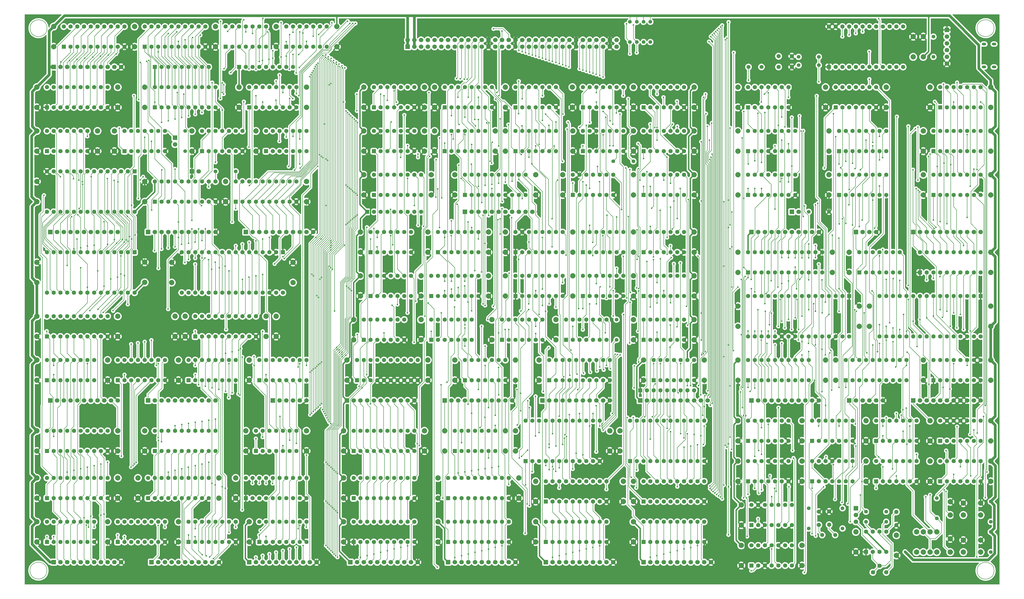
<source format=gbr>
%TF.GenerationSoftware,KiCad,Pcbnew,9.0.6*%
%TF.CreationDate,2025-12-13T09:15:18-08:00*%
%TF.ProjectId,TTL 6510 Computer,54544c20-3635-4313-9020-436f6d707574,A*%
%TF.SameCoordinates,Original*%
%TF.FileFunction,Copper,L2,Bot*%
%TF.FilePolarity,Positive*%
%FSLAX46Y46*%
G04 Gerber Fmt 4.6, Leading zero omitted, Abs format (unit mm)*
G04 Created by KiCad (PCBNEW 9.0.6) date 2025-12-13 09:15:18*
%MOMM*%
%LPD*%
G01*
G04 APERTURE LIST*
G04 Aperture macros list*
%AMRoundRect*
0 Rectangle with rounded corners*
0 $1 Rounding radius*
0 $2 $3 $4 $5 $6 $7 $8 $9 X,Y pos of 4 corners*
0 Add a 4 corners polygon primitive as box body*
4,1,4,$2,$3,$4,$5,$6,$7,$8,$9,$2,$3,0*
0 Add four circle primitives for the rounded corners*
1,1,$1+$1,$2,$3*
1,1,$1+$1,$4,$5*
1,1,$1+$1,$6,$7*
1,1,$1+$1,$8,$9*
0 Add four rect primitives between the rounded corners*
20,1,$1+$1,$2,$3,$4,$5,0*
20,1,$1+$1,$4,$5,$6,$7,0*
20,1,$1+$1,$6,$7,$8,$9,0*
20,1,$1+$1,$8,$9,$2,$3,0*%
G04 Aperture macros list end*
%TA.AperFunction,NonConductor*%
%ADD10C,0.200000*%
%TD*%
%TA.AperFunction,ComponentPad*%
%ADD11C,2.000000*%
%TD*%
%TA.AperFunction,ComponentPad*%
%ADD12RoundRect,0.250000X0.550000X-0.550000X0.550000X0.550000X-0.550000X0.550000X-0.550000X-0.550000X0*%
%TD*%
%TA.AperFunction,ComponentPad*%
%ADD13C,1.600000*%
%TD*%
%TA.AperFunction,ComponentPad*%
%ADD14R,1.700000X1.700000*%
%TD*%
%TA.AperFunction,ComponentPad*%
%ADD15C,1.700000*%
%TD*%
%TA.AperFunction,ComponentPad*%
%ADD16C,1.400000*%
%TD*%
%TA.AperFunction,ComponentPad*%
%ADD17R,1.600000X1.600000*%
%TD*%
%TA.AperFunction,ComponentPad*%
%ADD18RoundRect,0.250000X-0.550000X0.550000X-0.550000X-0.550000X0.550000X-0.550000X0.550000X0.550000X0*%
%TD*%
%TA.AperFunction,ComponentPad*%
%ADD19C,1.500000*%
%TD*%
%TA.AperFunction,HeatsinkPad*%
%ADD20O,1.700000X1.000000*%
%TD*%
%TA.AperFunction,ComponentPad*%
%ADD21C,1.620000*%
%TD*%
%TA.AperFunction,ViaPad*%
%ADD22C,0.600000*%
%TD*%
%TA.AperFunction,Conductor*%
%ADD23C,0.200000*%
%TD*%
%TA.AperFunction,Conductor*%
%ADD24C,0.500000*%
%TD*%
%TA.AperFunction,Conductor*%
%ADD25C,1.000000*%
%TD*%
%TA.AperFunction,Conductor*%
%ADD26C,0.900000*%
%TD*%
G04 APERTURE END LIST*
D10*
X467360000Y-352450000D02*
G75*
G02*
X460960000Y-352450000I-3200000J0D01*
G01*
X460960000Y-352450000D02*
G75*
G02*
X467360000Y-352450000I3200000J0D01*
G01*
X110540000Y-147930000D02*
G75*
G02*
X104140000Y-147930000I-3200000J0D01*
G01*
X104140000Y-147930000D02*
G75*
G02*
X110540000Y-147930000I3200000J0D01*
G01*
X110490000Y-352400000D02*
G75*
G02*
X104090000Y-352400000I-3200000J0D01*
G01*
X104090000Y-352400000D02*
G75*
G02*
X110490000Y-352400000I3200000J0D01*
G01*
X467360000Y-147930000D02*
G75*
G02*
X460960000Y-147930000I-3200000J0D01*
G01*
X460960000Y-147930000D02*
G75*
G02*
X467360000Y-147930000I3200000J0D01*
G01*
D11*
%TO.P,C36,1*%
%TO.N,L*%
X186690000Y-280670000D03*
%TO.P,C36,2*%
%TO.N,H*%
X186690000Y-273050000D03*
%TD*%
%TO.P,C140,1*%
%TO.N,L*%
X106680000Y-194310000D03*
%TO.P,C140,2*%
%TO.N,H*%
X106680000Y-186690000D03*
%TD*%
D12*
%TO.P,U94,1*%
%TO.N,Net-(U93-Pad12)*%
X139700000Y-194310000D03*
D13*
%TO.P,U94,2*%
X142240000Y-194310000D03*
%TO.P,U94,3*%
%TO.N,Net-(U93-Pad6)*%
X144780000Y-194310000D03*
%TO.P,U94,4*%
%TO.N,Net-(U93-Pad8)*%
X147320000Y-194310000D03*
%TO.P,U94,5*%
%TO.N,Net-(U61-Pad12)*%
X149860000Y-194310000D03*
%TO.P,U94,6*%
%TO.N,Net-(U61-Pad6)*%
X152400000Y-194310000D03*
%TO.P,U94,7,GND*%
%TO.N,L*%
X154940000Y-194310000D03*
%TO.P,U94,8*%
%TO.N,Net-(JP3-A)*%
X154940000Y-186690000D03*
%TO.P,U94,9*%
%TO.N,N/C*%
X152400000Y-186690000D03*
%TO.P,U94,10*%
X149860000Y-186690000D03*
%TO.P,U94,11*%
%TO.N,iPHI2*%
X147320000Y-186690000D03*
%TO.P,U94,12*%
%TO.N,H*%
X144780000Y-186690000D03*
%TO.P,U94,13*%
%TO.N,N/C*%
X142240000Y-186690000D03*
%TO.P,U94,14,VCC*%
%TO.N,H*%
X139700000Y-186690000D03*
%TD*%
D11*
%TO.P,C45,1*%
%TO.N,L*%
X133350000Y-280670000D03*
%TO.P,C45,2*%
%TO.N,H*%
X133350000Y-273050000D03*
%TD*%
D12*
%TO.P,U61,1*%
%TO.N,AB10*%
X193040000Y-194310000D03*
D13*
%TO.P,U61,2*%
%TO.N,AB11*%
X195580000Y-194310000D03*
%TO.P,U61,3*%
%TO.N,AB13*%
X198120000Y-194310000D03*
%TO.P,U61,4*%
%TO.N,AB14*%
X200660000Y-194310000D03*
%TO.P,U61,5*%
%TO.N,AB15*%
X203200000Y-194310000D03*
%TO.P,U61,6*%
%TO.N,Net-(U61-Pad6)*%
X205740000Y-194310000D03*
%TO.P,U61,7,GND*%
%TO.N,L*%
X208280000Y-194310000D03*
%TO.P,U61,8*%
%TO.N,Net-(U7B-J)*%
X208280000Y-186690000D03*
%TO.P,U61,9*%
%TO.N,/Exception Handling/{slash}NMI_BIT*%
X205740000Y-186690000D03*
%TO.P,U61,10*%
%TO.N,IR1*%
X203200000Y-186690000D03*
%TO.P,U61,11*%
%TO.N,{slash}EXC*%
X200660000Y-186690000D03*
%TO.P,U61,12*%
%TO.N,Net-(U61-Pad12)*%
X198120000Y-186690000D03*
%TO.P,U61,13*%
%TO.N,AB12*%
X195580000Y-186690000D03*
%TO.P,U61,14,VCC*%
%TO.N,H*%
X193040000Y-186690000D03*
%TD*%
D14*
%TO.P,J1,1,Pin_1*%
%TO.N,H*%
X149860000Y-349250000D03*
D15*
%TO.P,J1,2,Pin_2*%
%TO.N,PC0*%
X152400000Y-349250000D03*
%TO.P,J1,3,Pin_3*%
%TO.N,PC1*%
X154940000Y-349250000D03*
%TO.P,J1,4,Pin_4*%
%TO.N,PC2*%
X157480000Y-349250000D03*
%TO.P,J1,5,Pin_5*%
%TO.N,PC3*%
X160020000Y-349250000D03*
%TO.P,J1,6,Pin_6*%
%TO.N,PC4*%
X162560000Y-349250000D03*
%TO.P,J1,7,Pin_7*%
%TO.N,PC5*%
X165100000Y-349250000D03*
%TO.P,J1,8,Pin_8*%
%TO.N,PC6*%
X167640000Y-349250000D03*
%TO.P,J1,9,Pin_9*%
%TO.N,PC7*%
X170180000Y-349250000D03*
%TO.P,J1,10,Pin_10*%
%TO.N,H*%
X172720000Y-349250000D03*
%TO.P,J1,11,Pin_11*%
%TO.N,L*%
X175260000Y-349250000D03*
%TD*%
D11*
%TO.P,C149,1*%
%TO.N,H*%
X354330000Y-224790000D03*
%TO.P,C149,2*%
%TO.N,L*%
X354330000Y-232410000D03*
%TD*%
%TO.P,C137,1*%
%TO.N,L*%
X106680000Y-177800000D03*
%TO.P,C137,2*%
%TO.N,H*%
X106680000Y-170180000D03*
%TD*%
D12*
%TO.P,U46,1,A0*%
%TO.N,AB_CODE_0*%
X374650000Y-210820000D03*
D13*
%TO.P,U46,2,A1*%
%TO.N,AB_CODE_1*%
X377190000Y-210820000D03*
%TO.P,U46,3,A2*%
%TO.N,AB_CODE_2*%
X379730000Y-210820000D03*
%TO.P,U46,4,~{E0}*%
%TO.N,{slash}AEC*%
X382270000Y-210820000D03*
%TO.P,U46,5,~{E1}*%
%TO.N,Net-(JP2-B)*%
X384810000Y-210820000D03*
%TO.P,U46,6,E2*%
%TO.N,H*%
X387350000Y-210820000D03*
%TO.P,U46,7,~{Y7}*%
%TO.N,Net-(U46-~{Y7})*%
X389890000Y-210820000D03*
%TO.P,U46,8,GND*%
%TO.N,L*%
X392430000Y-210820000D03*
%TO.P,U46,9,~{Y6}*%
%TO.N,Net-(U46-~{Y6})*%
X392430000Y-203200000D03*
%TO.P,U46,10,~{Y5}*%
%TO.N,{slash}AR_OUT_EN_WR++*%
X389890000Y-203200000D03*
%TO.P,U46,11,~{Y4}*%
%TO.N,{slash}AR_OUT_EN_WR*%
X387350000Y-203200000D03*
%TO.P,U46,12,~{Y3}*%
%TO.N,{slash}AR_OUT_EN++*%
X384810000Y-203200000D03*
%TO.P,U46,13,~{Y2}*%
%TO.N,Net-(U46-~{Y2})*%
X382270000Y-203200000D03*
%TO.P,U46,14,~{Y1}*%
%TO.N,{slash}PC_OUT_EN++*%
X379730000Y-203200000D03*
%TO.P,U46,15,~{Y0}*%
%TO.N,Net-(U46-~{Y0})*%
X377190000Y-203200000D03*
%TO.P,U46,16,VCC*%
%TO.N,H*%
X374650000Y-203200000D03*
%TD*%
D11*
%TO.P,C30,1*%
%TO.N,H*%
X137160000Y-317500000D03*
%TO.P,C30,2*%
%TO.N,L*%
X137160000Y-325120000D03*
%TD*%
%TO.P,C110,1*%
%TO.N,H*%
X255270000Y-203200000D03*
%TO.P,C110,2*%
%TO.N,L*%
X255270000Y-210820000D03*
%TD*%
%TO.P,C93,1*%
%TO.N,H*%
X276860000Y-224790000D03*
%TO.P,C93,2*%
%TO.N,L*%
X276860000Y-232410000D03*
%TD*%
D14*
%TO.P,JP1,1,A*%
%TO.N,Net-(JP1-A)*%
X415290000Y-328930000D03*
D15*
%TO.P,JP1,2,C*%
%TO.N,Net-(JP1-C)*%
X415290000Y-331470000D03*
%TO.P,JP1,3,B*%
%TO.N,Net-(JP1-B)*%
X415290000Y-334010000D03*
%TD*%
D11*
%TO.P,C138,1*%
%TO.N,L*%
X147320000Y-177800000D03*
%TO.P,C138,2*%
%TO.N,H*%
X147320000Y-170180000D03*
%TD*%
D12*
%TO.P,U91,1,~{R}*%
%TO.N,/Special Conditions/{slash}COND_CLR*%
X312420000Y-194310000D03*
D13*
%TO.P,U91,2,D*%
%TO.N,DF*%
X314960000Y-194310000D03*
%TO.P,U91,3,C*%
%TO.N,Net-(U91A-C)*%
X317500000Y-194310000D03*
%TO.P,U91,4,~{S}*%
%TO.N,H*%
X320040000Y-194310000D03*
%TO.P,U91,5,Q*%
%TO.N,DEC_COND*%
X322580000Y-194310000D03*
%TO.P,U91,6,~{Q}*%
%TO.N,{slash}DEC_COND*%
X325120000Y-194310000D03*
%TO.P,U91,7,GND*%
%TO.N,L*%
X327660000Y-194310000D03*
%TO.P,U91,8,~{Q}*%
%TO.N,unconnected-(U91B-~{Q}-Pad8)*%
X327660000Y-186690000D03*
%TO.P,U91,9,Q*%
%TO.N,/Special Conditions/{slash}BRC_EN*%
X325120000Y-186690000D03*
%TO.P,U91,10,~{S}*%
%TO.N,/Special Conditions/{slash}COND_CLR*%
X322580000Y-186690000D03*
%TO.P,U91,11,C*%
%TO.N,Net-(U91B-C)*%
X320040000Y-186690000D03*
%TO.P,U91,12,D*%
%TO.N,L*%
X317500000Y-186690000D03*
%TO.P,U91,13,~{R}*%
%TO.N,H*%
X314960000Y-186690000D03*
%TO.P,U91,14,VCC*%
X312420000Y-186690000D03*
%TD*%
D12*
%TO.P,U43,1,CLK*%
%TO.N,{slash}2CLK*%
X374650000Y-240030000D03*
D13*
%TO.P,U43,2,I0*%
%TO.N,/Micro Code Sequencer/MC_OUT_8*%
X377190000Y-240030000D03*
%TO.P,U43,3,I1*%
%TO.N,/Micro Code Sequencer/MC_OUT_9*%
X379730000Y-240030000D03*
%TO.P,U43,4,I2*%
%TO.N,/Micro Code Sequencer/MC_OUT_10*%
X382270000Y-240030000D03*
%TO.P,U43,5,I3*%
%TO.N,/Micro Code Sequencer/MC_OUT_11*%
X384810000Y-240030000D03*
%TO.P,U43,6,I4*%
%TO.N,MC_OUT_12*%
X387350000Y-240030000D03*
%TO.P,U43,7,I5*%
%TO.N,MC_OUT_13*%
X389890000Y-240030000D03*
%TO.P,U43,8,I6*%
%TO.N,MC_OUT_14*%
X392430000Y-240030000D03*
%TO.P,U43,9,I7*%
%TO.N,MC_OUT_15*%
X394970000Y-240030000D03*
%TO.P,U43,10,I8*%
%TO.N,CF*%
X397510000Y-240030000D03*
%TO.P,U43,11,I9*%
%TO.N,L*%
X400050000Y-240030000D03*
%TO.P,U43,12,GND*%
X402590000Y-240030000D03*
%TO.P,U43,13,~{OE}*%
X402590000Y-232410000D03*
%TO.P,U43,14,O9*%
%TO.N,ALU_CIN*%
X400050000Y-232410000D03*
%TO.P,U43,15,O8*%
%TO.N,ALU_M*%
X397510000Y-232410000D03*
%TO.P,U43,16,O7*%
%TO.N,ALU_S3*%
X394970000Y-232410000D03*
%TO.P,U43,17,O6*%
%TO.N,ALU_S2*%
X392430000Y-232410000D03*
%TO.P,U43,18,O5*%
%TO.N,ALU_S1*%
X389890000Y-232410000D03*
%TO.P,U43,19,O4*%
%TO.N,ALU_S0*%
X387350000Y-232410000D03*
%TO.P,U43,20,O3*%
%TO.N,LD_CODE_3*%
X384810000Y-232410000D03*
%TO.P,U43,21,O2*%
%TO.N,LD_CODE_2*%
X382270000Y-232410000D03*
%TO.P,U43,22,O1*%
%TO.N,LD_CODE_1*%
X379730000Y-232410000D03*
%TO.P,U43,23,O0*%
%TO.N,LD_CODE_0*%
X377190000Y-232410000D03*
%TO.P,U43,24,VCC*%
%TO.N,H*%
X374650000Y-232410000D03*
%TD*%
D11*
%TO.P,C38,1*%
%TO.N,H*%
X193040000Y-256540000D03*
%TO.P,C38,2*%
%TO.N,L*%
X193040000Y-264160000D03*
%TD*%
%TO.P,C101,1*%
%TO.N,H*%
X288290000Y-317500000D03*
%TO.P,C101,2*%
%TO.N,L*%
X288290000Y-325120000D03*
%TD*%
%TO.P,C81,1*%
%TO.N,L*%
X466090000Y-194310000D03*
%TO.P,C81,2*%
%TO.N,H*%
X466090000Y-186690000D03*
%TD*%
D12*
%TO.P,U89,1,~{R}*%
%TO.N,{slash}RESET*%
X168910000Y-194310000D03*
D13*
%TO.P,U89,2,D*%
%TO.N,{slash}LD_IR*%
X171450000Y-194310000D03*
%TO.P,U89,3,C*%
%TO.N,{slash}2CLK*%
X173990000Y-194310000D03*
%TO.P,U89,4,~{S}*%
%TO.N,H*%
X176530000Y-194310000D03*
%TO.P,U89,5,Q*%
%TO.N,/Special Conditions/{slash}COND_CLR*%
X179070000Y-194310000D03*
%TO.P,U89,6,~{Q}*%
%TO.N,unconnected-(U89A-~{Q}-Pad6)*%
X181610000Y-194310000D03*
%TO.P,U89,7,GND*%
%TO.N,L*%
X184150000Y-194310000D03*
%TO.P,U89,8,~{Q}*%
%TO.N,/Processor Port/{slash}OE_PP_DIR*%
X184150000Y-186690000D03*
%TO.P,U89,9,Q*%
%TO.N,unconnected-(U89B-Q-Pad9)*%
X181610000Y-186690000D03*
%TO.P,U89,10,~{S}*%
%TO.N,H*%
X179070000Y-186690000D03*
%TO.P,U89,11,C*%
%TO.N,/Processor Port/{slash}WR_PP_DIR*%
X176530000Y-186690000D03*
%TO.P,U89,12,D*%
%TO.N,H*%
X173990000Y-186690000D03*
%TO.P,U89,13,~{R}*%
%TO.N,{slash}RESET*%
X171450000Y-186690000D03*
%TO.P,U89,14,VCC*%
%TO.N,H*%
X168910000Y-186690000D03*
%TD*%
D14*
%TO.P,J17,1,Pin_1*%
%TO.N,H*%
X260350000Y-288290000D03*
D15*
%TO.P,J17,2,Pin_2*%
%TO.N,/ALU/ALU_A0*%
X262890000Y-288290000D03*
%TO.P,J17,3,Pin_3*%
%TO.N,/ALU/ALU_A1*%
X265430000Y-288290000D03*
%TO.P,J17,4,Pin_4*%
%TO.N,/ALU/ALU_A2*%
X267970000Y-288290000D03*
%TO.P,J17,5,Pin_5*%
%TO.N,/ALU/ALU_A3*%
X270510000Y-288290000D03*
%TO.P,J17,6,Pin_6*%
%TO.N,/ALU/ALU_A4*%
X273050000Y-288290000D03*
%TO.P,J17,7,Pin_7*%
%TO.N,/ALU/ALU_A5*%
X275590000Y-288290000D03*
%TO.P,J17,8,Pin_8*%
%TO.N,/ALU/ALU_A6*%
X278130000Y-288290000D03*
%TO.P,J17,9,Pin_9*%
%TO.N,/ALU/ALU_A7*%
X280670000Y-288290000D03*
%TO.P,J17,10,Pin_10*%
%TO.N,H*%
X283210000Y-288290000D03*
%TO.P,J17,11,Pin_11*%
%TO.N,L*%
X285750000Y-288290000D03*
%TD*%
D11*
%TO.P,C17,1*%
%TO.N,L*%
X372110000Y-350520000D03*
%TO.P,C17,2*%
%TO.N,H*%
X372110000Y-342900000D03*
%TD*%
D16*
%TO.P,R13,1*%
%TO.N,H*%
X325120000Y-257810000D03*
%TO.P,R13,2*%
%TO.N,Net-(U69-A=B)*%
X325120000Y-265430000D03*
%TD*%
D11*
%TO.P,C84,1*%
%TO.N,H*%
X426720000Y-170180000D03*
%TO.P,C84,2*%
%TO.N,L*%
X426720000Y-177800000D03*
%TD*%
%TO.P,C114,1*%
%TO.N,H*%
X294640000Y-203200000D03*
%TO.P,C114,2*%
%TO.N,L*%
X294640000Y-210820000D03*
%TD*%
D16*
%TO.P,R11,1*%
%TO.N,H*%
X337845400Y-145542000D03*
%TO.P,R11,2*%
%TO.N,{slash}NMI*%
X337845400Y-153162000D03*
%TD*%
D11*
%TO.P,C120,1*%
%TO.N,L*%
X260350000Y-307340000D03*
%TO.P,C120,2*%
%TO.N,H*%
X260350000Y-299720000D03*
%TD*%
%TO.P,C10,1*%
%TO.N,H*%
X415290000Y-337820000D03*
%TO.P,C10,2*%
%TO.N,L*%
X415290000Y-345440000D03*
%TD*%
D16*
%TO.P,R10,1*%
%TO.N,Net-(JP2-B)*%
X397510000Y-217170000D03*
%TO.P,R10,2*%
%TO.N,L*%
X405130000Y-217170000D03*
%TD*%
D11*
%TO.P,SW3,1*%
%TO.N,unconnected-(SW3-Pad1)*%
X438158000Y-337812000D03*
%TO.P,SW3,2*%
%TO.N,{slash}LD_IR*%
X443230000Y-337820000D03*
%TO.P,SW3,3*%
%TO.N,{slash}2CLK*%
X445770000Y-337820000D03*
%TO.P,SW3,4*%
%TO.N,unconnected-(SW3-Pad4)*%
X438150000Y-345440000D03*
%TO.P,SW3,5*%
%TO.N,unconnected-(SW3-Pad5)*%
X440690000Y-345440000D03*
%TO.P,SW3,6*%
%TO.N,unconnected-(SW3-Pad6)*%
X445770000Y-345440000D03*
%TO.P,SW3,C*%
%TO.N,Net-(R7-Pad2)*%
X440690000Y-337820000D03*
X443230000Y-345440000D03*
%TD*%
D17*
%TO.P,RN4,1,common*%
%TO.N,H*%
X151130000Y-162560000D03*
D13*
%TO.P,RN4,2,R1*%
%TO.N,Net-(RN4-R1)*%
X153670000Y-162560000D03*
%TO.P,RN4,3,R2*%
%TO.N,Net-(RN4-R2)*%
X156210000Y-162560000D03*
%TO.P,RN4,4,R3*%
%TO.N,Net-(RN4-R3)*%
X158750000Y-162560000D03*
%TO.P,RN4,5,R4*%
%TO.N,Net-(RN4-R4)*%
X161290000Y-162560000D03*
%TO.P,RN4,6,R5*%
%TO.N,Net-(RN4-R5)*%
X163830000Y-162560000D03*
%TO.P,RN4,7,R6*%
%TO.N,Net-(RN4-R6)*%
X166370000Y-162560000D03*
%TO.P,RN4,8,R7*%
%TO.N,Net-(RN4-R7)*%
X168910000Y-162560000D03*
%TO.P,RN4,9,R8*%
%TO.N,Net-(RN4-R8)*%
X171450000Y-162560000D03*
%TD*%
D11*
%TO.P,C112,1*%
%TO.N,L*%
X264160000Y-210820000D03*
%TO.P,C112,2*%
%TO.N,H*%
X264160000Y-203200000D03*
%TD*%
%TO.P,C118,1*%
%TO.N,L*%
X302260000Y-265430000D03*
%TO.P,C118,2*%
%TO.N,H*%
X302260000Y-257810000D03*
%TD*%
D12*
%TO.P,U88,1*%
%TO.N,{slash}2CLK*%
X312420000Y-177800000D03*
D13*
%TO.P,U88,2*%
%TO.N,{slash}OE_ALU_HDCY*%
X314960000Y-177800000D03*
%TO.P,U88,3*%
%TO.N,/Special Conditions/HCY_CLK*%
X317500000Y-177800000D03*
%TO.P,U88,4*%
%TO.N,{slash}2CLK*%
X320040000Y-177800000D03*
%TO.P,U88,5*%
%TO.N,{slash}OE_ALU_FDCY*%
X322580000Y-177800000D03*
%TO.P,U88,6*%
%TO.N,/Special Conditions/FCY_CLK*%
X325120000Y-177800000D03*
%TO.P,U88,7,GND*%
%TO.N,L*%
X327660000Y-177800000D03*
%TO.P,U88,8*%
%TO.N,HCY_NEG*%
X327660000Y-170180000D03*
%TO.P,U88,9*%
%TO.N,HALF_CY*%
X325120000Y-170180000D03*
%TO.P,U88,10*%
%TO.N,OFFS_NEG*%
X322580000Y-170180000D03*
%TO.P,U88,11*%
%TO.N,Net-(U91A-C)*%
X320040000Y-170180000D03*
%TO.P,U88,12*%
%TO.N,{slash}OE_A_BCD*%
X317500000Y-170180000D03*
%TO.P,U88,13*%
%TO.N,{slash}2CLK*%
X314960000Y-170180000D03*
%TO.P,U88,14,VCC*%
%TO.N,H*%
X312420000Y-170180000D03*
%TD*%
D12*
%TO.P,U97,1,E*%
%TO.N,Net-(JP3-B)*%
X186690000Y-177800000D03*
D13*
%TO.P,U97,2,A0*%
%TO.N,R{slash}W*%
X189230000Y-177800000D03*
%TO.P,U97,3,A1*%
%TO.N,AB0*%
X191770000Y-177800000D03*
%TO.P,U97,4,O0*%
%TO.N,/Processor Port/{slash}WR_PP_DIR*%
X194310000Y-177800000D03*
%TO.P,U97,5,O1*%
%TO.N,/Processor Port/{slash}RD_PP_DIR*%
X196850000Y-177800000D03*
%TO.P,U97,6,O2*%
%TO.N,/Processor Port/{slash}WR_PP_DATA*%
X199390000Y-177800000D03*
%TO.P,U97,7,O3*%
%TO.N,/Processor Port/{slash}RD_PP_DATA*%
X201930000Y-177800000D03*
%TO.P,U97,8,GND*%
%TO.N,L*%
X204470000Y-177800000D03*
%TO.P,U97,9,O3*%
%TO.N,{slash}CS_IO2*%
X204470000Y-170180000D03*
%TO.P,U97,10,O2*%
%TO.N,{slash}CS_IO1*%
X201930000Y-170180000D03*
%TO.P,U97,11,O1*%
%TO.N,{slash}CS_CIA2*%
X199390000Y-170180000D03*
%TO.P,U97,12,O0*%
%TO.N,{slash}CS_CIA1*%
X196850000Y-170180000D03*
%TO.P,U97,13,A1*%
%TO.N,AB9*%
X194310000Y-170180000D03*
%TO.P,U97,14,A0*%
%TO.N,AB8*%
X191770000Y-170180000D03*
%TO.P,U97,15,E*%
%TO.N,/External Memory/{slash}CS_EXT*%
X189230000Y-170180000D03*
%TO.P,U97,16,VCC*%
%TO.N,H*%
X186690000Y-170180000D03*
%TD*%
D11*
%TO.P,C145,1*%
%TO.N,L*%
X165100000Y-194310000D03*
%TO.P,C145,2*%
%TO.N,H*%
X165100000Y-186690000D03*
%TD*%
D12*
%TO.P,U51,1*%
%TO.N,{slash}LD_SR*%
X281940000Y-265430000D03*
D13*
%TO.P,U51,2*%
%TO.N,Net-(U45-Pad10)*%
X284480000Y-265430000D03*
%TO.P,U51,3*%
%TO.N,N/C*%
X287020000Y-265430000D03*
%TO.P,U51,4*%
%TO.N,{slash}OE_ALU_NZ*%
X289560000Y-265430000D03*
%TO.P,U51,5*%
%TO.N,{slash}OE_ALU_NZCV*%
X292100000Y-265430000D03*
%TO.P,U51,6*%
%TO.N,Net-(U51-Pad6)*%
X294640000Y-265430000D03*
%TO.P,U51,7,GND*%
%TO.N,L*%
X297180000Y-265430000D03*
%TO.P,U51,8*%
%TO.N,ALU_Z*%
X297180000Y-257810000D03*
%TO.P,U51,9*%
%TO.N,Net-(U51-Pad9)*%
X294640000Y-257810000D03*
%TO.P,U51,10*%
%TO.N,Net-(U51-Pad10)*%
X292100000Y-257810000D03*
%TO.P,U51,11*%
%TO.N,N/C*%
X289560000Y-257810000D03*
%TO.P,U51,12*%
%TO.N,Net-(U51-Pad12)*%
X287020000Y-257810000D03*
%TO.P,U51,13*%
X284480000Y-257810000D03*
%TO.P,U51,14,VCC*%
%TO.N,H*%
X281940000Y-257810000D03*
%TD*%
D11*
%TO.P,C126,1*%
%TO.N,L*%
X335280000Y-280670000D03*
%TO.P,C126,2*%
%TO.N,H*%
X335280000Y-273050000D03*
%TD*%
D14*
%TO.P,J16,1,Pin_1*%
%TO.N,H*%
X375920000Y-224790000D03*
D15*
%TO.P,J16,2,Pin_2*%
%TO.N,LD_CODE_0*%
X378460000Y-224790000D03*
%TO.P,J16,3,Pin_3*%
%TO.N,LD_CODE_1*%
X381000000Y-224790000D03*
%TO.P,J16,4,Pin_4*%
%TO.N,LD_CODE_2*%
X383540000Y-224790000D03*
%TO.P,J16,5,Pin_5*%
%TO.N,LD_CODE_3*%
X386080000Y-224790000D03*
%TO.P,J16,6,Pin_6*%
%TO.N,ALU_S0*%
X388620000Y-224790000D03*
%TO.P,J16,7,Pin_7*%
%TO.N,ALU_S1*%
X391160000Y-224790000D03*
%TO.P,J16,8,Pin_8*%
%TO.N,ALU_S2*%
X393700000Y-224790000D03*
%TO.P,J16,9,Pin_9*%
%TO.N,ALU_S3*%
X396240000Y-224790000D03*
%TO.P,J16,10,Pin_10*%
%TO.N,H*%
X398780000Y-224790000D03*
%TO.P,J16,11,Pin_11*%
%TO.N,L*%
X401320000Y-224790000D03*
%TD*%
D12*
%TO.P,U7,1,C*%
%TO.N,Net-(U65-Cp)*%
X375920000Y-350520000D03*
D13*
%TO.P,U7,2,~{R}*%
%TO.N,/Exception Handling/{slash}NMI_R*%
X378460000Y-350520000D03*
%TO.P,U7,3,K*%
%TO.N,L*%
X381000000Y-350520000D03*
%TO.P,U7,4,VCC*%
%TO.N,H*%
X383540000Y-350520000D03*
%TO.P,U7,5,C*%
%TO.N,/Clock and Reset/4CLK*%
X386080000Y-350520000D03*
%TO.P,U7,6,~{R}*%
%TO.N,/Clock and Reset/{slash}STP_RES*%
X388620000Y-350520000D03*
%TO.P,U7,7,J*%
%TO.N,Net-(U7A-J)*%
X391160000Y-350520000D03*
%TO.P,U7,8,~{Q}*%
%TO.N,/Clock and Reset/BTN_EN*%
X391160000Y-342900000D03*
%TO.P,U7,9,Q*%
%TO.N,/Clock and Reset/{slash}BTN_EN*%
X388620000Y-342900000D03*
%TO.P,U7,10,K*%
%TO.N,L*%
X386080000Y-342900000D03*
%TO.P,U7,11,GND*%
X383540000Y-342900000D03*
%TO.P,U7,12,Q*%
%TO.N,/Exception Handling/{slash}NMI_BIT*%
X381000000Y-342900000D03*
%TO.P,U7,13,~{Q}*%
%TO.N,unconnected-(U7B-~{Q}-Pad13)*%
X378460000Y-342900000D03*
%TO.P,U7,14,J*%
%TO.N,Net-(U7B-J)*%
X375920000Y-342900000D03*
%TD*%
D11*
%TO.P,C53,1*%
%TO.N,L*%
X257810000Y-341630000D03*
%TO.P,C53,2*%
%TO.N,H*%
X257810000Y-334010000D03*
%TD*%
D16*
%TO.P,R17,1*%
%TO.N,Net-(C160-Pad1)*%
X393700000Y-158750000D03*
%TO.P,R17,2*%
%TO.N,Net-(U106-Rx_CLK)*%
X401320000Y-158750000D03*
%TD*%
D11*
%TO.P,C108,1*%
%TO.N,L*%
X283210000Y-248920000D03*
%TO.P,C108,2*%
%TO.N,H*%
X283210000Y-241300000D03*
%TD*%
D12*
%TO.P,U44,1*%
%TO.N,Net-(U46-~{Y2})*%
X407670000Y-177800000D03*
D13*
%TO.P,U44,2*%
%TO.N,{slash}AR_OUT_EN++*%
X410210000Y-177800000D03*
%TO.P,U44,3*%
%TO.N,N/C*%
X412750000Y-177800000D03*
%TO.P,U44,4*%
%TO.N,{slash}AR_OUT_EN_WR*%
X415290000Y-177800000D03*
%TO.P,U44,5*%
%TO.N,{slash}AR_OUT_EN_WR++*%
X417830000Y-177800000D03*
%TO.P,U44,6*%
%TO.N,{slash}AR_OUT_EN*%
X420370000Y-177800000D03*
%TO.P,U44,7,GND*%
%TO.N,L*%
X422910000Y-177800000D03*
%TO.P,U44,8*%
%TO.N,{slash}LD_ALU_A*%
X422910000Y-170180000D03*
%TO.P,U44,9*%
%TO.N,Net-(U30-Pad11)*%
X420370000Y-170180000D03*
%TO.P,U44,10*%
%TO.N,Net-(U48-~{Y1})*%
X417830000Y-170180000D03*
%TO.P,U44,11*%
%TO.N,N/C*%
X415290000Y-170180000D03*
%TO.P,U44,12*%
%TO.N,{slash}LD_ALU_AB*%
X412750000Y-170180000D03*
%TO.P,U44,13*%
%TO.N,{slash}LD_ALU_A_H*%
X410210000Y-170180000D03*
%TO.P,U44,14,VCC*%
%TO.N,H*%
X407670000Y-170180000D03*
%TD*%
D17*
%TO.P,RN2,1,common*%
%TO.N,L*%
X334010000Y-284480000D03*
D13*
%TO.P,RN2,2,R1*%
%TO.N,ALU_B0*%
X336550000Y-284480000D03*
%TO.P,RN2,3,R2*%
%TO.N,ALU_B1*%
X339090000Y-284480000D03*
%TO.P,RN2,4,R3*%
%TO.N,ALU_B2*%
X341630000Y-284480000D03*
%TO.P,RN2,5,R4*%
%TO.N,ALU_B3*%
X344170000Y-284480000D03*
%TO.P,RN2,6,R5*%
%TO.N,ALU_B4*%
X346710000Y-284480000D03*
%TO.P,RN2,7,R6*%
%TO.N,ALU_B5*%
X349250000Y-284480000D03*
%TO.P,RN2,8,R7*%
%TO.N,ALU_B6*%
X351790000Y-284480000D03*
%TO.P,RN2,9,R8*%
%TO.N,ALU_B7*%
X354330000Y-284480000D03*
%TD*%
D14*
%TO.P,J10,1,Pin_1*%
%TO.N,H*%
X335280000Y-349250000D03*
D15*
%TO.P,J10,2,Pin_2*%
%TO.N,iDB0*%
X337820000Y-349250000D03*
%TO.P,J10,3,Pin_3*%
%TO.N,iDB1*%
X340360000Y-349250000D03*
%TO.P,J10,4,Pin_4*%
%TO.N,iDB2*%
X342900000Y-349250000D03*
%TO.P,J10,5,Pin_5*%
%TO.N,iDB3*%
X345440000Y-349250000D03*
%TO.P,J10,6,Pin_6*%
%TO.N,iDB4*%
X347980000Y-349250000D03*
%TO.P,J10,7,Pin_7*%
%TO.N,iDB5*%
X350520000Y-349250000D03*
%TO.P,J10,8,Pin_8*%
%TO.N,iDB6*%
X353060000Y-349250000D03*
%TO.P,J10,9,Pin_9*%
%TO.N,iDB7*%
X355600000Y-349250000D03*
%TO.P,J10,10,Pin_10*%
%TO.N,{slash}LD_Y*%
X358140000Y-349250000D03*
%TO.P,J10,11,Pin_11*%
%TO.N,L*%
X360680000Y-349250000D03*
%TD*%
D14*
%TO.P,J14,1,Pin_1*%
%TO.N,H*%
X436880000Y-224790000D03*
D15*
%TO.P,J14,2,Pin_2*%
%TO.N,AB_CODE_0*%
X439420000Y-224790000D03*
%TO.P,J14,3,Pin_3*%
%TO.N,AB_CODE_1*%
X441960000Y-224790000D03*
%TO.P,J14,4,Pin_4*%
%TO.N,AB_CODE_2*%
X444500000Y-224790000D03*
%TO.P,J14,5,Pin_5*%
%TO.N,OE_CODE_0*%
X447040000Y-224790000D03*
%TO.P,J14,6,Pin_6*%
%TO.N,OE_CODE_1*%
X449580000Y-224790000D03*
%TO.P,J14,7,Pin_7*%
%TO.N,OE_CODE_2*%
X452120000Y-224790000D03*
%TO.P,J14,8,Pin_8*%
%TO.N,OE_CODE_3*%
X454660000Y-224790000D03*
%TO.P,J14,9,Pin_9*%
%TO.N,OE_CODE_4*%
X457200000Y-224790000D03*
%TO.P,J14,10,Pin_10*%
%TO.N,H*%
X459740000Y-224790000D03*
%TO.P,J14,11,Pin_11*%
%TO.N,L*%
X462280000Y-224790000D03*
%TD*%
D12*
%TO.P,U33,1,G1*%
%TO.N,{slash}AEC*%
X227330000Y-280670000D03*
D13*
%TO.P,U33,2,A0*%
%TO.N,H*%
X229870000Y-280670000D03*
%TO.P,U33,3,A1*%
%TO.N,L*%
X232410000Y-280670000D03*
%TO.P,U33,4,A2*%
X234950000Y-280670000D03*
%TO.P,U33,5,A3*%
X237490000Y-280670000D03*
%TO.P,U33,6,A4*%
X240030000Y-280670000D03*
%TO.P,U33,7,A5*%
X242570000Y-280670000D03*
%TO.P,U33,8,A6*%
X245110000Y-280670000D03*
%TO.P,U33,9,A7*%
X247650000Y-280670000D03*
%TO.P,U33,10,GND*%
X250190000Y-280670000D03*
%TO.P,U33,11,Y7*%
%TO.N,AB15*%
X250190000Y-273050000D03*
%TO.P,U33,12,Y6*%
%TO.N,AB14*%
X247650000Y-273050000D03*
%TO.P,U33,13,Y5*%
%TO.N,AB13*%
X245110000Y-273050000D03*
%TO.P,U33,14,Y4*%
%TO.N,AB12*%
X242570000Y-273050000D03*
%TO.P,U33,15,Y3*%
%TO.N,AB11*%
X240030000Y-273050000D03*
%TO.P,U33,16,Y2*%
%TO.N,AB10*%
X237490000Y-273050000D03*
%TO.P,U33,17,Y1*%
%TO.N,AB9*%
X234950000Y-273050000D03*
%TO.P,U33,18,Y0*%
%TO.N,AB8*%
X232410000Y-273050000D03*
%TO.P,U33,19,G2*%
%TO.N,{slash}SP_OUT_EN*%
X229870000Y-273050000D03*
%TO.P,U33,20,VCC*%
%TO.N,H*%
X227330000Y-273050000D03*
%TD*%
D11*
%TO.P,C133,1*%
%TO.N,L*%
X283210000Y-194310000D03*
%TO.P,C133,2*%
%TO.N,H*%
X283210000Y-186690000D03*
%TD*%
D12*
%TO.P,U79,1,~{R}*%
%TO.N,H*%
X312420000Y-232410000D03*
D13*
%TO.P,U79,2,D*%
%TO.N,/Status Register/D_NF*%
X314960000Y-232410000D03*
%TO.P,U79,3,C*%
%TO.N,/Status Register/CLK_NZ*%
X317500000Y-232410000D03*
%TO.P,U79,4,~{S}*%
%TO.N,H*%
X320040000Y-232410000D03*
%TO.P,U79,5,Q*%
%TO.N,NF*%
X322580000Y-232410000D03*
%TO.P,U79,6,~{Q}*%
%TO.N,{slash}NF*%
X325120000Y-232410000D03*
%TO.P,U79,7,GND*%
%TO.N,L*%
X327660000Y-232410000D03*
%TO.P,U79,8,~{Q}*%
%TO.N,{slash}VF*%
X327660000Y-224790000D03*
%TO.P,U79,9,Q*%
%TO.N,VF*%
X325120000Y-224790000D03*
%TO.P,U79,10,~{S}*%
%TO.N,H*%
X322580000Y-224790000D03*
%TO.P,U79,11,C*%
%TO.N,/Status Register/CLK_V*%
X320040000Y-224790000D03*
%TO.P,U79,12,D*%
%TO.N,/Status Register/D_OV*%
X317500000Y-224790000D03*
%TO.P,U79,13,~{R}*%
%TO.N,/Status Register/{slash}CLV*%
X314960000Y-224790000D03*
%TO.P,U79,14,VCC*%
%TO.N,H*%
X312420000Y-224790000D03*
%TD*%
D12*
%TO.P,U75,1,Ea*%
%TO.N,L*%
X287020000Y-232410000D03*
D13*
%TO.P,U75,2,S1*%
%TO.N,{slash}OE_ALU_NZV*%
X289560000Y-232410000D03*
%TO.P,U75,3,I3a*%
%TO.N,ALU_OV*%
X292100000Y-232410000D03*
%TO.P,U75,4,I2a*%
%TO.N,iDB6*%
X294640000Y-232410000D03*
%TO.P,U75,5,I1a*%
%TO.N,ALU6*%
X297180000Y-232410000D03*
%TO.P,U75,6,I0a*%
%TO.N,ALU_OV*%
X299720000Y-232410000D03*
%TO.P,U75,7,Za*%
%TO.N,/Status Register/D_OV*%
X302260000Y-232410000D03*
%TO.P,U75,8,GND*%
%TO.N,L*%
X304800000Y-232410000D03*
%TO.P,U75,9,Zb*%
%TO.N,/Status Register/D_NF*%
X304800000Y-224790000D03*
%TO.P,U75,10,I0b*%
%TO.N,ALU7*%
X302260000Y-224790000D03*
%TO.P,U75,11,I1b*%
X299720000Y-224790000D03*
%TO.P,U75,12,I2b*%
%TO.N,iDB7*%
X297180000Y-224790000D03*
%TO.P,U75,13,I3b*%
%TO.N,ALU7*%
X294640000Y-224790000D03*
%TO.P,U75,14,S0*%
%TO.N,{slash}LD_SR*%
X292100000Y-224790000D03*
%TO.P,U75,15,Eb*%
%TO.N,L*%
X289560000Y-224790000D03*
%TO.P,U75,16,VCC*%
%TO.N,H*%
X287020000Y-224790000D03*
%TD*%
D12*
%TO.P,U62,1,Oe1*%
%TO.N,{slash}OE_BRKL*%
X255270000Y-248920000D03*
D13*
%TO.P,U62,2,Oe2*%
X257810000Y-248920000D03*
%TO.P,U62,3,Q0*%
%TO.N,iDB0*%
X260350000Y-248920000D03*
%TO.P,U62,4,Q1*%
%TO.N,iDB1*%
X262890000Y-248920000D03*
%TO.P,U62,5,Q2*%
%TO.N,iDB2*%
X265430000Y-248920000D03*
%TO.P,U62,6,Q3*%
%TO.N,iDB3*%
X267970000Y-248920000D03*
%TO.P,U62,7,Cp*%
%TO.N,{slash}2CLK*%
X270510000Y-248920000D03*
%TO.P,U62,8,GND*%
%TO.N,L*%
X273050000Y-248920000D03*
%TO.P,U62,9,E1*%
%TO.N,Net-(U62-E1)*%
X273050000Y-241300000D03*
%TO.P,U62,10,E2*%
X270510000Y-241300000D03*
%TO.P,U62,11,D3*%
%TO.N,MC_OUT_15*%
X267970000Y-241300000D03*
%TO.P,U62,12,D2*%
%TO.N,MC_OUT_14*%
X265430000Y-241300000D03*
%TO.P,U62,13,D1*%
%TO.N,MC_OUT_13*%
X262890000Y-241300000D03*
%TO.P,U62,14,D0*%
%TO.N,MC_OUT_12*%
X260350000Y-241300000D03*
%TO.P,U62,15,Mr*%
%TO.N,RESET*%
X257810000Y-241300000D03*
%TO.P,U62,16,VCC*%
%TO.N,H*%
X255270000Y-241300000D03*
%TD*%
D11*
%TO.P,C148,1*%
%TO.N,L*%
X173990000Y-154940000D03*
%TO.P,C148,2*%
%TO.N,H*%
X173990000Y-147320000D03*
%TD*%
D12*
%TO.P,U30,1*%
%TO.N,{slash}OE_iDB_LD_SP*%
X229870000Y-265430000D03*
D13*
%TO.P,U30,2*%
%TO.N,{slash}2CLK*%
X232410000Y-265430000D03*
%TO.P,U30,3*%
%TO.N,Net-(U21-Pad10)*%
X234950000Y-265430000D03*
%TO.P,U30,4*%
%TO.N,{slash}OUT_DIR*%
X237490000Y-265430000D03*
%TO.P,U30,5*%
%TO.N,{slash}2CLK*%
X240030000Y-265430000D03*
%TO.P,U30,6*%
%TO.N,R{slash}W*%
X242570000Y-265430000D03*
%TO.P,U30,7,GND*%
%TO.N,L*%
X245110000Y-265430000D03*
%TO.P,U30,8*%
%TO.N,Net-(U30-Pad12)*%
X245110000Y-257810000D03*
%TO.P,U30,9*%
%TO.N,DEC_COND*%
X242570000Y-257810000D03*
%TO.P,U30,10*%
%TO.N,{slash}OE_ALU*%
X240030000Y-257810000D03*
%TO.P,U30,11*%
%TO.N,Net-(U30-Pad11)*%
X237490000Y-257810000D03*
%TO.P,U30,12*%
%TO.N,Net-(U30-Pad12)*%
X234950000Y-257810000D03*
%TO.P,U30,13*%
%TO.N,{slash}2CLK*%
X232410000Y-257810000D03*
%TO.P,U30,14,VCC*%
%TO.N,H*%
X229870000Y-257810000D03*
%TD*%
D12*
%TO.P,U66,1,OE*%
%TO.N,OE_ALU_SH*%
X261620000Y-325120000D03*
D13*
%TO.P,U66,2,D0*%
%TO.N,iDB0*%
X264160000Y-325120000D03*
%TO.P,U66,3,D1*%
%TO.N,iDB1*%
X266700000Y-325120000D03*
%TO.P,U66,4,D2*%
%TO.N,iDB2*%
X269240000Y-325120000D03*
%TO.P,U66,5,D3*%
%TO.N,iDB3*%
X271780000Y-325120000D03*
%TO.P,U66,6,D4*%
%TO.N,iDB4*%
X274320000Y-325120000D03*
%TO.P,U66,7,D5*%
%TO.N,iDB5*%
X276860000Y-325120000D03*
%TO.P,U66,8,D6*%
%TO.N,iDB6*%
X279400000Y-325120000D03*
%TO.P,U66,9,D7*%
%TO.N,iDB7*%
X281940000Y-325120000D03*
%TO.P,U66,10,GND*%
%TO.N,L*%
X284480000Y-325120000D03*
%TO.P,U66,11,Cp*%
%TO.N,{slash}LD_ALU_A*%
X284480000Y-317500000D03*
%TO.P,U66,12,Q7*%
%TO.N,/ALU/ALU_A7*%
X281940000Y-317500000D03*
%TO.P,U66,13,Q6*%
%TO.N,/ALU/ALU_A6*%
X279400000Y-317500000D03*
%TO.P,U66,14,Q5*%
%TO.N,/ALU/ALU_A5*%
X276860000Y-317500000D03*
%TO.P,U66,15,Q4*%
%TO.N,/ALU/ALU_A4*%
X274320000Y-317500000D03*
%TO.P,U66,16,Q3*%
%TO.N,/ALU/ALU_A3*%
X271780000Y-317500000D03*
%TO.P,U66,17,Q2*%
%TO.N,/ALU/ALU_A2*%
X269240000Y-317500000D03*
%TO.P,U66,18,Q1*%
%TO.N,/ALU/ALU_A1*%
X266700000Y-317500000D03*
%TO.P,U66,19,Q0*%
%TO.N,/ALU/ALU_A0*%
X264160000Y-317500000D03*
%TO.P,U66,20,VCC*%
%TO.N,H*%
X261620000Y-317500000D03*
%TD*%
D11*
%TO.P,C134,1*%
%TO.N,L*%
X308490000Y-177800000D03*
%TO.P,C134,2*%
%TO.N,H*%
X308490000Y-170180000D03*
%TD*%
D14*
%TO.P,J28,1,Pin_1*%
%TO.N,L*%
X449580000Y-148590000D03*
D15*
%TO.P,J28,2,Pin_2*%
%TO.N,unconnected-(J28-Pin_2-Pad2)*%
X449580000Y-151130000D03*
%TO.P,J28,3,Pin_3*%
%TO.N,unconnected-(J28-Pin_3-Pad3)*%
X449580000Y-153670000D03*
%TO.P,J28,4,Pin_4*%
%TO.N,/Miscellaneous/RXD*%
X449580000Y-156210000D03*
%TO.P,J28,5,Pin_5*%
%TO.N,/Miscellaneous/TXD*%
X449580000Y-158750000D03*
%TO.P,J28,6,Pin_6*%
%TO.N,L*%
X449580000Y-161290000D03*
%TD*%
D11*
%TO.P,C132,1*%
%TO.N,L*%
X229870000Y-177800000D03*
%TO.P,C132,2*%
%TO.N,H*%
X229870000Y-170180000D03*
%TD*%
%TO.P,C119,1*%
%TO.N,L*%
X331470000Y-232410000D03*
%TO.P,C119,2*%
%TO.N,H*%
X331470000Y-224790000D03*
%TD*%
%TO.P,C52,1*%
%TO.N,L*%
X223520000Y-280670000D03*
%TO.P,C52,2*%
%TO.N,H*%
X223520000Y-273050000D03*
%TD*%
%TO.P,C153,1*%
%TO.N,L*%
X177800000Y-213360000D03*
%TO.P,C153,2*%
%TO.N,H*%
X177800000Y-205740000D03*
%TD*%
%TO.P,C66,1*%
%TO.N,L*%
X466090000Y-240030000D03*
%TO.P,C66,2*%
%TO.N,H*%
X466090000Y-232410000D03*
%TD*%
%TO.P,C154,1*%
%TO.N,H*%
X147320000Y-243760000D03*
%TO.P,C154,2*%
%TO.N,L*%
X147320000Y-236140000D03*
%TD*%
D18*
%TO.P,U102,1,A14*%
%TO.N,AB14*%
X143510000Y-232410000D03*
D13*
%TO.P,U102,2,A12*%
%TO.N,AB12*%
X140970000Y-232410000D03*
%TO.P,U102,3,A7*%
%TO.N,AB7*%
X138430000Y-232410000D03*
%TO.P,U102,4,A6*%
%TO.N,AB6*%
X135890000Y-232410000D03*
%TO.P,U102,5,A5*%
%TO.N,AB5*%
X133350000Y-232410000D03*
%TO.P,U102,6,A4*%
%TO.N,AB4*%
X130810000Y-232410000D03*
%TO.P,U102,7,A3*%
%TO.N,AB3*%
X128270000Y-232410000D03*
%TO.P,U102,8,A2*%
%TO.N,AB2*%
X125730000Y-232410000D03*
%TO.P,U102,9,A1*%
%TO.N,AB1*%
X123190000Y-232410000D03*
%TO.P,U102,10,A0*%
%TO.N,AB0*%
X120650000Y-232410000D03*
%TO.P,U102,11,Q0*%
%TO.N,DB0*%
X118110000Y-232410000D03*
%TO.P,U102,12,Q1*%
%TO.N,DB1*%
X115570000Y-232410000D03*
%TO.P,U102,13,Q2*%
%TO.N,DB2*%
X113030000Y-232410000D03*
%TO.P,U102,14,GND*%
%TO.N,L*%
X110490000Y-232410000D03*
%TO.P,U102,15,Q3*%
%TO.N,DB3*%
X110490000Y-247650000D03*
%TO.P,U102,16,Q4*%
%TO.N,DB4*%
X113030000Y-247650000D03*
%TO.P,U102,17,Q5*%
%TO.N,DB5*%
X115570000Y-247650000D03*
%TO.P,U102,18,Q6*%
%TO.N,DB6*%
X118110000Y-247650000D03*
%TO.P,U102,19,Q7*%
%TO.N,DB7*%
X120650000Y-247650000D03*
%TO.P,U102,20,~{CS}*%
%TO.N,{slash}CS_RAML*%
X123190000Y-247650000D03*
%TO.P,U102,21,A10*%
%TO.N,AB10*%
X125730000Y-247650000D03*
%TO.P,U102,22,~{OE}*%
%TO.N,Net-(U102-~{OE})*%
X128270000Y-247650000D03*
%TO.P,U102,23,A11*%
%TO.N,AB11*%
X130810000Y-247650000D03*
%TO.P,U102,24,A9*%
%TO.N,AB9*%
X133350000Y-247650000D03*
%TO.P,U102,25,A8*%
%TO.N,AB8*%
X135890000Y-247650000D03*
%TO.P,U102,26,A13*%
%TO.N,AB13*%
X138430000Y-247650000D03*
%TO.P,U102,27,~{WE}*%
%TO.N,R{slash}W*%
X140970000Y-247650000D03*
%TO.P,U102,28,VCC*%
%TO.N,H*%
X143510000Y-247650000D03*
%TD*%
D11*
%TO.P,C105,1*%
%TO.N,H*%
X322585000Y-299720000D03*
%TO.P,C105,2*%
%TO.N,L*%
X322585000Y-307340000D03*
%TD*%
D12*
%TO.P,U4,1,~{R}*%
%TO.N,/Clock and Reset/{slash}RES_STEP*%
X447040000Y-318770000D03*
D13*
%TO.P,U4,2,D*%
%TO.N,H*%
X449580000Y-318770000D03*
%TO.P,U4,3,C*%
%TO.N,Net-(U4A-C)*%
X452120000Y-318770000D03*
%TO.P,U4,4,~{S}*%
%TO.N,H*%
X454660000Y-318770000D03*
%TO.P,U4,5,Q*%
%TO.N,/Clock and Reset/STEP*%
X457200000Y-318770000D03*
%TO.P,U4,6,~{Q}*%
%TO.N,/Clock and Reset/{slash}STEP*%
X459740000Y-318770000D03*
%TO.P,U4,7,GND*%
%TO.N,L*%
X462280000Y-318770000D03*
%TO.P,U4,8,~{Q}*%
%TO.N,/Clock and Reset/{slash}STP_RES*%
X462280000Y-311150000D03*
%TO.P,U4,9,Q*%
%TO.N,/Clock and Reset/STP_RES*%
X459740000Y-311150000D03*
%TO.P,U4,10,~{S}*%
%TO.N,H*%
X457200000Y-311150000D03*
%TO.P,U4,11,C*%
%TO.N,/Clock and Reset/{slash}4CLK2\u002A*%
X454660000Y-311150000D03*
%TO.P,U4,12,D*%
%TO.N,/Clock and Reset/STPD*%
X452120000Y-311150000D03*
%TO.P,U4,13,~{R}*%
%TO.N,/Clock and Reset/{slash}RES_STEP*%
X449580000Y-311150000D03*
%TO.P,U4,14,VCC*%
%TO.N,H*%
X447040000Y-311150000D03*
%TD*%
D12*
%TO.P,U3,1*%
%TO.N,Net-(JP1-C)*%
X374650000Y-318770000D03*
D13*
%TO.P,U3,2*%
%TO.N,/Clock and Reset/4CLK*%
X377190000Y-318770000D03*
%TO.P,U3,3*%
%TO.N,/Clock and Reset/{slash}STEP_BTN*%
X379730000Y-318770000D03*
%TO.P,U3,4*%
%TO.N,Net-(U4A-C)*%
X382270000Y-318770000D03*
%TO.P,U3,5*%
%TO.N,/Clock and Reset/{slash}RES_BTN*%
X384810000Y-318770000D03*
%TO.P,U3,6*%
%TO.N,RESET*%
X387350000Y-318770000D03*
%TO.P,U3,7,GND*%
%TO.N,L*%
X389890000Y-318770000D03*
%TO.P,U3,8*%
%TO.N,unconnected-(U3-Pad8)*%
X389890000Y-311150000D03*
%TO.P,U3,9*%
%TO.N,L*%
X387350000Y-311150000D03*
%TO.P,U3,10*%
%TO.N,unconnected-(U3-Pad10)*%
X384810000Y-311150000D03*
%TO.P,U3,11*%
%TO.N,L*%
X382270000Y-311150000D03*
%TO.P,U3,12*%
%TO.N,Net-(U7A-J)*%
X379730000Y-311150000D03*
%TO.P,U3,13*%
%TO.N,Net-(R7-Pad2)*%
X377190000Y-311150000D03*
%TO.P,U3,14,VCC*%
%TO.N,H*%
X374650000Y-311150000D03*
%TD*%
D11*
%TO.P,C124,1*%
%TO.N,H*%
X252730000Y-186690000D03*
%TO.P,C124,2*%
%TO.N,L*%
X252730000Y-194310000D03*
%TD*%
%TO.P,C163,1*%
%TO.N,H*%
X436880000Y-158750000D03*
%TO.P,C163,2*%
%TO.N,L*%
X436880000Y-151130000D03*
%TD*%
D12*
%TO.P,U71,1*%
%TO.N,/ALU/ALU0*%
X264160000Y-307340000D03*
D13*
%TO.P,U71,2*%
%TO.N,ALU1*%
X266700000Y-307340000D03*
%TO.P,U71,3*%
%TO.N,ALU3*%
X269240000Y-307340000D03*
%TO.P,U71,4*%
%TO.N,/ALU/ALU4*%
X271780000Y-307340000D03*
%TO.P,U71,5*%
%TO.N,ALU5*%
X274320000Y-307340000D03*
%TO.P,U71,6*%
%TO.N,Net-(U51-Pad10)*%
X276860000Y-307340000D03*
%TO.P,U71,7,GND*%
%TO.N,L*%
X279400000Y-307340000D03*
%TO.P,U71,8*%
%TO.N,Net-(U51-Pad12)*%
X279400000Y-299720000D03*
%TO.P,U71,9*%
%TO.N,ALU6*%
X276860000Y-299720000D03*
%TO.P,U71,10*%
%TO.N,ALU7*%
X274320000Y-299720000D03*
%TO.P,U71,11*%
X271780000Y-299720000D03*
%TO.P,U71,12*%
%TO.N,Net-(U51-Pad9)*%
X269240000Y-299720000D03*
%TO.P,U71,13*%
%TO.N,ALU2*%
X266700000Y-299720000D03*
%TO.P,U71,14,VCC*%
%TO.N,H*%
X264160000Y-299720000D03*
%TD*%
D11*
%TO.P,C62,1*%
%TO.N,L*%
X466090000Y-252730000D03*
%TO.P,C62,2*%
%TO.N,H*%
X466090000Y-260350000D03*
%TD*%
D19*
%TO.P,Y1,1,1*%
%TO.N,Net-(C5-Pad1)*%
X402590000Y-339005000D03*
%TO.P,Y1,2,2*%
%TO.N,Net-(C2-Pad1)*%
X407490000Y-339005000D03*
%TD*%
D11*
%TO.P,C89,1*%
%TO.N,L*%
X228600000Y-232410000D03*
%TO.P,C89,2*%
%TO.N,H*%
X228600000Y-224790000D03*
%TD*%
D12*
%TO.P,U37,1,OE*%
%TO.N,{slash}OE_Y*%
X335280000Y-341630000D03*
D13*
%TO.P,U37,2,D0*%
%TO.N,iDB0*%
X337820000Y-341630000D03*
%TO.P,U37,3,D1*%
%TO.N,iDB1*%
X340360000Y-341630000D03*
%TO.P,U37,4,D2*%
%TO.N,iDB2*%
X342900000Y-341630000D03*
%TO.P,U37,5,D3*%
%TO.N,iDB3*%
X345440000Y-341630000D03*
%TO.P,U37,6,D4*%
%TO.N,iDB4*%
X347980000Y-341630000D03*
%TO.P,U37,7,D5*%
%TO.N,iDB5*%
X350520000Y-341630000D03*
%TO.P,U37,8,D6*%
%TO.N,iDB6*%
X353060000Y-341630000D03*
%TO.P,U37,9,D7*%
%TO.N,iDB7*%
X355600000Y-341630000D03*
%TO.P,U37,10,GND*%
%TO.N,L*%
X358140000Y-341630000D03*
%TO.P,U37,11,Cp*%
%TO.N,{slash}LD_Y*%
X358140000Y-334010000D03*
%TO.P,U37,12,Q7*%
%TO.N,iDB7*%
X355600000Y-334010000D03*
%TO.P,U37,13,Q6*%
%TO.N,iDB6*%
X353060000Y-334010000D03*
%TO.P,U37,14,Q5*%
%TO.N,iDB5*%
X350520000Y-334010000D03*
%TO.P,U37,15,Q4*%
%TO.N,iDB4*%
X347980000Y-334010000D03*
%TO.P,U37,16,Q3*%
%TO.N,iDB3*%
X345440000Y-334010000D03*
%TO.P,U37,17,Q2*%
%TO.N,iDB2*%
X342900000Y-334010000D03*
%TO.P,U37,18,Q1*%
%TO.N,iDB1*%
X340360000Y-334010000D03*
%TO.P,U37,19,Q0*%
%TO.N,iDB0*%
X337820000Y-334010000D03*
%TO.P,U37,20,VCC*%
%TO.N,H*%
X335280000Y-334010000D03*
%TD*%
D11*
%TO.P,C55,1*%
%TO.N,L*%
X294640000Y-341630000D03*
%TO.P,C55,2*%
%TO.N,H*%
X294640000Y-334010000D03*
%TD*%
%TO.P,C156,1*%
%TO.N,L*%
X106680000Y-205740000D03*
%TO.P,C156,2*%
%TO.N,H*%
X106680000Y-213360000D03*
%TD*%
D14*
%TO.P,J25,1,Pin_1*%
%TO.N,H*%
X185420000Y-224790000D03*
D15*
%TO.P,J25,2,Pin_2*%
%TO.N,DB0*%
X187960000Y-224790000D03*
%TO.P,J25,3,Pin_3*%
%TO.N,DB1*%
X190500000Y-224790000D03*
%TO.P,J25,4,Pin_4*%
%TO.N,DB2*%
X193040000Y-224790000D03*
%TO.P,J25,5,Pin_5*%
%TO.N,DB3*%
X195580000Y-224790000D03*
%TO.P,J25,6,Pin_6*%
%TO.N,DB4*%
X198120000Y-224790000D03*
%TO.P,J25,7,Pin_7*%
%TO.N,DB5*%
X200660000Y-224790000D03*
%TO.P,J25,8,Pin_8*%
%TO.N,DB6*%
X203200000Y-224790000D03*
%TO.P,J25,9,Pin_9*%
%TO.N,DB7*%
X205740000Y-224790000D03*
%TO.P,J25,10,Pin_10*%
%TO.N,H*%
X208280000Y-224790000D03*
%TO.P,J25,11,Pin_11*%
%TO.N,L*%
X210820000Y-224790000D03*
%TD*%
D11*
%TO.P,C147,1*%
%TO.N,L*%
X143510000Y-154940000D03*
%TO.P,C147,2*%
%TO.N,H*%
X143510000Y-147320000D03*
%TD*%
D12*
%TO.P,U64,1,~{R}*%
%TO.N,H*%
X335280000Y-265430000D03*
D13*
%TO.P,U64,2,D*%
%TO.N,/Exception Handling/{slash}INT_D*%
X337820000Y-265430000D03*
%TO.P,U64,3,C*%
%TO.N,Net-(U64A-C)*%
X340360000Y-265430000D03*
%TO.P,U64,4,~{S}*%
%TO.N,{slash}RESET*%
X342900000Y-265430000D03*
%TO.P,U64,5,Q*%
%TO.N,/Exception Handling/{slash}INT_BIT*%
X345440000Y-265430000D03*
%TO.P,U64,6,~{Q}*%
%TO.N,unconnected-(U64A-~{Q}-Pad6)*%
X347980000Y-265430000D03*
%TO.P,U64,7,GND*%
%TO.N,L*%
X350520000Y-265430000D03*
%TO.P,U64,8,~{Q}*%
%TO.N,unconnected-(U64B-~{Q}-Pad8)*%
X350520000Y-257810000D03*
%TO.P,U64,9,Q*%
%TO.N,/ALU/SH_CY*%
X347980000Y-257810000D03*
%TO.P,U64,10,~{S}*%
%TO.N,H*%
X345440000Y-257810000D03*
%TO.P,U64,11,C*%
%TO.N,{slash}LD_ALU_A*%
X342900000Y-257810000D03*
%TO.P,U64,12,D*%
%TO.N,iDB0*%
X340360000Y-257810000D03*
%TO.P,U64,13,~{R}*%
%TO.N,H*%
X337820000Y-257810000D03*
%TO.P,U64,14,VCC*%
X335280000Y-257810000D03*
%TD*%
D11*
%TO.P,C46,1*%
%TO.N,L*%
X222250000Y-341630000D03*
%TO.P,C46,2*%
%TO.N,H*%
X222250000Y-334010000D03*
%TD*%
D12*
%TO.P,U18,1,~{MR}*%
%TO.N,{slash}RESET*%
X110490000Y-341630000D03*
D13*
%TO.P,U18,2,CP*%
%TO.N,{slash}2CLK*%
X113030000Y-341630000D03*
%TO.P,U18,3,D0*%
%TO.N,iDB0*%
X115570000Y-341630000D03*
%TO.P,U18,4,D1*%
%TO.N,iDB1*%
X118110000Y-341630000D03*
%TO.P,U18,5,D2*%
%TO.N,iDB2*%
X120650000Y-341630000D03*
%TO.P,U18,6,D3*%
%TO.N,iDB3*%
X123190000Y-341630000D03*
%TO.P,U18,7,CEP*%
%TO.N,H*%
X125730000Y-341630000D03*
%TO.P,U18,8,GND*%
%TO.N,L*%
X128270000Y-341630000D03*
%TO.P,U18,9,~{PE}*%
%TO.N,{slash}LD_PC_H*%
X128270000Y-334010000D03*
%TO.P,U18,10,CET*%
%TO.N,Net-(U16-TC)*%
X125730000Y-334010000D03*
%TO.P,U18,11,Q3*%
%TO.N,PC11*%
X123190000Y-334010000D03*
%TO.P,U18,12,Q2*%
%TO.N,PC10*%
X120650000Y-334010000D03*
%TO.P,U18,13,Q1*%
%TO.N,PC9*%
X118110000Y-334010000D03*
%TO.P,U18,14,Q0*%
%TO.N,PC8*%
X115570000Y-334010000D03*
%TO.P,U18,15,TC*%
%TO.N,Net-(U18-TC)*%
X113030000Y-334010000D03*
%TO.P,U18,16,VCC*%
%TO.N,H*%
X110490000Y-334010000D03*
%TD*%
D12*
%TO.P,U1,1*%
%TO.N,Net-(C2-Pad1)*%
X375920000Y-335280000D03*
D13*
%TO.P,U1,2*%
%TO.N,Net-(JP1-A)*%
X378460000Y-335280000D03*
%TO.P,U1,3*%
%TO.N,L*%
X381000000Y-335280000D03*
%TO.P,U1,4*%
%TO.N,unconnected-(U1-Pad4)*%
X383540000Y-335280000D03*
%TO.P,U1,5*%
%TO.N,RESET*%
X386080000Y-335280000D03*
%TO.P,U1,6*%
%TO.N,{slash}RESET*%
X388620000Y-335280000D03*
%TO.P,U1,7,GND*%
%TO.N,L*%
X391160000Y-335280000D03*
%TO.P,U1,8*%
%TO.N,Net-(U22-CET)*%
X391160000Y-327660000D03*
%TO.P,U1,9*%
%TO.N,{slash}AR_OUT_EN++*%
X388620000Y-327660000D03*
%TO.P,U1,10*%
%TO.N,{slash}AEC*%
X386080000Y-327660000D03*
%TO.P,U1,11*%
%TO.N,AEC*%
X383540000Y-327660000D03*
%TO.P,U1,12*%
%TO.N,unconnected-(U1-Pad12)*%
X381000000Y-327660000D03*
%TO.P,U1,13*%
%TO.N,L*%
X378460000Y-327660000D03*
%TO.P,U1,14,VCC*%
%TO.N,H*%
X375920000Y-327660000D03*
%TD*%
D12*
%TO.P,U13,1,G1*%
%TO.N,{slash}OE_PC_L*%
X148590000Y-325120000D03*
D13*
%TO.P,U13,2,A0*%
%TO.N,PC0*%
X151130000Y-325120000D03*
%TO.P,U13,3,A1*%
%TO.N,PC1*%
X153670000Y-325120000D03*
%TO.P,U13,4,A2*%
%TO.N,PC2*%
X156210000Y-325120000D03*
%TO.P,U13,5,A3*%
%TO.N,PC3*%
X158750000Y-325120000D03*
%TO.P,U13,6,A4*%
%TO.N,PC4*%
X161290000Y-325120000D03*
%TO.P,U13,7,A5*%
%TO.N,PC5*%
X163830000Y-325120000D03*
%TO.P,U13,8,A6*%
%TO.N,PC6*%
X166370000Y-325120000D03*
%TO.P,U13,9,A7*%
%TO.N,PC7*%
X168910000Y-325120000D03*
%TO.P,U13,10,GND*%
%TO.N,L*%
X171450000Y-325120000D03*
%TO.P,U13,11,Y7*%
%TO.N,iDB7*%
X171450000Y-317500000D03*
%TO.P,U13,12,Y6*%
%TO.N,iDB6*%
X168910000Y-317500000D03*
%TO.P,U13,13,Y5*%
%TO.N,iDB5*%
X166370000Y-317500000D03*
%TO.P,U13,14,Y4*%
%TO.N,iDB4*%
X163830000Y-317500000D03*
%TO.P,U13,15,Y3*%
%TO.N,iDB3*%
X161290000Y-317500000D03*
%TO.P,U13,16,Y2*%
%TO.N,iDB2*%
X158750000Y-317500000D03*
%TO.P,U13,17,Y1*%
%TO.N,iDB1*%
X156210000Y-317500000D03*
%TO.P,U13,18,Y0*%
%TO.N,iDB0*%
X153670000Y-317500000D03*
%TO.P,U13,19,G2*%
%TO.N,{slash}OE_PC_L*%
X151130000Y-317500000D03*
%TO.P,U13,20,VCC*%
%TO.N,H*%
X148590000Y-317500000D03*
%TD*%
D12*
%TO.P,U34,1,OE*%
%TO.N,{slash}OE_A*%
X261620000Y-341630000D03*
D13*
%TO.P,U34,2,D0*%
%TO.N,iDB0*%
X264160000Y-341630000D03*
%TO.P,U34,3,D1*%
%TO.N,iDB1*%
X266700000Y-341630000D03*
%TO.P,U34,4,D2*%
%TO.N,iDB2*%
X269240000Y-341630000D03*
%TO.P,U34,5,D3*%
%TO.N,iDB3*%
X271780000Y-341630000D03*
%TO.P,U34,6,D4*%
%TO.N,iDB4*%
X274320000Y-341630000D03*
%TO.P,U34,7,D5*%
%TO.N,iDB5*%
X276860000Y-341630000D03*
%TO.P,U34,8,D6*%
%TO.N,iDB6*%
X279400000Y-341630000D03*
%TO.P,U34,9,D7*%
%TO.N,iDB7*%
X281940000Y-341630000D03*
%TO.P,U34,10,GND*%
%TO.N,L*%
X284480000Y-341630000D03*
%TO.P,U34,11,Cp*%
%TO.N,{slash}LD_A*%
X284480000Y-334010000D03*
%TO.P,U34,12,Q7*%
%TO.N,iDB7*%
X281940000Y-334010000D03*
%TO.P,U34,13,Q6*%
%TO.N,iDB6*%
X279400000Y-334010000D03*
%TO.P,U34,14,Q5*%
%TO.N,iDB5*%
X276860000Y-334010000D03*
%TO.P,U34,15,Q4*%
%TO.N,iDB4*%
X274320000Y-334010000D03*
%TO.P,U34,16,Q3*%
%TO.N,iDB3*%
X271780000Y-334010000D03*
%TO.P,U34,17,Q2*%
%TO.N,iDB2*%
X269240000Y-334010000D03*
%TO.P,U34,18,Q1*%
%TO.N,iDB1*%
X266700000Y-334010000D03*
%TO.P,U34,19,Q0*%
%TO.N,iDB0*%
X264160000Y-334010000D03*
%TO.P,U34,20,VCC*%
%TO.N,H*%
X261620000Y-334010000D03*
%TD*%
D12*
%TO.P,U84,1,~{R}*%
%TO.N,{slash}OE_SIX_L*%
X260350000Y-194310000D03*
D13*
%TO.P,U84,2,D*%
%TO.N,H*%
X262890000Y-194310000D03*
%TO.P,U84,3,C*%
%TO.N,{slash}2CLK*%
X265430000Y-194310000D03*
%TO.P,U84,4,~{S}*%
%TO.N,H*%
X267970000Y-194310000D03*
%TO.P,U84,5,Q*%
%TO.N,/Special Conditions/{slash}OE_SIX_L\u002A*%
X270510000Y-194310000D03*
%TO.P,U84,6,~{Q}*%
%TO.N,unconnected-(U84A-~{Q}-Pad6)*%
X273050000Y-194310000D03*
%TO.P,U84,7,GND*%
%TO.N,L*%
X275590000Y-194310000D03*
%TO.P,U84,8,~{Q}*%
%TO.N,unconnected-(U84B-~{Q}-Pad8)*%
X275590000Y-186690000D03*
%TO.P,U84,9,Q*%
%TO.N,/Special Conditions/{slash}OE_SIX_H\u002A*%
X273050000Y-186690000D03*
%TO.P,U84,10,~{S}*%
%TO.N,H*%
X270510000Y-186690000D03*
%TO.P,U84,11,C*%
%TO.N,{slash}2CLK*%
X267970000Y-186690000D03*
%TO.P,U84,12,D*%
%TO.N,H*%
X265430000Y-186690000D03*
%TO.P,U84,13,~{R}*%
%TO.N,{slash}OE_SIX_H*%
X262890000Y-186690000D03*
%TO.P,U84,14,VCC*%
%TO.N,H*%
X260350000Y-186690000D03*
%TD*%
D11*
%TO.P,C60,1*%
%TO.N,L*%
X403860000Y-280670000D03*
%TO.P,C60,2*%
%TO.N,H*%
X403860000Y-273050000D03*
%TD*%
D14*
%TO.P,J21,1,Pin_1*%
%TO.N,H*%
X267970000Y-217170000D03*
D15*
%TO.P,J21,2,Pin_2*%
%TO.N,CF*%
X270510000Y-217170000D03*
%TO.P,J21,3,Pin_3*%
%TO.N,ZF*%
X273050000Y-217170000D03*
%TO.P,J21,4,Pin_4*%
%TO.N,IF*%
X275590000Y-217170000D03*
%TO.P,J21,5,Pin_5*%
%TO.N,DF*%
X278130000Y-217170000D03*
%TO.P,J21,6,Pin_6*%
%TO.N,BF*%
X280670000Y-217170000D03*
%TO.P,J21,7,Pin_7*%
%TO.N,/Status Register/FLG5*%
X283210000Y-217170000D03*
%TO.P,J21,8,Pin_8*%
%TO.N,VF*%
X285750000Y-217170000D03*
%TO.P,J21,9,Pin_9*%
%TO.N,NF*%
X288290000Y-217170000D03*
%TO.P,J21,10,Pin_10*%
%TO.N,H*%
X290830000Y-217170000D03*
%TO.P,J21,11,Pin_11*%
%TO.N,L*%
X293370000Y-217170000D03*
%TD*%
D11*
%TO.P,C97,1*%
%TO.N,L*%
X189230000Y-194310000D03*
%TO.P,C97,2*%
%TO.N,H*%
X189230000Y-186690000D03*
%TD*%
%TO.P,C72,1*%
%TO.N,L*%
X405130000Y-210820000D03*
%TO.P,C72,2*%
%TO.N,H*%
X405130000Y-203200000D03*
%TD*%
D12*
%TO.P,U8,1,C*%
%TO.N,/Clock and Reset/4CLK*%
X398780000Y-318770000D03*
D13*
%TO.P,U8,2,~{R}*%
%TO.N,{slash}RESET*%
X401320000Y-318770000D03*
%TO.P,U8,3,K*%
%TO.N,/Clock and Reset/4CLK2\u002A*%
X403860000Y-318770000D03*
%TO.P,U8,4,VCC*%
%TO.N,H*%
X406400000Y-318770000D03*
%TO.P,U8,5,C*%
%TO.N,/Clock and Reset/4CLK*%
X408940000Y-318770000D03*
%TO.P,U8,6,~{R}*%
%TO.N,{slash}RESET*%
X411480000Y-318770000D03*
%TO.P,U8,7,J*%
%TO.N,H*%
X414020000Y-318770000D03*
%TO.P,U8,8,~{Q}*%
%TO.N,/Clock and Reset/{slash}4CLK2\u002A*%
X414020000Y-311150000D03*
%TO.P,U8,9,Q*%
%TO.N,/Clock and Reset/4CLK2\u002A*%
X411480000Y-311150000D03*
%TO.P,U8,10,K*%
%TO.N,H*%
X408940000Y-311150000D03*
%TO.P,U8,11,GND*%
%TO.N,L*%
X406400000Y-311150000D03*
%TO.P,U8,12,Q*%
%TO.N,/Clock and Reset/4CLK4\u002A*%
X403860000Y-311150000D03*
%TO.P,U8,13,~{Q}*%
%TO.N,unconnected-(U8B-~{Q}-Pad13)*%
X401320000Y-311150000D03*
%TO.P,U8,14,J*%
%TO.N,/Clock and Reset/4CLK2\u002A*%
X398780000Y-311150000D03*
%TD*%
D14*
%TO.P,J22,1,Pin_1*%
%TO.N,H*%
X113030000Y-162560000D03*
D15*
%TO.P,J22,2,Pin_2*%
%TO.N,P0*%
X115570000Y-162560000D03*
%TO.P,J22,3,Pin_3*%
%TO.N,P1*%
X118110000Y-162560000D03*
%TO.P,J22,4,Pin_4*%
%TO.N,P2*%
X120650000Y-162560000D03*
%TO.P,J22,5,Pin_5*%
%TO.N,P3*%
X123190000Y-162560000D03*
%TO.P,J22,6,Pin_6*%
%TO.N,P4*%
X125730000Y-162560000D03*
%TO.P,J22,7,Pin_7*%
%TO.N,P5*%
X128270000Y-162560000D03*
%TO.P,J22,8,Pin_8*%
%TO.N,P6*%
X130810000Y-162560000D03*
%TO.P,J22,9,Pin_9*%
%TO.N,P7*%
X133350000Y-162560000D03*
%TO.P,J22,10,Pin_10*%
%TO.N,unconnected-(J22-Pin_10-Pad10)*%
X135890000Y-162560000D03*
%TO.P,J22,11,Pin_11*%
%TO.N,L*%
X138430000Y-162560000D03*
%TD*%
D16*
%TO.P,R14,1*%
%TO.N,Net-(C122-Pad2)*%
X331470000Y-198120000D03*
%TO.P,R14,2*%
%TO.N,{slash}DEC_COND*%
X323850000Y-198120000D03*
%TD*%
D12*
%TO.P,U16,1,~{MR}*%
%TO.N,{slash}RESET*%
X190500000Y-341630000D03*
D13*
%TO.P,U16,2,CP*%
%TO.N,{slash}2CLK*%
X193040000Y-341630000D03*
%TO.P,U16,3,D0*%
%TO.N,AL4*%
X195580000Y-341630000D03*
%TO.P,U16,4,D1*%
%TO.N,AL5*%
X198120000Y-341630000D03*
%TO.P,U16,5,D2*%
%TO.N,AL6*%
X200660000Y-341630000D03*
%TO.P,U16,6,D3*%
%TO.N,AL7*%
X203200000Y-341630000D03*
%TO.P,U16,7,CEP*%
%TO.N,H*%
X205740000Y-341630000D03*
%TO.P,U16,8,GND*%
%TO.N,L*%
X208280000Y-341630000D03*
%TO.P,U16,9,~{PE}*%
%TO.N,{slash}LD_PC_H*%
X208280000Y-334010000D03*
%TO.P,U16,10,CET*%
%TO.N,Net-(U14-TC)*%
X205740000Y-334010000D03*
%TO.P,U16,11,Q3*%
%TO.N,PC7*%
X203200000Y-334010000D03*
%TO.P,U16,12,Q2*%
%TO.N,PC6*%
X200660000Y-334010000D03*
%TO.P,U16,13,Q1*%
%TO.N,PC5*%
X198120000Y-334010000D03*
%TO.P,U16,14,Q0*%
%TO.N,PC4*%
X195580000Y-334010000D03*
%TO.P,U16,15,TC*%
%TO.N,Net-(U16-TC)*%
X193040000Y-334010000D03*
%TO.P,U16,16,VCC*%
%TO.N,H*%
X190500000Y-334010000D03*
%TD*%
D14*
%TO.P,J20,1,Pin_1*%
%TO.N,H*%
X195580000Y-288290000D03*
D15*
%TO.P,J20,2,Pin_2*%
%TO.N,ALU_Z*%
X198120000Y-288290000D03*
%TO.P,J20,3,Pin_3*%
%TO.N,ALU_OV*%
X200660000Y-288290000D03*
%TO.P,J20,4,Pin_4*%
%TO.N,ALU_FCY*%
X203200000Y-288290000D03*
%TO.P,J20,5,Pin_5*%
%TO.N,{slash}ALU_HCY*%
X205740000Y-288290000D03*
%TO.P,J20,6,Pin_6*%
%TO.N,L*%
X208280000Y-288290000D03*
%TD*%
D13*
%TO.P,C161,1*%
%TO.N,Net-(C161-Pad1)*%
X386160000Y-162560000D03*
%TO.P,C161,2*%
%TO.N,L*%
X391160000Y-162560000D03*
%TD*%
D11*
%TO.P,C71,1*%
%TO.N,L*%
X370840000Y-210820000D03*
%TO.P,C71,2*%
%TO.N,H*%
X370840000Y-203200000D03*
%TD*%
D13*
%TO.P,C160,1*%
%TO.N,Net-(C160-Pad1)*%
X386160000Y-158510000D03*
%TO.P,C160,2*%
%TO.N,L*%
X391160000Y-158510000D03*
%TD*%
D11*
%TO.P,C135,1*%
%TO.N,L*%
X229870000Y-194310000D03*
%TO.P,C135,2*%
%TO.N,H*%
X229870000Y-186690000D03*
%TD*%
%TO.P,C58,1*%
%TO.N,H*%
X354330000Y-257810000D03*
%TO.P,C58,2*%
%TO.N,L*%
X354330000Y-265430000D03*
%TD*%
%TO.P,C109,1*%
%TO.N,L*%
X283210000Y-232410000D03*
%TO.P,C109,2*%
%TO.N,H*%
X283210000Y-224790000D03*
%TD*%
D16*
%TO.P,R4,1*%
%TO.N,Net-(C5-Pad1)*%
X410260000Y-336550000D03*
%TO.P,R4,2*%
%TO.N,Net-(JP1-A)*%
X410260000Y-328930000D03*
%TD*%
D14*
%TO.P,JP3,1,A*%
%TO.N,Net-(JP3-A)*%
X158750000Y-189230000D03*
D15*
%TO.P,JP3,2,B*%
%TO.N,Net-(JP3-B)*%
X158750000Y-191770000D03*
%TD*%
D12*
%TO.P,U36,1,OE*%
%TO.N,{slash}OE_X*%
X298450000Y-341630000D03*
D13*
%TO.P,U36,2,D0*%
%TO.N,iDB0*%
X300990000Y-341630000D03*
%TO.P,U36,3,D1*%
%TO.N,iDB1*%
X303530000Y-341630000D03*
%TO.P,U36,4,D2*%
%TO.N,iDB2*%
X306070000Y-341630000D03*
%TO.P,U36,5,D3*%
%TO.N,iDB3*%
X308610000Y-341630000D03*
%TO.P,U36,6,D4*%
%TO.N,iDB4*%
X311150000Y-341630000D03*
%TO.P,U36,7,D5*%
%TO.N,iDB5*%
X313690000Y-341630000D03*
%TO.P,U36,8,D6*%
%TO.N,iDB6*%
X316230000Y-341630000D03*
%TO.P,U36,9,D7*%
%TO.N,iDB7*%
X318770000Y-341630000D03*
%TO.P,U36,10,GND*%
%TO.N,L*%
X321310000Y-341630000D03*
%TO.P,U36,11,Cp*%
%TO.N,{slash}LD_X*%
X321310000Y-334010000D03*
%TO.P,U36,12,Q7*%
%TO.N,iDB7*%
X318770000Y-334010000D03*
%TO.P,U36,13,Q6*%
%TO.N,iDB6*%
X316230000Y-334010000D03*
%TO.P,U36,14,Q5*%
%TO.N,iDB5*%
X313690000Y-334010000D03*
%TO.P,U36,15,Q4*%
%TO.N,iDB4*%
X311150000Y-334010000D03*
%TO.P,U36,16,Q3*%
%TO.N,iDB3*%
X308610000Y-334010000D03*
%TO.P,U36,17,Q2*%
%TO.N,iDB2*%
X306070000Y-334010000D03*
%TO.P,U36,18,Q1*%
%TO.N,iDB1*%
X303530000Y-334010000D03*
%TO.P,U36,19,Q0*%
%TO.N,iDB0*%
X300990000Y-334010000D03*
%TO.P,U36,20,VCC*%
%TO.N,H*%
X298450000Y-334010000D03*
%TD*%
D14*
%TO.P,JP2,1,A*%
%TO.N,{slash}iPHI2*%
X391160000Y-217170000D03*
D15*
%TO.P,JP2,2,B*%
%TO.N,Net-(JP2-B)*%
X393700000Y-217170000D03*
%TD*%
D16*
%TO.P,R15,1*%
%TO.N,Net-(JP3-B)*%
X162560000Y-194310000D03*
%TO.P,R15,2*%
%TO.N,H*%
X162560000Y-186690000D03*
%TD*%
D11*
%TO.P,C4,1*%
%TO.N,/Clock and Reset/{slash}RES_BTN*%
X450850000Y-331470000D03*
%TO.P,C4,2*%
%TO.N,L*%
X450850000Y-326470000D03*
%TD*%
%TO.P,C51,1*%
%TO.N,H*%
X254000000Y-273050000D03*
%TO.P,C51,2*%
%TO.N,L*%
X254000000Y-280670000D03*
%TD*%
%TO.P,C125,1*%
%TO.N,H*%
X331470000Y-170180000D03*
%TO.P,C125,2*%
%TO.N,L*%
X331470000Y-177800000D03*
%TD*%
D12*
%TO.P,U95,1,OE*%
%TO.N,L*%
X110490000Y-177800000D03*
D13*
%TO.P,U95,2,D0*%
%TO.N,iDB0*%
X113030000Y-177800000D03*
%TO.P,U95,3,D1*%
%TO.N,iDB1*%
X115570000Y-177800000D03*
%TO.P,U95,4,D2*%
%TO.N,iDB2*%
X118110000Y-177800000D03*
%TO.P,U95,5,D3*%
%TO.N,iDB3*%
X120650000Y-177800000D03*
%TO.P,U95,6,D4*%
%TO.N,iDB4*%
X123190000Y-177800000D03*
%TO.P,U95,7,D5*%
%TO.N,iDB5*%
X125730000Y-177800000D03*
%TO.P,U95,8,D6*%
%TO.N,iDB6*%
X128270000Y-177800000D03*
%TO.P,U95,9,D7*%
%TO.N,iDB7*%
X130810000Y-177800000D03*
%TO.P,U95,10,GND*%
%TO.N,L*%
X133350000Y-177800000D03*
%TO.P,U95,11,Cp*%
%TO.N,/Processor Port/{slash}WR_PP_DATA*%
X133350000Y-170180000D03*
%TO.P,U95,12,Q7*%
%TO.N,Net-(U95-Q7)*%
X130810000Y-170180000D03*
%TO.P,U95,13,Q6*%
%TO.N,Net-(U95-Q6)*%
X128270000Y-170180000D03*
%TO.P,U95,14,Q5*%
%TO.N,Net-(U95-Q5)*%
X125730000Y-170180000D03*
%TO.P,U95,15,Q4*%
%TO.N,Net-(U95-Q4)*%
X123190000Y-170180000D03*
%TO.P,U95,16,Q3*%
%TO.N,Net-(U95-Q3)*%
X120650000Y-170180000D03*
%TO.P,U95,17,Q2*%
%TO.N,Net-(U95-Q2)*%
X118110000Y-170180000D03*
%TO.P,U95,18,Q1*%
%TO.N,Net-(U95-Q1)*%
X115570000Y-170180000D03*
%TO.P,U95,19,Q0*%
%TO.N,Net-(U95-Q0)*%
X113030000Y-170180000D03*
%TO.P,U95,20,VCC*%
%TO.N,H*%
X110490000Y-170180000D03*
%TD*%
D12*
%TO.P,U10,1*%
%TO.N,/Clock and Reset/4CLK*%
X422910000Y-318770000D03*
D13*
%TO.P,U10,2*%
%TO.N,/Clock and Reset/{slash}4CLK2\u002A*%
X425450000Y-318770000D03*
%TO.P,U10,3*%
%TO.N,/Clock and Reset/4CLK*%
X427990000Y-318770000D03*
%TO.P,U10,4*%
%TO.N,/Clock and Reset/RDY_EN*%
X430530000Y-318770000D03*
%TO.P,U10,5*%
%TO.N,/Clock and Reset/BTN_EN*%
X433070000Y-318770000D03*
%TO.P,U10,6*%
%TO.N,/Clock and Reset/OUT_CLK*%
X435610000Y-318770000D03*
%TO.P,U10,7,GND*%
%TO.N,L*%
X438150000Y-318770000D03*
%TO.P,U10,8*%
%TO.N,Net-(U11A-C)*%
X438150000Y-311150000D03*
%TO.P,U10,9*%
%TO.N,/Clock and Reset/4CLK*%
X435610000Y-311150000D03*
%TO.P,U10,10*%
X433070000Y-311150000D03*
%TO.P,U10,11*%
X430530000Y-311150000D03*
%TO.P,U10,12*%
%TO.N,/Clock and Reset/RDY_CLK*%
X427990000Y-311150000D03*
%TO.P,U10,13*%
%TO.N,/Clock and Reset/4CLK4\u002A*%
X425450000Y-311150000D03*
%TO.P,U10,14,VCC*%
%TO.N,H*%
X422910000Y-311150000D03*
%TD*%
D11*
%TO.P,C3,1*%
%TO.N,/Clock and Reset/{slash}STEP_BTN*%
X450850000Y-345440000D03*
%TO.P,C3,2*%
%TO.N,L*%
X450850000Y-340440000D03*
%TD*%
%TO.P,C144,1*%
%TO.N,H*%
X208280000Y-170180000D03*
%TO.P,C144,2*%
%TO.N,L*%
X208280000Y-177800000D03*
%TD*%
D14*
%TO.P,J15,1,Pin_1*%
%TO.N,H*%
X415290000Y-224790000D03*
D15*
%TO.P,J15,2,Pin_2*%
%TO.N,ALU_M*%
X417830000Y-224790000D03*
%TO.P,J15,3,Pin_3*%
%TO.N,ALU_CIN*%
X420370000Y-224790000D03*
%TO.P,J15,4,Pin_4*%
%TO.N,L*%
X422910000Y-224790000D03*
%TD*%
D11*
%TO.P,C103,1*%
%TO.N,L*%
X287025000Y-307340000D03*
%TO.P,C103,2*%
%TO.N,H*%
X287025000Y-299720000D03*
%TD*%
D14*
%TO.P,J11,1,Pin_1*%
%TO.N,H*%
X436880000Y-288290000D03*
D15*
%TO.P,J11,2,Pin_2*%
%TO.N,{slash}iPHI2*%
X439420000Y-288290000D03*
%TO.P,J11,3,Pin_3*%
%TO.N,MC0*%
X441960000Y-288290000D03*
%TO.P,J11,4,Pin_4*%
%TO.N,MC1*%
X444500000Y-288290000D03*
%TO.P,J11,5,Pin_5*%
%TO.N,MC2*%
X447040000Y-288290000D03*
%TO.P,J11,6,Pin_6*%
%TO.N,MC3*%
X449580000Y-288290000D03*
%TO.P,J11,7,Pin_7*%
%TO.N,L*%
X452120000Y-288290000D03*
%TO.P,J11,8,Pin_8*%
X454660000Y-288290000D03*
%TO.P,J11,9,Pin_9*%
X457200000Y-288290000D03*
%TO.P,J11,10,Pin_10*%
%TO.N,H*%
X459740000Y-288290000D03*
%TO.P,J11,11,Pin_11*%
%TO.N,L*%
X462280000Y-288290000D03*
%TD*%
D11*
%TO.P,C129,1*%
%TO.N,L*%
X354325000Y-177800000D03*
%TO.P,C129,2*%
%TO.N,H*%
X354325000Y-170180000D03*
%TD*%
%TO.P,C94,1*%
%TO.N,L*%
X264160000Y-280670000D03*
%TO.P,C94,2*%
%TO.N,H*%
X264160000Y-273050000D03*
%TD*%
%TO.P,C128,1*%
%TO.N,L*%
X256540000Y-194310000D03*
%TO.P,C128,2*%
%TO.N,H*%
X256540000Y-186690000D03*
%TD*%
%TO.P,C64,1*%
%TO.N,H*%
X420370000Y-260350000D03*
%TO.P,C64,2*%
%TO.N,L*%
X420370000Y-252730000D03*
%TD*%
D12*
%TO.P,U63,1,~{R}*%
%TO.N,{slash}RESET*%
X257810000Y-232410000D03*
D13*
%TO.P,U63,2,D*%
%TO.N,H*%
X260350000Y-232410000D03*
%TO.P,U63,3,C*%
X262890000Y-232410000D03*
%TO.P,U63,4,~{S}*%
%TO.N,{slash}ACK_EXC*%
X265430000Y-232410000D03*
%TO.P,U63,5,Q*%
%TO.N,/Exception Handling/{slash}RES_BIT*%
X267970000Y-232410000D03*
%TO.P,U63,6,~{Q}*%
%TO.N,unconnected-(U63A-~{Q}-Pad6)*%
X270510000Y-232410000D03*
%TO.P,U63,7,GND*%
%TO.N,L*%
X273050000Y-232410000D03*
%TO.P,U63,8,~{Q}*%
%TO.N,EXC*%
X273050000Y-224790000D03*
%TO.P,U63,9,Q*%
%TO.N,{slash}EXC*%
X270510000Y-224790000D03*
%TO.P,U63,10,~{S}*%
%TO.N,H*%
X267970000Y-224790000D03*
%TO.P,U63,11,C*%
%TO.N,{slash}LD_IR*%
X265430000Y-224790000D03*
%TO.P,U63,12,D*%
%TO.N,/Exception Handling/{slash}ACT_EXC*%
X262890000Y-224790000D03*
%TO.P,U63,13,~{R}*%
%TO.N,{slash}RESET*%
X260350000Y-224790000D03*
%TO.P,U63,14,VCC*%
%TO.N,H*%
X257810000Y-224790000D03*
%TD*%
D12*
%TO.P,U74,1,Ea*%
%TO.N,L*%
X287020000Y-248920000D03*
D13*
%TO.P,U74,2,S1*%
%TO.N,{slash}OE_ALU_NZV*%
X289560000Y-248920000D03*
%TO.P,U74,3,I3a*%
%TO.N,COMB_CY*%
X292100000Y-248920000D03*
%TO.P,U74,4,I2a*%
%TO.N,iDB0*%
X294640000Y-248920000D03*
%TO.P,U74,5,I1a*%
%TO.N,CF*%
X297180000Y-248920000D03*
%TO.P,U74,6,I0a*%
%TO.N,COMB_CY*%
X299720000Y-248920000D03*
%TO.P,U74,7,Za*%
%TO.N,/Status Register/D_CF*%
X302260000Y-248920000D03*
%TO.P,U74,8,GND*%
%TO.N,L*%
X304800000Y-248920000D03*
%TO.P,U74,9,Zb*%
%TO.N,/Status Register/D_ZF*%
X304800000Y-241300000D03*
%TO.P,U74,10,I0b*%
%TO.N,ALU_Z*%
X302260000Y-241300000D03*
%TO.P,U74,11,I1b*%
X299720000Y-241300000D03*
%TO.P,U74,12,I2b*%
%TO.N,iDB1*%
X297180000Y-241300000D03*
%TO.P,U74,13,I3b*%
%TO.N,ALU_Z*%
X294640000Y-241300000D03*
%TO.P,U74,14,S0*%
%TO.N,{slash}LD_SR*%
X292100000Y-241300000D03*
%TO.P,U74,15,Eb*%
%TO.N,L*%
X289560000Y-241300000D03*
%TO.P,U74,16,VCC*%
%TO.N,H*%
X287020000Y-241300000D03*
%TD*%
D11*
%TO.P,C96,1*%
%TO.N,L*%
X251460000Y-265430000D03*
%TO.P,C96,2*%
%TO.N,H*%
X251460000Y-257810000D03*
%TD*%
D14*
%TO.P,J13,1,Pin_1*%
%TO.N,H*%
X412750000Y-288290000D03*
D15*
%TO.P,J13,2,Pin_2*%
%TO.N,FCY_COND*%
X415290000Y-288290000D03*
%TO.P,J13,3,Pin_3*%
%TO.N,HCY_NEG*%
X417830000Y-288290000D03*
%TO.P,J13,4,Pin_4*%
%TO.N,SPEC_COND*%
X420370000Y-288290000D03*
%TO.P,J13,5,Pin_5*%
%TO.N,EXC*%
X422910000Y-288290000D03*
%TO.P,J13,6,Pin_6*%
%TO.N,L*%
X425450000Y-288290000D03*
%TD*%
D12*
%TO.P,U27,1,G1*%
%TO.N,{slash}AEC*%
X110490000Y-264160000D03*
D13*
%TO.P,U27,2,A0*%
%TO.N,/Address Register/AR8*%
X113030000Y-264160000D03*
%TO.P,U27,3,A1*%
%TO.N,/Address Register/AR9*%
X115570000Y-264160000D03*
%TO.P,U27,4,A2*%
%TO.N,/Address Register/AR10*%
X118110000Y-264160000D03*
%TO.P,U27,5,A3*%
%TO.N,/Address Register/AR11*%
X120650000Y-264160000D03*
%TO.P,U27,6,A4*%
%TO.N,/Address Register/AR12*%
X123190000Y-264160000D03*
%TO.P,U27,7,A5*%
%TO.N,/Address Register/AR13*%
X125730000Y-264160000D03*
%TO.P,U27,8,A6*%
%TO.N,/Address Register/AR14*%
X128270000Y-264160000D03*
%TO.P,U27,9,A7*%
%TO.N,/Address Register/AR15*%
X130810000Y-264160000D03*
%TO.P,U27,10,GND*%
%TO.N,L*%
X133350000Y-264160000D03*
%TO.P,U27,11,Y7*%
%TO.N,AB15*%
X133350000Y-256540000D03*
%TO.P,U27,12,Y6*%
%TO.N,AB14*%
X130810000Y-256540000D03*
%TO.P,U27,13,Y5*%
%TO.N,AB13*%
X128270000Y-256540000D03*
%TO.P,U27,14,Y4*%
%TO.N,AB12*%
X125730000Y-256540000D03*
%TO.P,U27,15,Y3*%
%TO.N,AB11*%
X123190000Y-256540000D03*
%TO.P,U27,16,Y2*%
%TO.N,AB10*%
X120650000Y-256540000D03*
%TO.P,U27,17,Y1*%
%TO.N,AB9*%
X118110000Y-256540000D03*
%TO.P,U27,18,Y0*%
%TO.N,AB8*%
X115570000Y-256540000D03*
%TO.P,U27,19,G2*%
%TO.N,{slash}AR_OUT_EN*%
X113030000Y-256540000D03*
%TO.P,U27,20,VCC*%
%TO.N,H*%
X110490000Y-256540000D03*
%TD*%
D12*
%TO.P,U21,1*%
%TO.N,{slash}LD_AR_H*%
X189230000Y-307340000D03*
D13*
%TO.P,U21,2*%
%TO.N,{slash}LD_AR_ZP*%
X191770000Y-307340000D03*
%TO.P,U21,3*%
%TO.N,Net-(U22-~{PE})*%
X194310000Y-307340000D03*
%TO.P,U21,4*%
%TO.N,{slash}RESET*%
X196850000Y-307340000D03*
%TO.P,U21,5*%
%TO.N,{slash}LD_AR_ZP*%
X199390000Y-307340000D03*
%TO.P,U21,6*%
%TO.N,/Address Register/{slash}RES_ARH*%
X201930000Y-307340000D03*
%TO.P,U21,7,GND*%
%TO.N,L*%
X204470000Y-307340000D03*
%TO.P,U21,8*%
%TO.N,{slash}CP_SP*%
X204470000Y-299720000D03*
%TO.P,U21,9*%
%TO.N,{slash}LD_SP*%
X201930000Y-299720000D03*
%TO.P,U21,10*%
%TO.N,Net-(U21-Pad10)*%
X199390000Y-299720000D03*
%TO.P,U21,11*%
%TO.N,/Registers and DB Driver/{slash}CE_DB*%
X196850000Y-299720000D03*
%TO.P,U21,12*%
%TO.N,{slash}OUT_DIR*%
X194310000Y-299720000D03*
%TO.P,U21,13*%
%TO.N,{slash}OE_iDB*%
X191770000Y-299720000D03*
%TO.P,U21,14,VCC*%
%TO.N,H*%
X189230000Y-299720000D03*
%TD*%
D11*
%TO.P,C76,1*%
%TO.N,L*%
X278130000Y-265430000D03*
%TO.P,C76,2*%
%TO.N,H*%
X278130000Y-257810000D03*
%TD*%
D12*
%TO.P,U85,1*%
%TO.N,ALU5*%
X335280000Y-194310000D03*
D13*
%TO.P,U85,2*%
%TO.N,ALU7*%
X337820000Y-194310000D03*
%TO.P,U85,3*%
%TO.N,/Special Conditions/ALU57&*%
X340360000Y-194310000D03*
%TO.P,U85,4*%
%TO.N,ALU6*%
X342900000Y-194310000D03*
%TO.P,U85,5*%
%TO.N,ALU7*%
X345440000Y-194310000D03*
%TO.P,U85,6*%
%TO.N,/Special Conditions/ALU67&*%
X347980000Y-194310000D03*
%TO.P,U85,7,GND*%
%TO.N,L*%
X350520000Y-194310000D03*
%TO.P,U85,8*%
%TO.N,/Special Conditions/ALU13&*%
X350520000Y-186690000D03*
%TO.P,U85,9*%
%TO.N,ALU1*%
X347980000Y-186690000D03*
%TO.P,U85,10*%
%TO.N,ALU3*%
X345440000Y-186690000D03*
%TO.P,U85,11*%
%TO.N,/Special Conditions/ALU23&*%
X342900000Y-186690000D03*
%TO.P,U85,12*%
%TO.N,ALU2*%
X340360000Y-186690000D03*
%TO.P,U85,13*%
%TO.N,ALU3*%
X337820000Y-186690000D03*
%TO.P,U85,14,VCC*%
%TO.N,H*%
X335280000Y-186690000D03*
%TD*%
D12*
%TO.P,U6,1*%
%TO.N,Net-(U14-CET)*%
X398780000Y-303530000D03*
D13*
%TO.P,U6,2*%
%TO.N,{slash}PC_OUT_EN++*%
X401320000Y-303530000D03*
%TO.P,U6,3*%
%TO.N,INHIBIT_PC++*%
X403860000Y-303530000D03*
%TO.P,U6,4*%
X406400000Y-303530000D03*
%TO.P,U6,5*%
%TO.N,/Exception Handling/{slash}ACT_EXC*%
X408940000Y-303530000D03*
%TO.P,U6,6*%
%TO.N,{slash}LD_IR*%
X411480000Y-303530000D03*
%TO.P,U6,7,GND*%
%TO.N,L*%
X414020000Y-303530000D03*
%TO.P,U6,8*%
%TO.N,/Clock and Reset/PHASE*%
X414020000Y-295910000D03*
%TO.P,U6,9*%
%TO.N,/Clock and Reset/{slash}STEP*%
X411480000Y-295910000D03*
%TO.P,U6,10*%
%TO.N,/Clock and Reset/STPD*%
X408940000Y-295910000D03*
%TO.P,U6,11*%
%TO.N,{slash}2CLK*%
X406400000Y-295910000D03*
%TO.P,U6,12*%
%TO.N,{slash}LD_AL*%
X403860000Y-295910000D03*
%TO.P,U6,13*%
%TO.N,/Address Register/LD_AL*%
X401320000Y-295910000D03*
%TO.P,U6,14,VCC*%
%TO.N,H*%
X398780000Y-295910000D03*
%TD*%
D11*
%TO.P,C47,1*%
%TO.N,L*%
X222250000Y-325120000D03*
%TO.P,C47,2*%
%TO.N,H*%
X222250000Y-317500000D03*
%TD*%
%TO.P,C113,1*%
%TO.N,L*%
X308610000Y-248920000D03*
%TO.P,C113,2*%
%TO.N,H*%
X308610000Y-241300000D03*
%TD*%
D12*
%TO.P,U76,1*%
%TO.N,Net-(U45-Pad8)*%
X312420000Y-248920000D03*
D13*
%TO.P,U76,2*%
%TO.N,{slash}2CLK*%
X314960000Y-248920000D03*
%TO.P,U76,3*%
%TO.N,/Status Register/CLK_C*%
X317500000Y-248920000D03*
%TO.P,U76,4*%
%TO.N,{slash}2CLK*%
X320040000Y-248920000D03*
%TO.P,U76,5*%
%TO.N,Net-(U52-Pad6)*%
X322580000Y-248920000D03*
%TO.P,U76,6*%
%TO.N,/Status Register/CLK_V*%
X325120000Y-248920000D03*
%TO.P,U76,7,GND*%
%TO.N,L*%
X327660000Y-248920000D03*
%TO.P,U76,8*%
%TO.N,/Status Register/CLK_NZ*%
X327660000Y-241300000D03*
%TO.P,U76,9*%
%TO.N,{slash}2CLK*%
X325120000Y-241300000D03*
%TO.P,U76,10*%
%TO.N,Net-(U51-Pad6)*%
X322580000Y-241300000D03*
%TO.P,U76,11*%
%TO.N,Net-(U91B-C)*%
X320040000Y-241300000D03*
%TO.P,U76,12*%
%TO.N,{slash}SET_BR_COND*%
X317500000Y-241300000D03*
%TO.P,U76,13*%
%TO.N,{slash}2CLK*%
X314960000Y-241300000D03*
%TO.P,U76,14,VCC*%
%TO.N,H*%
X312420000Y-241300000D03*
%TD*%
D11*
%TO.P,C40,1*%
%TO.N,H*%
X137160000Y-256540000D03*
%TO.P,C40,2*%
%TO.N,L*%
X137160000Y-264160000D03*
%TD*%
D12*
%TO.P,U20,1,~{MR}*%
%TO.N,{slash}RESET*%
X137160000Y-341630000D03*
D13*
%TO.P,U20,2,CP*%
%TO.N,{slash}2CLK*%
X139700000Y-341630000D03*
%TO.P,U20,3,D0*%
%TO.N,iDB4*%
X142240000Y-341630000D03*
%TO.P,U20,4,D1*%
%TO.N,iDB5*%
X144780000Y-341630000D03*
%TO.P,U20,5,D2*%
%TO.N,iDB6*%
X147320000Y-341630000D03*
%TO.P,U20,6,D3*%
%TO.N,iDB7*%
X149860000Y-341630000D03*
%TO.P,U20,7,CEP*%
%TO.N,H*%
X152400000Y-341630000D03*
%TO.P,U20,8,GND*%
%TO.N,L*%
X154940000Y-341630000D03*
%TO.P,U20,9,~{PE}*%
%TO.N,{slash}LD_PC_H*%
X154940000Y-334010000D03*
%TO.P,U20,10,CET*%
%TO.N,Net-(U18-TC)*%
X152400000Y-334010000D03*
%TO.P,U20,11,Q3*%
%TO.N,PC15*%
X149860000Y-334010000D03*
%TO.P,U20,12,Q2*%
%TO.N,PC14*%
X147320000Y-334010000D03*
%TO.P,U20,13,Q1*%
%TO.N,PC13*%
X144780000Y-334010000D03*
%TO.P,U20,14,Q0*%
%TO.N,PC12*%
X142240000Y-334010000D03*
%TO.P,U20,15,TC*%
%TO.N,unconnected-(U20-TC-Pad15)*%
X139700000Y-334010000D03*
%TO.P,U20,16,VCC*%
%TO.N,H*%
X137160000Y-334010000D03*
%TD*%
%TO.P,C5,1*%
%TO.N,Net-(C5-Pad1)*%
X401320000Y-335200000D03*
%TO.P,C5,2*%
%TO.N,L*%
X401320000Y-330200000D03*
%TD*%
D20*
%TO.P,J26,S1,SHIELD*%
%TO.N,unconnected-(J26-SHIELD-PadS1)*%
X463560000Y-162560000D03*
X467360000Y-162560000D03*
X463560000Y-153920000D03*
X467360000Y-153920000D03*
%TD*%
D11*
%TO.P,C65,1*%
%TO.N,H*%
X370840000Y-260350000D03*
%TO.P,C65,2*%
%TO.N,L*%
X370840000Y-252730000D03*
%TD*%
D16*
%TO.P,R19,1*%
%TO.N,/Miscellaneous/RXD*%
X444500000Y-151130000D03*
%TO.P,R19,2*%
%TO.N,H*%
X444500000Y-158750000D03*
%TD*%
%TO.P,R16,1*%
%TO.N,H*%
X181610000Y-201930000D03*
%TO.P,R16,2*%
%TO.N,Net-(JP4-B)*%
X173990000Y-201930000D03*
%TD*%
D11*
%TO.P,C42,1*%
%TO.N,H*%
X196850000Y-256540000D03*
%TO.P,C42,2*%
%TO.N,L*%
X196850000Y-264160000D03*
%TD*%
D14*
%TO.P,J27,1,Pin_1*%
%TO.N,H*%
X246380000Y-154940000D03*
D15*
%TO.P,J27,2,Pin_2*%
X246380000Y-152400000D03*
%TO.P,J27,3,Pin_3*%
X248920000Y-154940000D03*
%TO.P,J27,4,Pin_4*%
X248920000Y-152400000D03*
%TO.P,J27,5,Pin_5*%
%TO.N,P6*%
X251460000Y-154940000D03*
%TO.P,J27,6,Pin_6*%
%TO.N,P7*%
X251460000Y-152400000D03*
%TO.P,J27,7,Pin_7*%
%TO.N,P4*%
X254000000Y-154940000D03*
%TO.P,J27,8,Pin_8*%
%TO.N,P5*%
X254000000Y-152400000D03*
%TO.P,J27,9,Pin_9*%
%TO.N,P2*%
X256540000Y-154940000D03*
%TO.P,J27,10,Pin_10*%
%TO.N,P3*%
X256540000Y-152400000D03*
%TO.P,J27,11,Pin_11*%
%TO.N,P0*%
X259080000Y-154940000D03*
%TO.P,J27,12,Pin_12*%
%TO.N,P1*%
X259080000Y-152400000D03*
%TO.P,J27,13,Pin_13*%
%TO.N,{slash}CS_RAML*%
X261620000Y-154940000D03*
%TO.P,J27,14,Pin_14*%
%TO.N,unconnected-(J27-Pin_14-Pad14)*%
X261620000Y-152400000D03*
%TO.P,J27,15,Pin_15*%
%TO.N,{slash}CS_ROM*%
X264160000Y-154940000D03*
%TO.P,J27,16,Pin_16*%
%TO.N,{slash}CS_RAMH*%
X264160000Y-152400000D03*
%TO.P,J27,17,Pin_17*%
%TO.N,{slash}CS_IO*%
X266700000Y-154940000D03*
%TO.P,J27,18,Pin_18*%
%TO.N,{slash}CS_CRAM*%
X266700000Y-152400000D03*
%TO.P,J27,19,Pin_19*%
%TO.N,{slash}CS_CIA1*%
X269240000Y-154940000D03*
%TO.P,J27,20,Pin_20*%
%TO.N,{slash}CS_VIC*%
X269240000Y-152400000D03*
%TO.P,J27,21,Pin_21*%
%TO.N,{slash}CS_IO1*%
X271780000Y-154940000D03*
%TO.P,J27,22,Pin_22*%
%TO.N,{slash}CS_CIA2*%
X271780000Y-152400000D03*
%TO.P,J27,23,Pin_23*%
%TO.N,{slash}CS_SID*%
X274320000Y-154940000D03*
%TO.P,J27,24,Pin_24*%
%TO.N,{slash}CS_IO2*%
X274320000Y-152400000D03*
%TO.P,J27,25,Pin_25*%
%TO.N,L*%
X276860000Y-154940000D03*
%TO.P,J27,26,Pin_26*%
X276860000Y-152400000D03*
%TO.P,J27,27,Pin_27*%
%TO.N,{slash}RESET*%
X279400000Y-154940000D03*
%TO.P,J27,28,Pin_28*%
%TO.N,RDY*%
X279400000Y-152400000D03*
%TO.P,J27,29,Pin_29*%
%TO.N,{slash}NMI*%
X281940000Y-154940000D03*
%TO.P,J27,30,Pin_30*%
%TO.N,{slash}INT*%
X281940000Y-152400000D03*
%TO.P,J27,31,Pin_31*%
%TO.N,AEC*%
X284480000Y-154940000D03*
%TO.P,J27,32,Pin_32*%
%TO.N,R{slash}W*%
X284480000Y-152400000D03*
%TO.P,J27,33,Pin_33*%
%TO.N,L*%
X287020000Y-154940000D03*
%TO.P,J27,34,Pin_34*%
X287020000Y-152400000D03*
%TO.P,J27,35,Pin_35*%
%TO.N,AB14*%
X289560000Y-154940000D03*
%TO.P,J27,36,Pin_36*%
%TO.N,AB15*%
X289560000Y-152400000D03*
%TO.P,J27,37,Pin_37*%
%TO.N,AB12*%
X292100000Y-154940000D03*
%TO.P,J27,38,Pin_38*%
%TO.N,AB13*%
X292100000Y-152400000D03*
%TO.P,J27,39,Pin_39*%
%TO.N,AB10*%
X294640000Y-154940000D03*
%TO.P,J27,40,Pin_40*%
%TO.N,AB11*%
X294640000Y-152400000D03*
%TO.P,J27,41,Pin_41*%
%TO.N,AB8*%
X297180000Y-154940000D03*
%TO.P,J27,42,Pin_42*%
%TO.N,AB9*%
X297180000Y-152400000D03*
%TO.P,J27,43,Pin_43*%
%TO.N,AB6*%
X299720000Y-154940000D03*
%TO.P,J27,44,Pin_44*%
%TO.N,AB7*%
X299720000Y-152400000D03*
%TO.P,J27,45,Pin_45*%
%TO.N,AB4*%
X302260000Y-154940000D03*
%TO.P,J27,46,Pin_46*%
%TO.N,AB5*%
X302260000Y-152400000D03*
%TO.P,J27,47,Pin_47*%
%TO.N,AB2*%
X304800000Y-154940000D03*
%TO.P,J27,48,Pin_48*%
%TO.N,AB3*%
X304800000Y-152400000D03*
%TO.P,J27,49,Pin_49*%
%TO.N,AB0*%
X307340000Y-154940000D03*
%TO.P,J27,50,Pin_50*%
%TO.N,AB1*%
X307340000Y-152400000D03*
%TO.P,J27,51,Pin_51*%
%TO.N,L*%
X309880000Y-154940000D03*
%TO.P,J27,52,Pin_52*%
X309880000Y-152400000D03*
%TO.P,J27,53,Pin_53*%
%TO.N,DB6*%
X312420000Y-154940000D03*
%TO.P,J27,54,Pin_54*%
%TO.N,DB7*%
X312420000Y-152400000D03*
%TO.P,J27,55,Pin_55*%
%TO.N,DB4*%
X314960000Y-154940000D03*
%TO.P,J27,56,Pin_56*%
%TO.N,DB5*%
X314960000Y-152400000D03*
%TO.P,J27,57,Pin_57*%
%TO.N,DB2*%
X317500000Y-154940000D03*
%TO.P,J27,58,Pin_58*%
%TO.N,DB3*%
X317500000Y-152400000D03*
%TO.P,J27,59,Pin_59*%
%TO.N,DB0*%
X320040000Y-154940000D03*
%TO.P,J27,60,Pin_60*%
%TO.N,DB1*%
X320040000Y-152400000D03*
%TO.P,J27,61,Pin_61*%
%TO.N,L*%
X322580000Y-154940000D03*
%TO.P,J27,62,Pin_62*%
X322580000Y-152400000D03*
%TO.P,J27,63,Pin_63*%
%TO.N,PHI2*%
X325120000Y-154940000D03*
%TO.P,J27,64,Pin_64*%
%TO.N,{slash}PHI2*%
X325120000Y-152400000D03*
%TD*%
D12*
%TO.P,U78,1,~{R}*%
%TO.N,/Status Register/{slash}CLI*%
X335280000Y-232410000D03*
D13*
%TO.P,U78,2,D*%
%TO.N,iDB2*%
X337820000Y-232410000D03*
%TO.P,U78,3,C*%
%TO.N,{slash}LD_SR*%
X340360000Y-232410000D03*
%TO.P,U78,4,~{S}*%
%TO.N,/Status Register/{slash}IF_S*%
X342900000Y-232410000D03*
%TO.P,U78,5,Q*%
%TO.N,IF*%
X345440000Y-232410000D03*
%TO.P,U78,6,~{Q}*%
%TO.N,unconnected-(U78A-~{Q}-Pad6)*%
X347980000Y-232410000D03*
%TO.P,U78,7,GND*%
%TO.N,L*%
X350520000Y-232410000D03*
%TO.P,U78,8,~{Q}*%
%TO.N,unconnected-(U78B-~{Q}-Pad8)*%
X350520000Y-224790000D03*
%TO.P,U78,9,Q*%
%TO.N,DF*%
X347980000Y-224790000D03*
%TO.P,U78,10,~{S}*%
%TO.N,/Status Register/{slash}SED*%
X345440000Y-224790000D03*
%TO.P,U78,11,C*%
%TO.N,{slash}LD_SR*%
X342900000Y-224790000D03*
%TO.P,U78,12,D*%
%TO.N,iDB3*%
X340360000Y-224790000D03*
%TO.P,U78,13,~{R}*%
%TO.N,/Status Register/{slash}CLD*%
X337820000Y-224790000D03*
%TO.P,U78,14,VCC*%
%TO.N,H*%
X335280000Y-224790000D03*
%TD*%
D12*
%TO.P,U68,1,OE*%
%TO.N,{slash}OE_ALU_B*%
X335280000Y-326390000D03*
D13*
%TO.P,U68,2,D0*%
%TO.N,DB0*%
X337820000Y-326390000D03*
%TO.P,U68,3,D1*%
%TO.N,DB1*%
X340360000Y-326390000D03*
%TO.P,U68,4,D2*%
%TO.N,DB2*%
X342900000Y-326390000D03*
%TO.P,U68,5,D3*%
%TO.N,DB3*%
X345440000Y-326390000D03*
%TO.P,U68,6,D4*%
%TO.N,DB4*%
X347980000Y-326390000D03*
%TO.P,U68,7,D5*%
%TO.N,DB5*%
X350520000Y-326390000D03*
%TO.P,U68,8,D6*%
%TO.N,DB6*%
X353060000Y-326390000D03*
%TO.P,U68,9,D7*%
%TO.N,DB7*%
X355600000Y-326390000D03*
%TO.P,U68,10,GND*%
%TO.N,L*%
X358140000Y-326390000D03*
%TO.P,U68,11,Cp*%
%TO.N,{slash}LD_ALU_B*%
X358140000Y-318770000D03*
%TO.P,U68,12,Q7*%
%TO.N,ALU_B7*%
X355600000Y-318770000D03*
%TO.P,U68,13,Q6*%
%TO.N,ALU_B6*%
X353060000Y-318770000D03*
%TO.P,U68,14,Q5*%
%TO.N,ALU_B5*%
X350520000Y-318770000D03*
%TO.P,U68,15,Q4*%
%TO.N,ALU_B4*%
X347980000Y-318770000D03*
%TO.P,U68,16,Q3*%
%TO.N,ALU_B3*%
X345440000Y-318770000D03*
%TO.P,U68,17,Q2*%
%TO.N,ALU_B2*%
X342900000Y-318770000D03*
%TO.P,U68,18,Q1*%
%TO.N,ALU_B1*%
X340360000Y-318770000D03*
%TO.P,U68,19,Q0*%
%TO.N,ALU_B0*%
X337820000Y-318770000D03*
%TO.P,U68,20,VCC*%
%TO.N,H*%
X335280000Y-318770000D03*
%TD*%
D12*
%TO.P,U48,1,A0*%
%TO.N,LD_CODE_0*%
X444500000Y-210820000D03*
D13*
%TO.P,U48,2,A1*%
%TO.N,LD_CODE_1*%
X447040000Y-210820000D03*
%TO.P,U48,3,A2*%
%TO.N,LD_CODE_2*%
X449580000Y-210820000D03*
%TO.P,U48,4,~{E0}*%
%TO.N,{slash}2CLK*%
X452120000Y-210820000D03*
%TO.P,U48,5,~{E1}*%
%TO.N,RESET*%
X454660000Y-210820000D03*
%TO.P,U48,6,E2*%
%TO.N,LD_CODE_3*%
X457200000Y-210820000D03*
%TO.P,U48,7,~{Y7}*%
%TO.N,{slash}LD_SP*%
X459740000Y-210820000D03*
%TO.P,U48,8,GND*%
%TO.N,L*%
X462280000Y-210820000D03*
%TO.P,U48,9,~{Y6}*%
%TO.N,{slash}LD_SP\u002A*%
X462280000Y-203200000D03*
%TO.P,U48,10,~{Y5}*%
%TO.N,{slash}LD_SR*%
X459740000Y-203200000D03*
%TO.P,U48,11,~{Y4}*%
%TO.N,{slash}LD_ALU_A_H*%
X457200000Y-203200000D03*
%TO.P,U48,12,~{Y3}*%
%TO.N,{slash}LD_ALU_AB*%
X454660000Y-203200000D03*
%TO.P,U48,13,~{Y2}*%
%TO.N,Net-(U48-~{Y2})*%
X452120000Y-203200000D03*
%TO.P,U48,14,~{Y1}*%
%TO.N,Net-(U48-~{Y1})*%
X449580000Y-203200000D03*
%TO.P,U48,15,~{Y0}*%
%TO.N,Net-(U48-~{Y0})*%
X447040000Y-203200000D03*
%TO.P,U48,16,VCC*%
%TO.N,H*%
X444500000Y-203200000D03*
%TD*%
D12*
%TO.P,U72,1*%
%TO.N,Net-(U72-Pad1)*%
X306070000Y-265430000D03*
D13*
%TO.P,U72,2*%
%TO.N,/ALU/SH_CY*%
X308610000Y-265430000D03*
%TO.P,U72,3*%
%TO.N,{slash}OE_ALU_SH*%
X311150000Y-265430000D03*
%TO.P,U72,4*%
%TO.N,COMB_CY*%
X313690000Y-265430000D03*
%TO.P,U72,5*%
%TO.N,Net-(U72-Pad1)*%
X316230000Y-265430000D03*
%TO.P,U72,6*%
%TO.N,Net-(U72-Pad10)*%
X318770000Y-265430000D03*
%TO.P,U72,7,GND*%
%TO.N,L*%
X321310000Y-265430000D03*
%TO.P,U72,8*%
%TO.N,OE_ALU_SH*%
X321310000Y-257810000D03*
%TO.P,U72,9*%
%TO.N,ALU_FCY*%
X318770000Y-257810000D03*
%TO.P,U72,10*%
%TO.N,Net-(U72-Pad10)*%
X316230000Y-257810000D03*
%TO.P,U72,11*%
%TO.N,L*%
X313690000Y-257810000D03*
%TO.P,U72,12*%
X311150000Y-257810000D03*
%TO.P,U72,13*%
%TO.N,unconnected-(U72-Pad13)*%
X308610000Y-257810000D03*
%TO.P,U72,14,VCC*%
%TO.N,H*%
X306070000Y-257810000D03*
%TD*%
D11*
%TO.P,C74,1*%
%TO.N,L*%
X443230000Y-177800000D03*
%TO.P,C74,2*%
%TO.N,H*%
X443230000Y-170180000D03*
%TD*%
%TO.P,C49,1*%
%TO.N,L*%
X226060000Y-265430000D03*
%TO.P,C49,2*%
%TO.N,H*%
X226060000Y-257810000D03*
%TD*%
%TO.P,C7,1*%
%TO.N,H*%
X443230000Y-311150000D03*
%TO.P,C7,2*%
%TO.N,L*%
X443230000Y-318770000D03*
%TD*%
D14*
%TO.P,J6,1,Pin_1*%
%TO.N,H*%
X223520000Y-288290000D03*
D15*
%TO.P,J6,2,Pin_2*%
%TO.N,SP\u002A0*%
X226060000Y-288290000D03*
%TO.P,J6,3,Pin_3*%
%TO.N,SP\u002A1*%
X228600000Y-288290000D03*
%TO.P,J6,4,Pin_4*%
%TO.N,SP\u002A2*%
X231140000Y-288290000D03*
%TO.P,J6,5,Pin_5*%
%TO.N,SP\u002A3*%
X233680000Y-288290000D03*
%TO.P,J6,6,Pin_6*%
%TO.N,SP\u002A4*%
X236220000Y-288290000D03*
%TO.P,J6,7,Pin_7*%
%TO.N,SP\u002A5*%
X238760000Y-288290000D03*
%TO.P,J6,8,Pin_8*%
%TO.N,SP\u002A6*%
X241300000Y-288290000D03*
%TO.P,J6,9,Pin_9*%
%TO.N,SP\u002A7*%
X243840000Y-288290000D03*
%TO.P,J6,10,Pin_10*%
%TO.N,{slash}CP_SP*%
X246380000Y-288290000D03*
%TO.P,J6,11,Pin_11*%
%TO.N,L*%
X248920000Y-288290000D03*
%TD*%
D14*
%TO.P,J7,1,Pin_1*%
%TO.N,H*%
X224790000Y-349250000D03*
D15*
%TO.P,J7,2,Pin_2*%
%TO.N,iDB0*%
X227330000Y-349250000D03*
%TO.P,J7,3,Pin_3*%
%TO.N,iDB1*%
X229870000Y-349250000D03*
%TO.P,J7,4,Pin_4*%
%TO.N,iDB2*%
X232410000Y-349250000D03*
%TO.P,J7,5,Pin_5*%
%TO.N,iDB3*%
X234950000Y-349250000D03*
%TO.P,J7,6,Pin_6*%
%TO.N,iDB4*%
X237490000Y-349250000D03*
%TO.P,J7,7,Pin_7*%
%TO.N,iDB5*%
X240030000Y-349250000D03*
%TO.P,J7,8,Pin_8*%
%TO.N,iDB6*%
X242570000Y-349250000D03*
%TO.P,J7,9,Pin_9*%
%TO.N,iDB7*%
X245110000Y-349250000D03*
%TO.P,J7,10,Pin_10*%
%TO.N,{slash}LD_SP\u002A*%
X247650000Y-349250000D03*
%TO.P,J7,11,Pin_11*%
%TO.N,L*%
X250190000Y-349250000D03*
%TD*%
D14*
%TO.P,J9,1,Pin_1*%
%TO.N,H*%
X298450000Y-349250000D03*
D15*
%TO.P,J9,2,Pin_2*%
%TO.N,iDB0*%
X300990000Y-349250000D03*
%TO.P,J9,3,Pin_3*%
%TO.N,iDB1*%
X303530000Y-349250000D03*
%TO.P,J9,4,Pin_4*%
%TO.N,iDB2*%
X306070000Y-349250000D03*
%TO.P,J9,5,Pin_5*%
%TO.N,iDB3*%
X308610000Y-349250000D03*
%TO.P,J9,6,Pin_6*%
%TO.N,iDB4*%
X311150000Y-349250000D03*
%TO.P,J9,7,Pin_7*%
%TO.N,iDB5*%
X313690000Y-349250000D03*
%TO.P,J9,8,Pin_8*%
%TO.N,iDB6*%
X316230000Y-349250000D03*
%TO.P,J9,9,Pin_9*%
%TO.N,iDB7*%
X318770000Y-349250000D03*
%TO.P,J9,10,Pin_10*%
%TO.N,{slash}LD_X*%
X321310000Y-349250000D03*
%TO.P,J9,11,Pin_11*%
%TO.N,L*%
X323850000Y-349250000D03*
%TD*%
D12*
%TO.P,U83,1*%
%TO.N,{slash}ALU_FCY*%
X233680000Y-194310000D03*
D13*
%TO.P,U83,2*%
%TO.N,Net-(U82-Pad3)*%
X236220000Y-194310000D03*
%TO.P,U83,3*%
%TO.N,/Special Conditions/ALU_FCY\u002A*%
X238760000Y-194310000D03*
%TO.P,U83,4*%
%TO.N,Net-(U82-Pad3)*%
X241300000Y-194310000D03*
%TO.P,U83,5*%
%TO.N,{slash}ALU_HCY*%
X243840000Y-194310000D03*
%TO.P,U83,6*%
%TO.N,/Special Conditions/ALU_HCY\u002A*%
X246380000Y-194310000D03*
%TO.P,U83,7,GND*%
%TO.N,L*%
X248920000Y-194310000D03*
%TO.P,U83,8*%
%TO.N,unconnected-(U83-Pad8)*%
X248920000Y-186690000D03*
%TO.P,U83,9*%
%TO.N,L*%
X246380000Y-186690000D03*
%TO.P,U83,10*%
X243840000Y-186690000D03*
%TO.P,U83,11*%
%TO.N,unconnected-(U83-Pad11)*%
X241300000Y-186690000D03*
%TO.P,U83,12*%
%TO.N,L*%
X238760000Y-186690000D03*
%TO.P,U83,13*%
X236220000Y-186690000D03*
%TO.P,U83,14,VCC*%
%TO.N,H*%
X233680000Y-186690000D03*
%TD*%
D17*
%TO.P,RN1,1,common*%
%TO.N,H*%
X231140000Y-217170000D03*
D13*
%TO.P,RN1,2,R1*%
%TO.N,iDB0*%
X233680000Y-217170000D03*
%TO.P,RN1,3,R2*%
%TO.N,iDB1*%
X236220000Y-217170000D03*
%TO.P,RN1,4,R3*%
%TO.N,iDB2*%
X238760000Y-217170000D03*
%TO.P,RN1,5,R4*%
%TO.N,iDB3*%
X241300000Y-217170000D03*
%TO.P,RN1,6,R5*%
%TO.N,iDB4*%
X243840000Y-217170000D03*
%TO.P,RN1,7,R6*%
%TO.N,iDB5*%
X246380000Y-217170000D03*
%TO.P,RN1,8,R7*%
%TO.N,iDB6*%
X248920000Y-217170000D03*
%TO.P,RN1,9,R8*%
%TO.N,iDB7*%
X251460000Y-217170000D03*
%TD*%
D11*
%TO.P,C37,1*%
%TO.N,L*%
X208280000Y-307340000D03*
%TO.P,C37,2*%
%TO.N,H*%
X208280000Y-299720000D03*
%TD*%
D12*
%TO.P,U52,1*%
%TO.N,{slash}OE_ALU_NZC*%
X308610000Y-210820000D03*
D13*
%TO.P,U52,2*%
%TO.N,{slash}OE_ALU_SH*%
X311150000Y-210820000D03*
%TO.P,U52,3*%
%TO.N,Net-(U45-Pad10)*%
X313690000Y-210820000D03*
%TO.P,U52,4*%
%TO.N,{slash}LD_SR*%
X316230000Y-210820000D03*
%TO.P,U52,5*%
%TO.N,{slash}OE_ALU_NZCV*%
X318770000Y-210820000D03*
%TO.P,U52,6*%
%TO.N,Net-(U52-Pad6)*%
X321310000Y-210820000D03*
%TO.P,U52,7,GND*%
%TO.N,L*%
X323850000Y-210820000D03*
%TO.P,U52,8*%
%TO.N,/Status Register/{slash}IF_S*%
X323850000Y-203200000D03*
%TO.P,U52,9*%
%TO.N,/Status Register/{slash}SEI*%
X321310000Y-203200000D03*
%TO.P,U52,10*%
%TO.N,{slash}ACK_EXC*%
X318770000Y-203200000D03*
%TO.P,U52,11*%
%TO.N,unconnected-(U52-Pad11)*%
X316230000Y-203200000D03*
%TO.P,U52,12*%
%TO.N,L*%
X313690000Y-203200000D03*
%TO.P,U52,13*%
X311150000Y-203200000D03*
%TO.P,U52,14,VCC*%
%TO.N,H*%
X308610000Y-203200000D03*
%TD*%
D16*
%TO.P,R6,1*%
%TO.N,Net-(U2-DIS)*%
X419100000Y-334010000D03*
%TO.P,R6,2*%
%TO.N,Net-(R6-Pad2)*%
X426720000Y-334010000D03*
%TD*%
D11*
%TO.P,C157,1*%
%TO.N,H*%
X147320000Y-213360000D03*
%TO.P,C157,2*%
%TO.N,L*%
X147320000Y-205740000D03*
%TD*%
D12*
%TO.P,U56,1,A0*%
%TO.N,OE_CODE_0*%
X444500000Y-194310000D03*
D13*
%TO.P,U56,2,A1*%
%TO.N,OE_CODE_1*%
X447040000Y-194310000D03*
%TO.P,U56,3,A2*%
%TO.N,OE_CODE_2*%
X449580000Y-194310000D03*
%TO.P,U56,4,~{E0}*%
%TO.N,L*%
X452120000Y-194310000D03*
%TO.P,U56,5,~{E1}*%
%TO.N,{slash}OE_ALU*%
X454660000Y-194310000D03*
%TO.P,U56,6,E2*%
%TO.N,H*%
X457200000Y-194310000D03*
%TO.P,U56,7,~{Y7}*%
%TO.N,{slash}OE_ALU_NZV*%
X459740000Y-194310000D03*
%TO.P,U56,8,GND*%
%TO.N,L*%
X462280000Y-194310000D03*
%TO.P,U56,9,~{Y6}*%
%TO.N,{slash}OE_ALU_FDCY*%
X462280000Y-186690000D03*
%TO.P,U56,10,~{Y5}*%
%TO.N,{slash}OE_ALU_HDCY*%
X459740000Y-186690000D03*
%TO.P,U56,11,~{Y4}*%
%TO.N,{slash}OE_ALU_SH*%
X457200000Y-186690000D03*
%TO.P,U56,12,~{Y3}*%
%TO.N,Net-(U56-~{Y3})*%
X454660000Y-186690000D03*
%TO.P,U56,13,~{Y2}*%
%TO.N,{slash}OE_ALU_NZC*%
X452120000Y-186690000D03*
%TO.P,U56,14,~{Y1}*%
%TO.N,{slash}OE_ALU_NZ*%
X449580000Y-186690000D03*
%TO.P,U56,15,~{Y0}*%
%TO.N,unconnected-(U56-~{Y0}-Pad15)*%
X447040000Y-186690000D03*
%TO.P,U56,16,VCC*%
%TO.N,H*%
X444500000Y-186690000D03*
%TD*%
D14*
%TO.P,J23,1,Pin_1*%
%TO.N,H*%
X148590000Y-224790000D03*
D15*
%TO.P,J23,2,Pin_2*%
%TO.N,AB0*%
X151130000Y-224790000D03*
%TO.P,J23,3,Pin_3*%
%TO.N,AB1*%
X153670000Y-224790000D03*
%TO.P,J23,4,Pin_4*%
%TO.N,AB2*%
X156210000Y-224790000D03*
%TO.P,J23,5,Pin_5*%
%TO.N,AB3*%
X158750000Y-224790000D03*
%TO.P,J23,6,Pin_6*%
%TO.N,AB4*%
X161290000Y-224790000D03*
%TO.P,J23,7,Pin_7*%
%TO.N,AB5*%
X163830000Y-224790000D03*
%TO.P,J23,8,Pin_8*%
%TO.N,AB6*%
X166370000Y-224790000D03*
%TO.P,J23,9,Pin_9*%
%TO.N,AB7*%
X168910000Y-224790000D03*
%TO.P,J23,10,Pin_10*%
%TO.N,H*%
X171450000Y-224790000D03*
%TO.P,J23,11,Pin_11*%
%TO.N,L*%
X173990000Y-224790000D03*
%TD*%
D12*
%TO.P,U101,1,G1*%
%TO.N,/Processor Port/{slash}OE_PP_DIR*%
X147320000Y-154940000D03*
D13*
%TO.P,U101,2,A0*%
%TO.N,Net-(RN4-R1)*%
X149860000Y-154940000D03*
%TO.P,U101,3,A1*%
%TO.N,Net-(RN4-R2)*%
X152400000Y-154940000D03*
%TO.P,U101,4,A2*%
%TO.N,Net-(RN4-R3)*%
X154940000Y-154940000D03*
%TO.P,U101,5,A3*%
%TO.N,Net-(RN4-R4)*%
X157480000Y-154940000D03*
%TO.P,U101,6,A4*%
%TO.N,Net-(RN4-R5)*%
X160020000Y-154940000D03*
%TO.P,U101,7,A5*%
%TO.N,Net-(RN4-R6)*%
X162560000Y-154940000D03*
%TO.P,U101,8,A6*%
%TO.N,Net-(RN4-R7)*%
X165100000Y-154940000D03*
%TO.P,U101,9,A7*%
%TO.N,Net-(RN4-R8)*%
X167640000Y-154940000D03*
%TO.P,U101,10,GND*%
%TO.N,L*%
X170180000Y-154940000D03*
%TO.P,U101,11,Y7*%
%TO.N,iDB7*%
X170180000Y-147320000D03*
%TO.P,U101,12,Y6*%
%TO.N,iDB6*%
X167640000Y-147320000D03*
%TO.P,U101,13,Y5*%
%TO.N,iDB5*%
X165100000Y-147320000D03*
%TO.P,U101,14,Y4*%
%TO.N,iDB4*%
X162560000Y-147320000D03*
%TO.P,U101,15,Y3*%
%TO.N,iDB3*%
X160020000Y-147320000D03*
%TO.P,U101,16,Y2*%
%TO.N,iDB2*%
X157480000Y-147320000D03*
%TO.P,U101,17,Y1*%
%TO.N,iDB1*%
X154940000Y-147320000D03*
%TO.P,U101,18,Y0*%
%TO.N,iDB0*%
X152400000Y-147320000D03*
%TO.P,U101,19,G2*%
%TO.N,/Processor Port/{slash}RD_PP_DIR*%
X149860000Y-147320000D03*
%TO.P,U101,20,VCC*%
%TO.N,H*%
X147320000Y-147320000D03*
%TD*%
D11*
%TO.P,C43,1*%
%TO.N,H*%
X158750000Y-256540000D03*
%TO.P,C43,2*%
%TO.N,L*%
X158750000Y-264160000D03*
%TD*%
D12*
%TO.P,U2,1,GND*%
%TO.N,L*%
X419140000Y-345360000D03*
D13*
%TO.P,U2,2,TR*%
%TO.N,Net-(U2-THR)*%
X421680000Y-345360000D03*
%TO.P,U2,3,Q*%
%TO.N,Net-(JP1-B)*%
X424220000Y-345360000D03*
%TO.P,U2,4,R*%
%TO.N,H*%
X426760000Y-345360000D03*
%TO.P,U2,5,CV*%
%TO.N,Net-(U2-CV)*%
X426760000Y-337740000D03*
%TO.P,U2,6,THR*%
%TO.N,Net-(U2-THR)*%
X424220000Y-337740000D03*
%TO.P,U2,7,DIS*%
%TO.N,Net-(U2-DIS)*%
X421680000Y-337740000D03*
%TO.P,U2,8,VCC*%
%TO.N,H*%
X419140000Y-337740000D03*
%TD*%
D14*
%TO.P,JP4,1,A*%
%TO.N,L*%
X165100000Y-201930000D03*
D15*
%TO.P,JP4,2,B*%
%TO.N,Net-(JP4-B)*%
X167640000Y-201930000D03*
%TD*%
D11*
%TO.P,C22,1*%
%TO.N,L*%
X160020000Y-341630000D03*
%TO.P,C22,2*%
%TO.N,H*%
X160020000Y-334010000D03*
%TD*%
%TO.P,C68,1*%
%TO.N,H*%
X407670000Y-273050000D03*
%TO.P,C68,2*%
%TO.N,L*%
X407670000Y-280670000D03*
%TD*%
D14*
%TO.P,J4,1,Pin_1*%
%TO.N,H*%
X148590000Y-288290000D03*
D15*
%TO.P,J4,2,Pin_2*%
%TO.N,/Address Register/AR0*%
X151130000Y-288290000D03*
%TO.P,J4,3,Pin_3*%
%TO.N,/Address Register/AR1*%
X153670000Y-288290000D03*
%TO.P,J4,4,Pin_4*%
%TO.N,/Address Register/AR2*%
X156210000Y-288290000D03*
%TO.P,J4,5,Pin_5*%
%TO.N,/Address Register/AR3*%
X158750000Y-288290000D03*
%TO.P,J4,6,Pin_6*%
%TO.N,/Address Register/AR4*%
X161290000Y-288290000D03*
%TO.P,J4,7,Pin_7*%
%TO.N,/Address Register/AR5*%
X163830000Y-288290000D03*
%TO.P,J4,8,Pin_8*%
%TO.N,/Address Register/AR6*%
X166370000Y-288290000D03*
%TO.P,J4,9,Pin_9*%
%TO.N,/Address Register/AR7*%
X168910000Y-288290000D03*
%TO.P,J4,10,Pin_10*%
%TO.N,H*%
X171450000Y-288290000D03*
%TO.P,J4,11,Pin_11*%
%TO.N,L*%
X173990000Y-288290000D03*
%TD*%
D11*
%TO.P,C73,1*%
%TO.N,L*%
X466090000Y-210820000D03*
%TO.P,C73,2*%
%TO.N,H*%
X466090000Y-203200000D03*
%TD*%
D12*
%TO.P,U87,1*%
%TO.N,/Special Conditions/{slash}OE_SIX_L\u002A*%
X339090000Y-280670000D03*
D13*
%TO.P,U87,2*%
%TO.N,H*%
X341630000Y-280670000D03*
%TO.P,U87,3*%
%TO.N,ALU_B1*%
X344170000Y-280670000D03*
%TO.P,U87,4*%
%TO.N,/Special Conditions/{slash}OE_SIX_L\u002A*%
X346710000Y-280670000D03*
%TO.P,U87,5*%
%TO.N,H*%
X349250000Y-280670000D03*
%TO.P,U87,6*%
%TO.N,ALU_B2*%
X351790000Y-280670000D03*
%TO.P,U87,7,GND*%
%TO.N,L*%
X354330000Y-280670000D03*
%TO.P,U87,8*%
%TO.N,ALU_B5*%
X354330000Y-273050000D03*
%TO.P,U87,9*%
%TO.N,H*%
X351790000Y-273050000D03*
%TO.P,U87,10*%
%TO.N,/Special Conditions/{slash}OE_SIX_H\u002A*%
X349250000Y-273050000D03*
%TO.P,U87,11*%
%TO.N,ALU_B6*%
X346710000Y-273050000D03*
%TO.P,U87,12*%
%TO.N,H*%
X344170000Y-273050000D03*
%TO.P,U87,13*%
%TO.N,/Special Conditions/{slash}OE_SIX_H\u002A*%
X341630000Y-273050000D03*
%TO.P,U87,14,VCC*%
%TO.N,H*%
X339090000Y-273050000D03*
%TD*%
D11*
%TO.P,C82,1*%
%TO.N,H*%
X466090000Y-170180000D03*
%TO.P,C82,2*%
%TO.N,L*%
X466090000Y-177800000D03*
%TD*%
%TO.P,C69,1*%
%TO.N,L*%
X403860000Y-177800000D03*
%TO.P,C69,2*%
%TO.N,H*%
X403860000Y-170180000D03*
%TD*%
%TO.P,C28,1*%
%TO.N,L*%
X106680000Y-341630000D03*
%TO.P,C28,2*%
%TO.N,H*%
X106680000Y-334010000D03*
%TD*%
D12*
%TO.P,U70,1,B0*%
%TO.N,ALU_B4*%
X290835000Y-311150000D03*
D13*
%TO.P,U70,2,A0*%
%TO.N,/ALU/ALU_A4*%
X293375000Y-311150000D03*
%TO.P,U70,3,S3*%
%TO.N,ALU_S3*%
X295915000Y-311150000D03*
%TO.P,U70,4,S2*%
%TO.N,ALU_S2*%
X298455000Y-311150000D03*
%TO.P,U70,5,S1*%
%TO.N,ALU_S1*%
X300995000Y-311150000D03*
%TO.P,U70,6,S0*%
%TO.N,ALU_S0*%
X303535000Y-311150000D03*
%TO.P,U70,7,Cn*%
%TO.N,{slash}ALU_HCY*%
X306075000Y-311150000D03*
%TO.P,U70,8,M*%
%TO.N,ALU_M*%
X308615000Y-311150000D03*
%TO.P,U70,9,F0*%
%TO.N,/ALU/ALU4*%
X311155000Y-311150000D03*
%TO.P,U70,10,F1*%
%TO.N,ALU5*%
X313695000Y-311150000D03*
%TO.P,U70,11,F2*%
%TO.N,ALU6*%
X316235000Y-311150000D03*
%TO.P,U70,12,GND*%
%TO.N,L*%
X318775000Y-311150000D03*
%TO.P,U70,13,F3*%
%TO.N,ALU7*%
X318775000Y-295910000D03*
%TO.P,U70,14,A=B*%
%TO.N,Net-(U69-A=B)*%
X316235000Y-295910000D03*
%TO.P,U70,15,X*%
%TO.N,unconnected-(U70-X-Pad15)*%
X313695000Y-295910000D03*
%TO.P,U70,16,Cn+4*%
%TO.N,{slash}ALU_FCY*%
X311155000Y-295910000D03*
%TO.P,U70,17,Y*%
%TO.N,unconnected-(U70-Y-Pad17)*%
X308615000Y-295910000D03*
%TO.P,U70,18,B3*%
%TO.N,ALU_B7*%
X306075000Y-295910000D03*
%TO.P,U70,19,A3*%
%TO.N,/ALU/ALU_A7*%
X303535000Y-295910000D03*
%TO.P,U70,20,B2*%
%TO.N,ALU_B6*%
X300995000Y-295910000D03*
%TO.P,U70,21,A2*%
%TO.N,/ALU/ALU_A6*%
X298455000Y-295910000D03*
%TO.P,U70,22,B1*%
%TO.N,ALU_B5*%
X295915000Y-295910000D03*
%TO.P,U70,23,A1*%
%TO.N,/ALU/ALU_A5*%
X293375000Y-295910000D03*
%TO.P,U70,24,VCC*%
%TO.N,H*%
X290835000Y-295910000D03*
%TD*%
D11*
%TO.P,SW1,1,1*%
%TO.N,L*%
X455780000Y-340940000D03*
X462280000Y-340940000D03*
%TO.P,SW1,2,2*%
%TO.N,/Clock and Reset/{slash}STEP_BTN*%
X455780000Y-345440000D03*
X462280000Y-345440000D03*
%TD*%
%TO.P,C23,1*%
%TO.N,L*%
X106680000Y-325120000D03*
%TO.P,C23,2*%
%TO.N,H*%
X106680000Y-317500000D03*
%TD*%
D12*
%TO.P,U77,1,~{R}*%
%TO.N,/Status Register/{slash}CLC*%
X335280000Y-248920000D03*
D13*
%TO.P,U77,2,D*%
%TO.N,/Status Register/D_CF*%
X337820000Y-248920000D03*
%TO.P,U77,3,C*%
%TO.N,/Status Register/CLK_C*%
X340360000Y-248920000D03*
%TO.P,U77,4,~{S}*%
%TO.N,/Status Register/{slash}SEC*%
X342900000Y-248920000D03*
%TO.P,U77,5,Q*%
%TO.N,CF*%
X345440000Y-248920000D03*
%TO.P,U77,6,~{Q}*%
%TO.N,{slash}CF*%
X347980000Y-248920000D03*
%TO.P,U77,7,GND*%
%TO.N,L*%
X350520000Y-248920000D03*
%TO.P,U77,8,~{Q}*%
%TO.N,{slash}ZF*%
X350520000Y-241300000D03*
%TO.P,U77,9,Q*%
%TO.N,ZF*%
X347980000Y-241300000D03*
%TO.P,U77,10,~{S}*%
%TO.N,H*%
X345440000Y-241300000D03*
%TO.P,U77,11,C*%
%TO.N,/Status Register/CLK_NZ*%
X342900000Y-241300000D03*
%TO.P,U77,12,D*%
%TO.N,/Status Register/D_ZF*%
X340360000Y-241300000D03*
%TO.P,U77,13,~{R}*%
%TO.N,H*%
X337820000Y-241300000D03*
%TO.P,U77,14,VCC*%
X335280000Y-241300000D03*
%TD*%
D12*
%TO.P,U57,1*%
%TO.N,{slash}LD_IR*%
X267970000Y-280670000D03*
D13*
%TO.P,U57,2*%
%TO.N,Net-(U64A-C)*%
X270510000Y-280670000D03*
%TO.P,U57,3*%
%TO.N,{slash}OE_ALU_SH*%
X273050000Y-280670000D03*
%TO.P,U57,4*%
%TO.N,OE_ALU_SH*%
X275590000Y-280670000D03*
%TO.P,U57,5*%
%TO.N,{slash}ALU_FCY*%
X278130000Y-280670000D03*
%TO.P,U57,6*%
%TO.N,ALU_FCY*%
X280670000Y-280670000D03*
%TO.P,U57,7,GND*%
%TO.N,L*%
X283210000Y-280670000D03*
%TO.P,U57,8*%
%TO.N,Net-(U102-~{OE})*%
X283210000Y-273050000D03*
%TO.P,U57,9*%
%TO.N,{slash}OUT_DIR*%
X280670000Y-273050000D03*
%TO.P,U57,10*%
%TO.N,Net-(U67-D7)*%
X278130000Y-273050000D03*
%TO.P,U57,11*%
%TO.N,ALU_CIN*%
X275590000Y-273050000D03*
%TO.P,U57,12*%
%TO.N,Net-(U62-E1)*%
X273050000Y-273050000D03*
%TO.P,U57,13*%
%TO.N,{slash}OE_BRKL*%
X270510000Y-273050000D03*
%TO.P,U57,14,VCC*%
%TO.N,H*%
X267970000Y-273050000D03*
%TD*%
D12*
%TO.P,U12,1,~{R}*%
%TO.N,{slash}RESET*%
X416560000Y-240030000D03*
D13*
%TO.P,U12,2,D*%
%TO.N,/Clock and Reset/4CLK2\u002A*%
X419100000Y-240030000D03*
%TO.P,U12,3,C*%
%TO.N,/Clock and Reset/OUT_CLK*%
X421640000Y-240030000D03*
%TO.P,U12,4,~{S}*%
%TO.N,H*%
X424180000Y-240030000D03*
%TO.P,U12,5,Q*%
%TO.N,2CLK*%
X426720000Y-240030000D03*
%TO.P,U12,6,~{Q}*%
%TO.N,{slash}2CLK*%
X429260000Y-240030000D03*
%TO.P,U12,7,GND*%
%TO.N,L*%
X431800000Y-240030000D03*
%TO.P,U12,8,~{Q}*%
%TO.N,{slash}iPHI2*%
X431800000Y-232410000D03*
%TO.P,U12,9,Q*%
%TO.N,iPHI2*%
X429260000Y-232410000D03*
%TO.P,U12,10,~{S}*%
%TO.N,H*%
X426720000Y-232410000D03*
%TO.P,U12,11,C*%
%TO.N,/Clock and Reset/OUT_CLK*%
X424180000Y-232410000D03*
%TO.P,U12,12,D*%
%TO.N,/Clock and Reset/4CLK4\u002A*%
X421640000Y-232410000D03*
%TO.P,U12,13,~{R}*%
%TO.N,{slash}RESET*%
X419100000Y-232410000D03*
%TO.P,U12,14,VCC*%
%TO.N,H*%
X416560000Y-232410000D03*
%TD*%
D11*
%TO.P,C136,1*%
%TO.N,L*%
X354330000Y-194310000D03*
%TO.P,C136,2*%
%TO.N,H*%
X354330000Y-186690000D03*
%TD*%
D12*
%TO.P,U93,1*%
%TO.N,AB1*%
X110490000Y-194310000D03*
D13*
%TO.P,U93,2*%
%TO.N,AB2*%
X113030000Y-194310000D03*
%TO.P,U93,3*%
%TO.N,AB4*%
X115570000Y-194310000D03*
%TO.P,U93,4*%
%TO.N,AB5*%
X118110000Y-194310000D03*
%TO.P,U93,5*%
%TO.N,AB6*%
X120650000Y-194310000D03*
%TO.P,U93,6*%
%TO.N,Net-(U93-Pad6)*%
X123190000Y-194310000D03*
%TO.P,U93,7,GND*%
%TO.N,L*%
X125730000Y-194310000D03*
%TO.P,U93,8*%
%TO.N,Net-(U93-Pad8)*%
X125730000Y-186690000D03*
%TO.P,U93,9*%
%TO.N,AB7*%
X123190000Y-186690000D03*
%TO.P,U93,10*%
%TO.N,AB8*%
X120650000Y-186690000D03*
%TO.P,U93,11*%
%TO.N,AB9*%
X118110000Y-186690000D03*
%TO.P,U93,12*%
%TO.N,Net-(U93-Pad12)*%
X115570000Y-186690000D03*
%TO.P,U93,13*%
%TO.N,AB3*%
X113030000Y-186690000D03*
%TO.P,U93,14,VCC*%
%TO.N,H*%
X110490000Y-186690000D03*
%TD*%
D16*
%TO.P,R7,1*%
%TO.N,H*%
X445770000Y-325120000D03*
%TO.P,R7,2*%
%TO.N,Net-(R7-Pad2)*%
X445770000Y-332740000D03*
%TD*%
D11*
%TO.P,C158,1*%
%TO.N,L*%
X157480000Y-236220000D03*
%TO.P,C158,2*%
%TO.N,H*%
X157480000Y-243840000D03*
%TD*%
D14*
%TO.P,J3,1,Pin_1*%
%TO.N,H*%
X186690000Y-349250000D03*
D15*
%TO.P,J3,2,Pin_2*%
%TO.N,iDB0*%
X189230000Y-349250000D03*
%TO.P,J3,3,Pin_3*%
%TO.N,iDB1*%
X191770000Y-349250000D03*
%TO.P,J3,4,Pin_4*%
%TO.N,iDB2*%
X194310000Y-349250000D03*
%TO.P,J3,5,Pin_5*%
%TO.N,iDB3*%
X196850000Y-349250000D03*
%TO.P,J3,6,Pin_6*%
%TO.N,iDB4*%
X199390000Y-349250000D03*
%TO.P,J3,7,Pin_7*%
%TO.N,iDB5*%
X201930000Y-349250000D03*
%TO.P,J3,8,Pin_8*%
%TO.N,iDB6*%
X204470000Y-349250000D03*
%TO.P,J3,9,Pin_9*%
%TO.N,iDB7*%
X207010000Y-349250000D03*
%TO.P,J3,10,Pin_10*%
%TO.N,/Address Register/LD_AL*%
X209550000Y-349250000D03*
%TO.P,J3,11,Pin_11*%
%TO.N,L*%
X212090000Y-349250000D03*
%TD*%
D11*
%TO.P,C104,1*%
%TO.N,L*%
X326395000Y-307340000D03*
%TO.P,C104,2*%
%TO.N,H*%
X326395000Y-299720000D03*
%TD*%
D12*
%TO.P,U15,1,G1*%
%TO.N,{slash}OE_PC_H*%
X110490000Y-325120000D03*
D13*
%TO.P,U15,2,A0*%
%TO.N,PC8*%
X113030000Y-325120000D03*
%TO.P,U15,3,A1*%
%TO.N,PC9*%
X115570000Y-325120000D03*
%TO.P,U15,4,A2*%
%TO.N,PC10*%
X118110000Y-325120000D03*
%TO.P,U15,5,A3*%
%TO.N,PC11*%
X120650000Y-325120000D03*
%TO.P,U15,6,A4*%
%TO.N,PC12*%
X123190000Y-325120000D03*
%TO.P,U15,7,A5*%
%TO.N,PC13*%
X125730000Y-325120000D03*
%TO.P,U15,8,A6*%
%TO.N,PC14*%
X128270000Y-325120000D03*
%TO.P,U15,9,A7*%
%TO.N,PC15*%
X130810000Y-325120000D03*
%TO.P,U15,10,GND*%
%TO.N,L*%
X133350000Y-325120000D03*
%TO.P,U15,11,Y7*%
%TO.N,iDB7*%
X133350000Y-317500000D03*
%TO.P,U15,12,Y6*%
%TO.N,iDB6*%
X130810000Y-317500000D03*
%TO.P,U15,13,Y5*%
%TO.N,iDB5*%
X128270000Y-317500000D03*
%TO.P,U15,14,Y4*%
%TO.N,iDB4*%
X125730000Y-317500000D03*
%TO.P,U15,15,Y3*%
%TO.N,iDB3*%
X123190000Y-317500000D03*
%TO.P,U15,16,Y2*%
%TO.N,iDB2*%
X120650000Y-317500000D03*
%TO.P,U15,17,Y1*%
%TO.N,iDB1*%
X118110000Y-317500000D03*
%TO.P,U15,18,Y0*%
%TO.N,iDB0*%
X115570000Y-317500000D03*
%TO.P,U15,19,G2*%
%TO.N,{slash}OE_PC_H*%
X113030000Y-317500000D03*
%TO.P,U15,20,VCC*%
%TO.N,H*%
X110490000Y-317500000D03*
%TD*%
D11*
%TO.P,C78,1*%
%TO.N,L*%
X283210000Y-177800000D03*
%TO.P,C78,2*%
%TO.N,H*%
X283210000Y-170180000D03*
%TD*%
%TO.P,C20,1*%
%TO.N,L*%
X394970000Y-318770000D03*
%TO.P,C20,2*%
%TO.N,H*%
X394970000Y-311150000D03*
%TD*%
%TO.P,C102,1*%
%TO.N,H*%
X327660000Y-318770000D03*
%TO.P,C102,2*%
%TO.N,L*%
X327660000Y-326390000D03*
%TD*%
%TO.P,C31,1*%
%TO.N,H*%
X137160000Y-299720000D03*
%TO.P,C31,2*%
%TO.N,L*%
X137160000Y-307340000D03*
%TD*%
%TO.P,C18,1*%
%TO.N,L*%
X419100000Y-303530000D03*
%TO.P,C18,2*%
%TO.N,H*%
X419100000Y-295910000D03*
%TD*%
D12*
%TO.P,U32,1,OE*%
%TO.N,{slash}SP_OUT_EN*%
X226060000Y-307340000D03*
D13*
%TO.P,U32,2,D0*%
%TO.N,SP\u002A0*%
X228600000Y-307340000D03*
%TO.P,U32,3,D1*%
%TO.N,SP\u002A1*%
X231140000Y-307340000D03*
%TO.P,U32,4,D2*%
%TO.N,SP\u002A2*%
X233680000Y-307340000D03*
%TO.P,U32,5,D3*%
%TO.N,SP\u002A3*%
X236220000Y-307340000D03*
%TO.P,U32,6,D4*%
%TO.N,SP\u002A4*%
X238760000Y-307340000D03*
%TO.P,U32,7,D5*%
%TO.N,SP\u002A5*%
X241300000Y-307340000D03*
%TO.P,U32,8,D6*%
%TO.N,SP\u002A6*%
X243840000Y-307340000D03*
%TO.P,U32,9,D7*%
%TO.N,SP\u002A7*%
X246380000Y-307340000D03*
%TO.P,U32,10,GND*%
%TO.N,L*%
X248920000Y-307340000D03*
%TO.P,U32,11,Cp*%
%TO.N,{slash}CP_SP*%
X248920000Y-299720000D03*
%TO.P,U32,12,Q7*%
%TO.N,AB7*%
X246380000Y-299720000D03*
%TO.P,U32,13,Q6*%
%TO.N,AB6*%
X243840000Y-299720000D03*
%TO.P,U32,14,Q5*%
%TO.N,AB5*%
X241300000Y-299720000D03*
%TO.P,U32,15,Q4*%
%TO.N,AB4*%
X238760000Y-299720000D03*
%TO.P,U32,16,Q3*%
%TO.N,AB3*%
X236220000Y-299720000D03*
%TO.P,U32,17,Q2*%
%TO.N,AB2*%
X233680000Y-299720000D03*
%TO.P,U32,18,Q1*%
%TO.N,AB1*%
X231140000Y-299720000D03*
%TO.P,U32,19,Q0*%
%TO.N,AB0*%
X228600000Y-299720000D03*
%TO.P,U32,20,VCC*%
%TO.N,H*%
X226060000Y-299720000D03*
%TD*%
D12*
%TO.P,U22,1,~{MR}*%
%TO.N,{slash}RESET*%
X163830000Y-280670000D03*
D13*
%TO.P,U22,2,CP*%
%TO.N,{slash}2CLK*%
X166370000Y-280670000D03*
%TO.P,U22,3,D0*%
%TO.N,AL0*%
X168910000Y-280670000D03*
%TO.P,U22,4,D1*%
%TO.N,AL1*%
X171450000Y-280670000D03*
%TO.P,U22,5,D2*%
%TO.N,AL2*%
X173990000Y-280670000D03*
%TO.P,U22,6,D3*%
%TO.N,AL3*%
X176530000Y-280670000D03*
%TO.P,U22,7,CEP*%
%TO.N,H*%
X179070000Y-280670000D03*
%TO.P,U22,8,GND*%
%TO.N,L*%
X181610000Y-280670000D03*
%TO.P,U22,9,~{PE}*%
%TO.N,Net-(U22-~{PE})*%
X181610000Y-273050000D03*
%TO.P,U22,10,CET*%
%TO.N,Net-(U22-CET)*%
X179070000Y-273050000D03*
%TO.P,U22,11,Q3*%
%TO.N,/Address Register/AR3*%
X176530000Y-273050000D03*
%TO.P,U22,12,Q2*%
%TO.N,/Address Register/AR2*%
X173990000Y-273050000D03*
%TO.P,U22,13,Q1*%
%TO.N,/Address Register/AR1*%
X171450000Y-273050000D03*
%TO.P,U22,14,Q0*%
%TO.N,/Address Register/AR0*%
X168910000Y-273050000D03*
%TO.P,U22,15,TC*%
%TO.N,Net-(U22-TC)*%
X166370000Y-273050000D03*
%TO.P,U22,16,VCC*%
%TO.N,H*%
X163830000Y-273050000D03*
%TD*%
D11*
%TO.P,C151,1*%
%TO.N,L*%
X219710000Y-154940000D03*
%TO.P,C151,2*%
%TO.N,H*%
X219710000Y-147320000D03*
%TD*%
D12*
%TO.P,U55,1,A0*%
%TO.N,OE_CODE_0*%
X408940000Y-194310000D03*
D13*
%TO.P,U55,2,A1*%
%TO.N,OE_CODE_1*%
X411480000Y-194310000D03*
%TO.P,U55,3,A2*%
%TO.N,OE_CODE_2*%
X414020000Y-194310000D03*
%TO.P,U55,4,~{E0}*%
%TO.N,L*%
X416560000Y-194310000D03*
%TO.P,U55,5,~{E1}*%
%TO.N,OE_CODE_3*%
X419100000Y-194310000D03*
%TO.P,U55,6,E2*%
%TO.N,OE_CODE_4*%
X421640000Y-194310000D03*
%TO.P,U55,7,~{Y7}*%
%TO.N,{slash}ACK_EXC*%
X424180000Y-194310000D03*
%TO.P,U55,8,GND*%
%TO.N,L*%
X426720000Y-194310000D03*
%TO.P,U55,9,~{Y6}*%
%TO.N,{slash}CH_SR*%
X426720000Y-186690000D03*
%TO.P,U55,10,~{Y5}*%
%TO.N,{slash}OE_SIX_H*%
X424180000Y-186690000D03*
%TO.P,U55,11,~{Y4}*%
%TO.N,{slash}OE_SIX_L*%
X421640000Y-186690000D03*
%TO.P,U55,12,~{Y3}*%
%TO.N,{slash}OE_BRKL*%
X419100000Y-186690000D03*
%TO.P,U55,13,~{Y2}*%
%TO.N,{slash}SET_BR_COND*%
X416560000Y-186690000D03*
%TO.P,U55,14,~{Y1}*%
%TO.N,Net-(U55-~{Y1})*%
X414020000Y-186690000D03*
%TO.P,U55,15,~{Y0}*%
%TO.N,{slash}OE_PC_H*%
X411480000Y-186690000D03*
%TO.P,U55,16,VCC*%
%TO.N,H*%
X408940000Y-186690000D03*
%TD*%
D11*
%TO.P,C32,1*%
%TO.N,L*%
X106680000Y-307340000D03*
%TO.P,C32,2*%
%TO.N,H*%
X106680000Y-299720000D03*
%TD*%
D16*
%TO.P,R5,1*%
%TO.N,H*%
X419100000Y-330200000D03*
%TO.P,R5,2*%
%TO.N,Net-(U2-DIS)*%
X426720000Y-330200000D03*
%TD*%
D13*
%TO.P,C1,1*%
%TO.N,Net-(U2-CV)*%
X430530000Y-330280000D03*
%TO.P,C1,2*%
%TO.N,L*%
X430530000Y-335280000D03*
%TD*%
D11*
%TO.P,C85,1*%
%TO.N,H*%
X440690000Y-203200000D03*
%TO.P,C85,2*%
%TO.N,L*%
X440690000Y-210820000D03*
%TD*%
%TO.P,C99,1*%
%TO.N,L*%
X294640000Y-326390000D03*
%TO.P,C99,2*%
%TO.N,H*%
X294640000Y-318770000D03*
%TD*%
%TO.P,C122,1*%
%TO.N,L*%
X331470000Y-194310000D03*
%TO.P,C122,2*%
%TO.N,Net-(C122-Pad2)*%
X331470000Y-186690000D03*
%TD*%
%TO.P,C26,1*%
%TO.N,H*%
X185420000Y-299720000D03*
%TO.P,C26,2*%
%TO.N,L*%
X185420000Y-307340000D03*
%TD*%
%TO.P,C6,1*%
%TO.N,Net-(U2-THR)*%
X430570000Y-339090000D03*
%TO.P,C6,2*%
%TO.N,L*%
X430570000Y-346710000D03*
%TD*%
%TO.P,C75,1*%
%TO.N,L*%
X370840000Y-177800000D03*
%TO.P,C75,2*%
%TO.N,H*%
X370840000Y-170180000D03*
%TD*%
%TO.P,C63,1*%
%TO.N,L*%
X416560000Y-252730000D03*
%TO.P,C63,2*%
%TO.N,H*%
X416560000Y-260350000D03*
%TD*%
%TO.P,C123,1*%
%TO.N,H*%
X252730000Y-170180000D03*
%TO.P,C123,2*%
%TO.N,L*%
X252730000Y-177800000D03*
%TD*%
%TO.P,C44,1*%
%TO.N,L*%
X106680000Y-264160000D03*
%TO.P,C44,2*%
%TO.N,H*%
X106680000Y-256540000D03*
%TD*%
%TO.P,C90,1*%
%TO.N,H*%
X406400000Y-232410000D03*
%TO.P,C90,2*%
%TO.N,L*%
X406400000Y-240030000D03*
%TD*%
D16*
%TO.P,R2,1*%
%TO.N,H*%
X466090000Y-326390000D03*
%TO.P,R2,2*%
%TO.N,/Clock and Reset/{slash}RES_BTN*%
X466090000Y-334010000D03*
%TD*%
D11*
%TO.P,C98,1*%
%TO.N,L*%
X257810000Y-325120000D03*
%TO.P,C98,2*%
%TO.N,H*%
X257810000Y-317500000D03*
%TD*%
D13*
%TO.P,C2,1*%
%TO.N,Net-(C2-Pad1)*%
X405220000Y-335120000D03*
%TO.P,C2,2*%
%TO.N,L*%
X405220000Y-330120000D03*
%TD*%
D11*
%TO.P,C27,1*%
%TO.N,L*%
X147320000Y-307340000D03*
%TO.P,C27,2*%
%TO.N,H*%
X147320000Y-299720000D03*
%TD*%
D12*
%TO.P,U90,1,~{R}*%
%TO.N,/Special Conditions/{slash}CLR_CY*%
X233680000Y-177800000D03*
D13*
%TO.P,U90,2,D*%
%TO.N,/Special Conditions/BCD_FCY*%
X236220000Y-177800000D03*
%TO.P,U90,3,C*%
%TO.N,/Special Conditions/FCY_CLK*%
X238760000Y-177800000D03*
%TO.P,U90,4,~{S}*%
%TO.N,H*%
X241300000Y-177800000D03*
%TO.P,U90,5,Q*%
%TO.N,FULL_CY*%
X243840000Y-177800000D03*
%TO.P,U90,6,~{Q}*%
%TO.N,unconnected-(U90A-~{Q}-Pad6)*%
X246380000Y-177800000D03*
%TO.P,U90,7,GND*%
%TO.N,L*%
X248920000Y-177800000D03*
%TO.P,U90,8,~{Q}*%
%TO.N,unconnected-(U90B-~{Q}-Pad8)*%
X248920000Y-170180000D03*
%TO.P,U90,9,Q*%
%TO.N,HALF_CY*%
X246380000Y-170180000D03*
%TO.P,U90,10,~{S}*%
%TO.N,H*%
X243840000Y-170180000D03*
%TO.P,U90,11,C*%
%TO.N,/Special Conditions/HCY_CLK*%
X241300000Y-170180000D03*
%TO.P,U90,12,D*%
%TO.N,/Special Conditions/BCD_HCY*%
X238760000Y-170180000D03*
%TO.P,U90,13,~{R}*%
%TO.N,/Special Conditions/{slash}CLR_CY*%
X236220000Y-170180000D03*
%TO.P,U90,14,VCC*%
%TO.N,H*%
X233680000Y-170180000D03*
%TD*%
D12*
%TO.P,U54,1,A0*%
%TO.N,OE_CODE_0*%
X374650000Y-194310000D03*
D13*
%TO.P,U54,2,A1*%
%TO.N,OE_CODE_1*%
X377190000Y-194310000D03*
%TO.P,U54,3,A2*%
%TO.N,OE_CODE_2*%
X379730000Y-194310000D03*
%TO.P,U54,4,~{E0}*%
%TO.N,L*%
X382270000Y-194310000D03*
%TO.P,U54,5,~{E1}*%
%TO.N,OE_CODE_4*%
X384810000Y-194310000D03*
%TO.P,U54,6,E2*%
%TO.N,OE_CODE_3*%
X387350000Y-194310000D03*
%TO.P,U54,7,~{Y7}*%
%TO.N,{slash}OE_SR*%
X389890000Y-194310000D03*
%TO.P,U54,8,GND*%
%TO.N,L*%
X392430000Y-194310000D03*
%TO.P,U54,9,~{Y6}*%
%TO.N,{slash}OE_SP*%
X392430000Y-186690000D03*
%TO.P,U54,10,~{Y5}*%
%TO.N,{slash}OE_Y*%
X389890000Y-186690000D03*
%TO.P,U54,11,~{Y4}*%
%TO.N,{slash}OE_X*%
X387350000Y-186690000D03*
%TO.P,U54,12,~{Y3}*%
%TO.N,Net-(U54-~{Y3})*%
X384810000Y-186690000D03*
%TO.P,U54,13,~{Y2}*%
%TO.N,{slash}OE_A_BCD*%
X382270000Y-186690000D03*
%TO.P,U54,14,~{Y1}*%
%TO.N,{slash}OE_iDB_LD_SP*%
X379730000Y-186690000D03*
%TO.P,U54,15,~{Y0}*%
%TO.N,Net-(U54-~{Y0})*%
X377190000Y-186690000D03*
%TO.P,U54,16,VCC*%
%TO.N,H*%
X374650000Y-186690000D03*
%TD*%
D11*
%TO.P,C150,1*%
%TO.N,H*%
X196850000Y-147308000D03*
%TO.P,C150,2*%
%TO.N,L*%
X196850000Y-154928000D03*
%TD*%
%TO.P,C130,1*%
%TO.N,L*%
X308610000Y-194310000D03*
%TO.P,C130,2*%
%TO.N,H*%
X308610000Y-186690000D03*
%TD*%
D18*
%TO.P,U104,1,A14*%
%TO.N,AB14*%
X143510000Y-201930000D03*
D13*
%TO.P,U104,2,A12*%
%TO.N,AB12*%
X140970000Y-201930000D03*
%TO.P,U104,3,A7*%
%TO.N,AB7*%
X138430000Y-201930000D03*
%TO.P,U104,4,A6*%
%TO.N,AB6*%
X135890000Y-201930000D03*
%TO.P,U104,5,A5*%
%TO.N,AB5*%
X133350000Y-201930000D03*
%TO.P,U104,6,A4*%
%TO.N,AB4*%
X130810000Y-201930000D03*
%TO.P,U104,7,A3*%
%TO.N,AB3*%
X128270000Y-201930000D03*
%TO.P,U104,8,A2*%
%TO.N,AB2*%
X125730000Y-201930000D03*
%TO.P,U104,9,A1*%
%TO.N,AB1*%
X123190000Y-201930000D03*
%TO.P,U104,10,A0*%
%TO.N,AB0*%
X120650000Y-201930000D03*
%TO.P,U104,11,Q0*%
%TO.N,DB0*%
X118110000Y-201930000D03*
%TO.P,U104,12,Q1*%
%TO.N,DB1*%
X115570000Y-201930000D03*
%TO.P,U104,13,Q2*%
%TO.N,DB2*%
X113030000Y-201930000D03*
%TO.P,U104,14,GND*%
%TO.N,L*%
X110490000Y-201930000D03*
%TO.P,U104,15,Q3*%
%TO.N,DB3*%
X110490000Y-217170000D03*
%TO.P,U104,16,Q4*%
%TO.N,DB4*%
X113030000Y-217170000D03*
%TO.P,U104,17,Q5*%
%TO.N,DB5*%
X115570000Y-217170000D03*
%TO.P,U104,18,Q6*%
%TO.N,DB6*%
X118110000Y-217170000D03*
%TO.P,U104,19,Q7*%
%TO.N,DB7*%
X120650000Y-217170000D03*
%TO.P,U104,20,~{CS}*%
%TO.N,{slash}CS_RAMH*%
X123190000Y-217170000D03*
%TO.P,U104,21,A10*%
%TO.N,AB10*%
X125730000Y-217170000D03*
%TO.P,U104,22,~{OE}*%
%TO.N,Net-(U102-~{OE})*%
X128270000Y-217170000D03*
%TO.P,U104,23,A11*%
%TO.N,AB11*%
X130810000Y-217170000D03*
%TO.P,U104,24,A9*%
%TO.N,AB9*%
X133350000Y-217170000D03*
%TO.P,U104,25,A8*%
%TO.N,AB8*%
X135890000Y-217170000D03*
%TO.P,U104,26,A13*%
%TO.N,AB13*%
X138430000Y-217170000D03*
%TO.P,U104,27,~{WE}*%
%TO.N,R{slash}W*%
X140970000Y-217170000D03*
%TO.P,U104,28,VCC*%
%TO.N,H*%
X143510000Y-217170000D03*
%TD*%
D11*
%TO.P,C121,1*%
%TO.N,L*%
X308610000Y-232410000D03*
%TO.P,C121,2*%
%TO.N,H*%
X308610000Y-224790000D03*
%TD*%
D12*
%TO.P,U24,1,~{MR}*%
%TO.N,{slash}RESET*%
X190500000Y-280670000D03*
D13*
%TO.P,U24,2,CP*%
%TO.N,{slash}2CLK*%
X193040000Y-280670000D03*
%TO.P,U24,3,D0*%
%TO.N,AL4*%
X195580000Y-280670000D03*
%TO.P,U24,4,D1*%
%TO.N,AL5*%
X198120000Y-280670000D03*
%TO.P,U24,5,D2*%
%TO.N,AL6*%
X200660000Y-280670000D03*
%TO.P,U24,6,D3*%
%TO.N,AL7*%
X203200000Y-280670000D03*
%TO.P,U24,7,CEP*%
%TO.N,H*%
X205740000Y-280670000D03*
%TO.P,U24,8,GND*%
%TO.N,L*%
X208280000Y-280670000D03*
%TO.P,U24,9,~{PE}*%
%TO.N,Net-(U22-~{PE})*%
X208280000Y-273050000D03*
%TO.P,U24,10,CET*%
%TO.N,Net-(U22-TC)*%
X205740000Y-273050000D03*
%TO.P,U24,11,Q3*%
%TO.N,/Address Register/AR7*%
X203200000Y-273050000D03*
%TO.P,U24,12,Q2*%
%TO.N,/Address Register/AR6*%
X200660000Y-273050000D03*
%TO.P,U24,13,Q1*%
%TO.N,/Address Register/AR5*%
X198120000Y-273050000D03*
%TO.P,U24,14,Q0*%
%TO.N,/Address Register/AR4*%
X195580000Y-273050000D03*
%TO.P,U24,15,TC*%
%TO.N,Net-(U24-TC)*%
X193040000Y-273050000D03*
%TO.P,U24,16,VCC*%
%TO.N,H*%
X190500000Y-273050000D03*
%TD*%
D14*
%TO.P,J18,1,Pin_1*%
%TO.N,H*%
X334010000Y-288290000D03*
D15*
%TO.P,J18,2,Pin_2*%
%TO.N,ALU_B0*%
X336550000Y-288290000D03*
%TO.P,J18,3,Pin_3*%
%TO.N,ALU_B1*%
X339090000Y-288290000D03*
%TO.P,J18,4,Pin_4*%
%TO.N,ALU_B2*%
X341630000Y-288290000D03*
%TO.P,J18,5,Pin_5*%
%TO.N,ALU_B3*%
X344170000Y-288290000D03*
%TO.P,J18,6,Pin_6*%
%TO.N,ALU_B4*%
X346710000Y-288290000D03*
%TO.P,J18,7,Pin_7*%
%TO.N,ALU_B5*%
X349250000Y-288290000D03*
%TO.P,J18,8,Pin_8*%
%TO.N,ALU_B6*%
X351790000Y-288290000D03*
%TO.P,J18,9,Pin_9*%
%TO.N,ALU_B7*%
X354330000Y-288290000D03*
%TO.P,J18,10,Pin_10*%
%TO.N,H*%
X356870000Y-288290000D03*
%TO.P,J18,11,Pin_11*%
%TO.N,L*%
X359410000Y-288290000D03*
%TD*%
D12*
%TO.P,U69,1,B0*%
%TO.N,ALU_B0*%
X330200000Y-311150000D03*
D13*
%TO.P,U69,2,A0*%
%TO.N,/ALU/ALU_A0*%
X332740000Y-311150000D03*
%TO.P,U69,3,S3*%
%TO.N,ALU_S3*%
X335280000Y-311150000D03*
%TO.P,U69,4,S2*%
%TO.N,ALU_S2*%
X337820000Y-311150000D03*
%TO.P,U69,5,S1*%
%TO.N,ALU_S1*%
X340360000Y-311150000D03*
%TO.P,U69,6,S0*%
%TO.N,ALU_S0*%
X342900000Y-311150000D03*
%TO.P,U69,7,Cn*%
%TO.N,ALU_CIN*%
X345440000Y-311150000D03*
%TO.P,U69,8,M*%
%TO.N,ALU_M*%
X347980000Y-311150000D03*
%TO.P,U69,9,F0*%
%TO.N,/ALU/ALU0*%
X350520000Y-311150000D03*
%TO.P,U69,10,F1*%
%TO.N,ALU1*%
X353060000Y-311150000D03*
%TO.P,U69,11,F2*%
%TO.N,ALU2*%
X355600000Y-311150000D03*
%TO.P,U69,12,GND*%
%TO.N,L*%
X358140000Y-311150000D03*
%TO.P,U69,13,F3*%
%TO.N,ALU3*%
X358140000Y-295910000D03*
%TO.P,U69,14,A=B*%
%TO.N,Net-(U69-A=B)*%
X355600000Y-295910000D03*
%TO.P,U69,15,X*%
%TO.N,unconnected-(U69-X-Pad15)*%
X353060000Y-295910000D03*
%TO.P,U69,16,Cn+4*%
%TO.N,{slash}ALU_HCY*%
X350520000Y-295910000D03*
%TO.P,U69,17,Y*%
%TO.N,unconnected-(U69-Y-Pad17)*%
X347980000Y-295910000D03*
%TO.P,U69,18,B3*%
%TO.N,ALU_B3*%
X345440000Y-295910000D03*
%TO.P,U69,19,A3*%
%TO.N,/ALU/ALU_A3*%
X342900000Y-295910000D03*
%TO.P,U69,20,B2*%
%TO.N,ALU_B2*%
X340360000Y-295910000D03*
%TO.P,U69,21,A2*%
%TO.N,/ALU/ALU_A2*%
X337820000Y-295910000D03*
%TO.P,U69,22,B1*%
%TO.N,ALU_B1*%
X335280000Y-295910000D03*
%TO.P,U69,23,A1*%
%TO.N,/ALU/ALU_A1*%
X332740000Y-295910000D03*
%TO.P,U69,24,VCC*%
%TO.N,H*%
X330200000Y-295910000D03*
%TD*%
D12*
%TO.P,U60,1*%
%TO.N,/Exception Handling/NMI\u002A*%
X232410000Y-248920000D03*
D13*
%TO.P,U60,2*%
%TO.N,{slash}NMI*%
X234950000Y-248920000D03*
%TO.P,U60,3*%
%TO.N,/Exception Handling/{slash}NMI_R*%
X237490000Y-248920000D03*
%TO.P,U60,4*%
%TO.N,{slash}INT*%
X240030000Y-248920000D03*
%TO.P,U60,5*%
%TO.N,IF*%
X242570000Y-248920000D03*
%TO.P,U60,6*%
%TO.N,/Exception Handling/{slash}INT_D*%
X245110000Y-248920000D03*
%TO.P,U60,7,GND*%
%TO.N,L*%
X247650000Y-248920000D03*
%TO.P,U60,8*%
%TO.N,FCY_COND*%
X247650000Y-241300000D03*
%TO.P,U60,9*%
%TO.N,Net-(U59A-Q)*%
X245110000Y-241300000D03*
%TO.P,U60,10*%
%TO.N,FULL_CY*%
X242570000Y-241300000D03*
%TO.P,U60,11*%
%TO.N,unconnected-(U60-Pad11)*%
X240030000Y-241300000D03*
%TO.P,U60,12*%
%TO.N,L*%
X237490000Y-241300000D03*
%TO.P,U60,13*%
X234950000Y-241300000D03*
%TO.P,U60,14,VCC*%
%TO.N,H*%
X232410000Y-241300000D03*
%TD*%
D11*
%TO.P,C131,1*%
%TO.N,L*%
X256540000Y-177800000D03*
%TO.P,C131,2*%
%TO.N,H*%
X256540000Y-170180000D03*
%TD*%
%TO.P,C33,1*%
%TO.N,L*%
X133350000Y-341630000D03*
%TO.P,C33,2*%
%TO.N,H*%
X133350000Y-334010000D03*
%TD*%
D16*
%TO.P,R1,1*%
%TO.N,H*%
X466090000Y-337820000D03*
%TO.P,R1,2*%
%TO.N,/Clock and Reset/{slash}STEP_BTN*%
X466090000Y-345440000D03*
%TD*%
D11*
%TO.P,C143,1*%
%TO.N,L*%
X182880000Y-177800000D03*
%TO.P,C143,2*%
%TO.N,H*%
X182880000Y-170180000D03*
%TD*%
D14*
%TO.P,J24,1,Pin_1*%
%TO.N,H*%
X111760000Y-224790000D03*
D15*
%TO.P,J24,2,Pin_2*%
%TO.N,AB8*%
X114300000Y-224790000D03*
%TO.P,J24,3,Pin_3*%
%TO.N,AB9*%
X116840000Y-224790000D03*
%TO.P,J24,4,Pin_4*%
%TO.N,AB10*%
X119380000Y-224790000D03*
%TO.P,J24,5,Pin_5*%
%TO.N,AB11*%
X121920000Y-224790000D03*
%TO.P,J24,6,Pin_6*%
%TO.N,AB12*%
X124460000Y-224790000D03*
%TO.P,J24,7,Pin_7*%
%TO.N,AB13*%
X127000000Y-224790000D03*
%TO.P,J24,8,Pin_8*%
%TO.N,AB14*%
X129540000Y-224790000D03*
%TO.P,J24,9,Pin_9*%
%TO.N,AB15*%
X132080000Y-224790000D03*
%TO.P,J24,10,Pin_10*%
%TO.N,H*%
X134620000Y-224790000D03*
%TO.P,J24,11,Pin_11*%
%TO.N,L*%
X137160000Y-224790000D03*
%TD*%
D11*
%TO.P,C92,1*%
%TO.N,L*%
X254000000Y-232410000D03*
%TO.P,C92,2*%
%TO.N,H*%
X254000000Y-224790000D03*
%TD*%
%TO.P,C48,1*%
%TO.N,L*%
X222250000Y-307340000D03*
%TO.P,C48,2*%
%TO.N,H*%
X222250000Y-299720000D03*
%TD*%
%TO.P,C8,1*%
%TO.N,H*%
X443230000Y-295910000D03*
%TO.P,C8,2*%
%TO.N,L*%
X443230000Y-303530000D03*
%TD*%
D12*
%TO.P,U28,1,~{MR}*%
%TO.N,/Address Register/{slash}RES_ARH*%
X137160000Y-280670000D03*
D13*
%TO.P,U28,2,CP*%
%TO.N,{slash}2CLK*%
X139700000Y-280670000D03*
%TO.P,U28,3,D0*%
%TO.N,iDB4*%
X142240000Y-280670000D03*
%TO.P,U28,4,D1*%
%TO.N,iDB5*%
X144780000Y-280670000D03*
%TO.P,U28,5,D2*%
%TO.N,iDB6*%
X147320000Y-280670000D03*
%TO.P,U28,6,D3*%
%TO.N,iDB7*%
X149860000Y-280670000D03*
%TO.P,U28,7,CEP*%
%TO.N,H*%
X152400000Y-280670000D03*
%TO.P,U28,8,GND*%
%TO.N,L*%
X154940000Y-280670000D03*
%TO.P,U28,9,~{PE}*%
%TO.N,{slash}LD_AR_H*%
X154940000Y-273050000D03*
%TO.P,U28,10,CET*%
%TO.N,Net-(U26-TC)*%
X152400000Y-273050000D03*
%TO.P,U28,11,Q3*%
%TO.N,/Address Register/AR15*%
X149860000Y-273050000D03*
%TO.P,U28,12,Q2*%
%TO.N,/Address Register/AR14*%
X147320000Y-273050000D03*
%TO.P,U28,13,Q1*%
%TO.N,/Address Register/AR13*%
X144780000Y-273050000D03*
%TO.P,U28,14,Q0*%
%TO.N,/Address Register/AR12*%
X142240000Y-273050000D03*
%TO.P,U28,15,TC*%
%TO.N,unconnected-(U28-TC-Pad15)*%
X139700000Y-273050000D03*
%TO.P,U28,16,VCC*%
%TO.N,H*%
X137160000Y-273050000D03*
%TD*%
D11*
%TO.P,C88,1*%
%TO.N,L*%
X370840000Y-280670000D03*
%TO.P,C88,2*%
%TO.N,H*%
X370840000Y-273050000D03*
%TD*%
D12*
%TO.P,U19,1,G1*%
%TO.N,{slash}AEC*%
X110490000Y-307340000D03*
D13*
%TO.P,U19,2,A0*%
%TO.N,PC8*%
X113030000Y-307340000D03*
%TO.P,U19,3,A1*%
%TO.N,PC9*%
X115570000Y-307340000D03*
%TO.P,U19,4,A2*%
%TO.N,PC10*%
X118110000Y-307340000D03*
%TO.P,U19,5,A3*%
%TO.N,PC11*%
X120650000Y-307340000D03*
%TO.P,U19,6,A4*%
%TO.N,PC12*%
X123190000Y-307340000D03*
%TO.P,U19,7,A5*%
%TO.N,PC13*%
X125730000Y-307340000D03*
%TO.P,U19,8,A6*%
%TO.N,PC14*%
X128270000Y-307340000D03*
%TO.P,U19,9,A7*%
%TO.N,PC15*%
X130810000Y-307340000D03*
%TO.P,U19,10,GND*%
%TO.N,L*%
X133350000Y-307340000D03*
%TO.P,U19,11,Y7*%
%TO.N,AB15*%
X133350000Y-299720000D03*
%TO.P,U19,12,Y6*%
%TO.N,AB14*%
X130810000Y-299720000D03*
%TO.P,U19,13,Y5*%
%TO.N,AB13*%
X128270000Y-299720000D03*
%TO.P,U19,14,Y4*%
%TO.N,AB12*%
X125730000Y-299720000D03*
%TO.P,U19,15,Y3*%
%TO.N,AB11*%
X123190000Y-299720000D03*
%TO.P,U19,16,Y2*%
%TO.N,AB10*%
X120650000Y-299720000D03*
%TO.P,U19,17,Y1*%
%TO.N,AB9*%
X118110000Y-299720000D03*
%TO.P,U19,18,Y0*%
%TO.N,AB8*%
X115570000Y-299720000D03*
%TO.P,U19,19,G2*%
%TO.N,{slash}PC_OUT_EN*%
X113030000Y-299720000D03*
%TO.P,U19,20,VCC*%
%TO.N,H*%
X110490000Y-299720000D03*
%TD*%
D12*
%TO.P,U103,1,I1/CLK*%
%TO.N,P0*%
X151130000Y-213360000D03*
D13*
%TO.P,U103,2,I2*%
%TO.N,P1*%
X153670000Y-213360000D03*
%TO.P,U103,3,I3*%
%TO.N,P2*%
X156210000Y-213360000D03*
%TO.P,U103,4,I4*%
%TO.N,AB15*%
X158750000Y-213360000D03*
%TO.P,U103,5,I5*%
%TO.N,AB14*%
X161290000Y-213360000D03*
%TO.P,U103,6,I6*%
%TO.N,AB13*%
X163830000Y-213360000D03*
%TO.P,U103,7,I7*%
%TO.N,AB12*%
X166370000Y-213360000D03*
%TO.P,U103,8,I8*%
%TO.N,AB11*%
X168910000Y-213360000D03*
%TO.P,U103,9,I9*%
%TO.N,AB10*%
X171450000Y-213360000D03*
%TO.P,U103,10,GND*%
%TO.N,L*%
X173990000Y-213360000D03*
%TO.P,U103,11,I10/~{OE}*%
%TO.N,Net-(JP4-B)*%
X173990000Y-205740000D03*
%TO.P,U103,12,IO8*%
%TO.N,/External Memory/{slash}CS_EXT*%
X171450000Y-205740000D03*
%TO.P,U103,13,IO7*%
%TO.N,{slash}CS_CRAM*%
X168910000Y-205740000D03*
%TO.P,U103,14,IO6*%
%TO.N,{slash}CS_SID*%
X166370000Y-205740000D03*
%TO.P,U103,15,IO5*%
%TO.N,{slash}CS_VIC*%
X163830000Y-205740000D03*
%TO.P,U103,16,IO4*%
%TO.N,{slash}CS_IO*%
X161290000Y-205740000D03*
%TO.P,U103,17,I03*%
%TO.N,{slash}CS_ROM*%
X158750000Y-205740000D03*
%TO.P,U103,18,IO2*%
%TO.N,{slash}CS_RAMH*%
X156210000Y-205740000D03*
%TO.P,U103,19,IO1*%
%TO.N,{slash}CS_RAML*%
X153670000Y-205740000D03*
%TO.P,U103,20,VCC*%
%TO.N,H*%
X151130000Y-205740000D03*
%TD*%
D11*
%TO.P,C162,1*%
%TO.N,L*%
X440688000Y-151130000D03*
%TO.P,C162,2*%
%TO.N,H*%
X440688000Y-158750000D03*
%TD*%
%TO.P,C79,1*%
%TO.N,L*%
X370840000Y-194310000D03*
%TO.P,C79,2*%
%TO.N,H*%
X370840000Y-186690000D03*
%TD*%
D16*
%TO.P,R12,1*%
%TO.N,H*%
X330174600Y-145542000D03*
%TO.P,R12,2*%
%TO.N,{slash}INT*%
X330174600Y-153162000D03*
%TD*%
D12*
%TO.P,U38,1,B*%
%TO.N,L*%
X444500000Y-280670000D03*
D13*
%TO.P,U38,2,QB*%
%TO.N,MC1*%
X447040000Y-280670000D03*
%TO.P,U38,3,QA*%
%TO.N,MC0*%
X449580000Y-280670000D03*
%TO.P,U38,4,DOWN*%
%TO.N,H*%
X452120000Y-280670000D03*
%TO.P,U38,5,UP*%
%TO.N,iPHI2*%
X454660000Y-280670000D03*
%TO.P,U38,6,QC*%
%TO.N,MC2*%
X457200000Y-280670000D03*
%TO.P,U38,7,QD*%
%TO.N,MC3*%
X459740000Y-280670000D03*
%TO.P,U38,8,GND*%
%TO.N,L*%
X462280000Y-280670000D03*
%TO.P,U38,9,D*%
X462280000Y-273050000D03*
%TO.P,U38,10,C*%
X459740000Y-273050000D03*
%TO.P,U38,11,~{LOAD}*%
%TO.N,{slash}LD_IR*%
X457200000Y-273050000D03*
%TO.P,U38,12,~{CO}*%
%TO.N,unconnected-(U38-~{CO}-Pad12)*%
X454660000Y-273050000D03*
%TO.P,U38,13,~{BO}*%
%TO.N,unconnected-(U38-~{BO}-Pad13)*%
X452120000Y-273050000D03*
%TO.P,U38,14,CLR*%
%TO.N,RESET*%
X449580000Y-273050000D03*
%TO.P,U38,15,A*%
%TO.N,H*%
X447040000Y-273050000D03*
%TO.P,U38,16,VCC*%
X444500000Y-273050000D03*
%TD*%
D11*
%TO.P,C15,1*%
%TO.N,L*%
X466090000Y-318770000D03*
%TO.P,C15,2*%
%TO.N,H*%
X466090000Y-311150000D03*
%TD*%
D14*
%TO.P,J12,1,Pin_1*%
%TO.N,H*%
X375920000Y-288290000D03*
D15*
%TO.P,J12,2,Pin_2*%
%TO.N,IR0*%
X378460000Y-288290000D03*
%TO.P,J12,3,Pin_3*%
%TO.N,IR1*%
X381000000Y-288290000D03*
%TO.P,J12,4,Pin_4*%
%TO.N,IR2*%
X383540000Y-288290000D03*
%TO.P,J12,5,Pin_5*%
%TO.N,IR3*%
X386080000Y-288290000D03*
%TO.P,J12,6,Pin_6*%
%TO.N,IR4*%
X388620000Y-288290000D03*
%TO.P,J12,7,Pin_7*%
%TO.N,IR5*%
X391160000Y-288290000D03*
%TO.P,J12,8,Pin_8*%
%TO.N,IR6*%
X393700000Y-288290000D03*
%TO.P,J12,9,Pin_9*%
%TO.N,IR7*%
X396240000Y-288290000D03*
%TO.P,J12,10,Pin_10*%
%TO.N,H*%
X398780000Y-288290000D03*
%TO.P,J12,11,Pin_11*%
%TO.N,L*%
X401320000Y-288290000D03*
%TD*%
D12*
%TO.P,U11,1,~{R}*%
%TO.N,{slash}RESET*%
X374650000Y-303530000D03*
D13*
%TO.P,U11,2,D*%
%TO.N,/Clock and Reset/4CLK4\u002A*%
X377190000Y-303530000D03*
%TO.P,U11,3,C*%
%TO.N,Net-(U11A-C)*%
X379730000Y-303530000D03*
%TO.P,U11,4,~{S}*%
%TO.N,H*%
X382270000Y-303530000D03*
%TO.P,U11,5,Q*%
%TO.N,PHI2*%
X384810000Y-303530000D03*
%TO.P,U11,6,~{Q}*%
%TO.N,{slash}PHI2*%
X387350000Y-303530000D03*
%TO.P,U11,7,GND*%
%TO.N,L*%
X389890000Y-303530000D03*
%TO.P,U11,8,~{Q}*%
%TO.N,/Clock and Reset/{slash}RES_STEP*%
X389890000Y-295910000D03*
%TO.P,U11,9,Q*%
%TO.N,unconnected-(U11B-Q-Pad9)*%
X387350000Y-295910000D03*
%TO.P,U11,10,~{S}*%
%TO.N,H*%
X384810000Y-295910000D03*
%TO.P,U11,11,C*%
%TO.N,2CLK*%
X382270000Y-295910000D03*
%TO.P,U11,12,D*%
%TO.N,/Clock and Reset/STP_RES*%
X379730000Y-295910000D03*
%TO.P,U11,13,~{R}*%
%TO.N,/Clock and Reset/{slash}RES_STEP*%
X377190000Y-295910000D03*
%TO.P,U11,14,VCC*%
%TO.N,H*%
X374650000Y-295910000D03*
%TD*%
D11*
%TO.P,C24,1*%
%TO.N,L*%
X186690000Y-341630000D03*
%TO.P,C24,2*%
%TO.N,H*%
X186690000Y-334010000D03*
%TD*%
%TO.P,C21,1*%
%TO.N,L*%
X144780000Y-325120000D03*
%TO.P,C21,2*%
%TO.N,H*%
X144780000Y-317500000D03*
%TD*%
D12*
%TO.P,U17,1,G1*%
%TO.N,{slash}AEC*%
X151130000Y-307340000D03*
D13*
%TO.P,U17,2,A0*%
%TO.N,PC0*%
X153670000Y-307340000D03*
%TO.P,U17,3,A1*%
%TO.N,PC1*%
X156210000Y-307340000D03*
%TO.P,U17,4,A2*%
%TO.N,PC2*%
X158750000Y-307340000D03*
%TO.P,U17,5,A3*%
%TO.N,PC3*%
X161290000Y-307340000D03*
%TO.P,U17,6,A4*%
%TO.N,PC4*%
X163830000Y-307340000D03*
%TO.P,U17,7,A5*%
%TO.N,PC5*%
X166370000Y-307340000D03*
%TO.P,U17,8,A6*%
%TO.N,PC6*%
X168910000Y-307340000D03*
%TO.P,U17,9,A7*%
%TO.N,PC7*%
X171450000Y-307340000D03*
%TO.P,U17,10,GND*%
%TO.N,L*%
X173990000Y-307340000D03*
%TO.P,U17,11,Y7*%
%TO.N,AB7*%
X173990000Y-299720000D03*
%TO.P,U17,12,Y6*%
%TO.N,AB6*%
X171450000Y-299720000D03*
%TO.P,U17,13,Y5*%
%TO.N,AB5*%
X168910000Y-299720000D03*
%TO.P,U17,14,Y4*%
%TO.N,AB4*%
X166370000Y-299720000D03*
%TO.P,U17,15,Y3*%
%TO.N,AB3*%
X163830000Y-299720000D03*
%TO.P,U17,16,Y2*%
%TO.N,AB2*%
X161290000Y-299720000D03*
%TO.P,U17,17,Y1*%
%TO.N,AB1*%
X158750000Y-299720000D03*
%TO.P,U17,18,Y0*%
%TO.N,AB0*%
X156210000Y-299720000D03*
%TO.P,U17,19,G2*%
%TO.N,{slash}PC_OUT_EN*%
X153670000Y-299720000D03*
%TO.P,U17,20,VCC*%
%TO.N,H*%
X151130000Y-299720000D03*
%TD*%
D11*
%TO.P,C146,1*%
%TO.N,L*%
X113030000Y-154940000D03*
%TO.P,C146,2*%
%TO.N,H*%
X113030000Y-147320000D03*
%TD*%
D12*
%TO.P,U50,1*%
%TO.N,Net-(U54-~{Y0})*%
X374650000Y-177800000D03*
D13*
%TO.P,U50,2*%
%TO.N,{slash}OE_iDB_LD_SP*%
X377190000Y-177800000D03*
%TO.P,U50,3*%
%TO.N,{slash}OE_iDB*%
X379730000Y-177800000D03*
%TO.P,U50,4*%
%TO.N,{slash}OE_A_BCD*%
X382270000Y-177800000D03*
%TO.P,U50,5*%
%TO.N,Net-(U54-~{Y3})*%
X384810000Y-177800000D03*
%TO.P,U50,6*%
%TO.N,{slash}OE_A*%
X387350000Y-177800000D03*
%TO.P,U50,7,GND*%
%TO.N,L*%
X389890000Y-177800000D03*
%TO.P,U50,8*%
%TO.N,{slash}OE_PC_L*%
X389890000Y-170180000D03*
%TO.P,U50,9*%
%TO.N,Net-(U55-~{Y1})*%
X387350000Y-170180000D03*
%TO.P,U50,10*%
%TO.N,{slash}SET_BR_COND*%
X384810000Y-170180000D03*
%TO.P,U50,11*%
%TO.N,{slash}LD_AR_H*%
X382270000Y-170180000D03*
%TO.P,U50,12*%
%TO.N,Net-(U48-~{Y0})*%
X379730000Y-170180000D03*
%TO.P,U50,13*%
%TO.N,{slash}LD_ALU_A_H*%
X377190000Y-170180000D03*
%TO.P,U50,14,VCC*%
%TO.N,H*%
X374650000Y-170180000D03*
%TD*%
D11*
%TO.P,C159,1*%
%TO.N,H*%
X203200000Y-243840000D03*
%TO.P,C159,2*%
%TO.N,L*%
X203200000Y-236220000D03*
%TD*%
D12*
%TO.P,U100,1,G1*%
%TO.N,/Processor Port/{slash}OE_PP_DIR*%
X116840000Y-154940000D03*
D13*
%TO.P,U100,2,A0*%
%TO.N,P0*%
X119380000Y-154940000D03*
%TO.P,U100,3,A1*%
%TO.N,P1*%
X121920000Y-154940000D03*
%TO.P,U100,4,A2*%
%TO.N,P2*%
X124460000Y-154940000D03*
%TO.P,U100,5,A3*%
%TO.N,P3*%
X127000000Y-154940000D03*
%TO.P,U100,6,A4*%
%TO.N,P4*%
X129540000Y-154940000D03*
%TO.P,U100,7,A5*%
%TO.N,P5*%
X132080000Y-154940000D03*
%TO.P,U100,8,A6*%
%TO.N,P6*%
X134620000Y-154940000D03*
%TO.P,U100,9,A7*%
%TO.N,P7*%
X137160000Y-154940000D03*
%TO.P,U100,10,GND*%
%TO.N,L*%
X139700000Y-154940000D03*
%TO.P,U100,11,Y7*%
%TO.N,iDB7*%
X139700000Y-147320000D03*
%TO.P,U100,12,Y6*%
%TO.N,iDB6*%
X137160000Y-147320000D03*
%TO.P,U100,13,Y5*%
%TO.N,iDB5*%
X134620000Y-147320000D03*
%TO.P,U100,14,Y4*%
%TO.N,iDB4*%
X132080000Y-147320000D03*
%TO.P,U100,15,Y3*%
%TO.N,iDB3*%
X129540000Y-147320000D03*
%TO.P,U100,16,Y2*%
%TO.N,iDB2*%
X127000000Y-147320000D03*
%TO.P,U100,17,Y1*%
%TO.N,iDB1*%
X124460000Y-147320000D03*
%TO.P,U100,18,Y0*%
%TO.N,iDB0*%
X121920000Y-147320000D03*
%TO.P,U100,19,G2*%
%TO.N,/Processor Port/{slash}RD_PP_DATA*%
X119380000Y-147320000D03*
%TO.P,U100,20,VCC*%
%TO.N,H*%
X116840000Y-147320000D03*
%TD*%
D11*
%TO.P,C12,1*%
%TO.N,L*%
X372110000Y-335280000D03*
%TO.P,C12,2*%
%TO.N,H*%
X372110000Y-327660000D03*
%TD*%
D12*
%TO.P,U45,1*%
%TO.N,{slash}AR_OUT_EN_WR*%
X335280000Y-210820000D03*
D13*
%TO.P,U45,2*%
%TO.N,{slash}AR_OUT_EN_WR++*%
X337820000Y-210820000D03*
%TO.P,U45,3*%
%TO.N,/Exception Handling/{slash}RES_BIT*%
X340360000Y-210820000D03*
%TO.P,U45,4*%
%TO.N,/Exception Handling/{slash}NMI_BIT*%
X342900000Y-210820000D03*
%TO.P,U45,5*%
%TO.N,/Exception Handling/{slash}INT_BIT*%
X345440000Y-210820000D03*
%TO.P,U45,6*%
%TO.N,/Exception Handling/{slash}ACT_EXC*%
X347980000Y-210820000D03*
%TO.P,U45,7,GND*%
%TO.N,L*%
X350520000Y-210820000D03*
%TO.P,U45,8*%
%TO.N,Net-(U45-Pad8)*%
X350520000Y-203200000D03*
%TO.P,U45,9*%
%TO.N,{slash}LD_SR*%
X347980000Y-203200000D03*
%TO.P,U45,10*%
%TO.N,Net-(U45-Pad10)*%
X345440000Y-203200000D03*
%TO.P,U45,11*%
%TO.N,{slash}OE_ALU_NZCV*%
X342900000Y-203200000D03*
%TO.P,U45,12*%
%TO.N,{slash}OUT_DIR*%
X340360000Y-203200000D03*
%TO.P,U45,13*%
%TO.N,Net-(U46-~{Y7})*%
X337820000Y-203200000D03*
%TO.P,U45,14,VCC*%
%TO.N,H*%
X335280000Y-203200000D03*
%TD*%
D11*
%TO.P,C25,1*%
%TO.N,L*%
X394970000Y-303530000D03*
%TO.P,C25,2*%
%TO.N,H*%
X394970000Y-295910000D03*
%TD*%
%TO.P,C56,1*%
%TO.N,H*%
X358140000Y-273050000D03*
%TO.P,C56,2*%
%TO.N,L*%
X358140000Y-280670000D03*
%TD*%
D12*
%TO.P,U106,1,VSS*%
%TO.N,L*%
X405130000Y-162560000D03*
D13*
%TO.P,U106,2,Rx_Data*%
%TO.N,/Miscellaneous/RXD*%
X407670000Y-162560000D03*
%TO.P,U106,3,Rx_CLK*%
%TO.N,Net-(U106-Rx_CLK)*%
X410210000Y-162560000D03*
%TO.P,U106,4,Tx_CLK*%
X412750000Y-162560000D03*
%TO.P,U106,5,~{RTS}*%
%TO.N,unconnected-(U106-~{RTS}-Pad5)*%
X415290000Y-162560000D03*
%TO.P,U106,6,Tx_Data*%
%TO.N,/Miscellaneous/TXD*%
X417830000Y-162560000D03*
%TO.P,U106,7,~{IRQ}*%
%TO.N,{slash}INT*%
X420370000Y-162560000D03*
%TO.P,U106,8,CS0*%
%TO.N,H*%
X422910000Y-162560000D03*
%TO.P,U106,9,CS2*%
%TO.N,{slash}CS_IO2*%
X425450000Y-162560000D03*
%TO.P,U106,10,CS1*%
%TO.N,H*%
X427990000Y-162560000D03*
%TO.P,U106,11,RS*%
%TO.N,AB0*%
X430530000Y-162560000D03*
%TO.P,U106,12,VCC*%
%TO.N,H*%
X433070000Y-162560000D03*
%TO.P,U106,13,R/~{W}*%
%TO.N,R{slash}W*%
X433070000Y-147320000D03*
%TO.P,U106,14,E*%
%TO.N,PHI2*%
X430530000Y-147320000D03*
%TO.P,U106,15,D7*%
%TO.N,DB7*%
X427990000Y-147320000D03*
%TO.P,U106,16,D6*%
%TO.N,DB6*%
X425450000Y-147320000D03*
%TO.P,U106,17,D5*%
%TO.N,DB5*%
X422910000Y-147320000D03*
%TO.P,U106,18,D4*%
%TO.N,DB4*%
X420370000Y-147320000D03*
%TO.P,U106,19,D3*%
%TO.N,DB3*%
X417830000Y-147320000D03*
%TO.P,U106,20,D2*%
%TO.N,DB2*%
X415290000Y-147320000D03*
%TO.P,U106,21,D1*%
%TO.N,DB1*%
X412750000Y-147320000D03*
%TO.P,U106,22,D0*%
%TO.N,DB0*%
X410210000Y-147320000D03*
%TO.P,U106,23,~{DCD}*%
%TO.N,L*%
X407670000Y-147320000D03*
%TO.P,U106,24,~{CTS}*%
X405130000Y-147320000D03*
%TD*%
D11*
%TO.P,C127,1*%
%TO.N,H*%
X279400000Y-186690000D03*
%TO.P,C127,2*%
%TO.N,L*%
X279400000Y-194310000D03*
%TD*%
D18*
%TO.P,U105,1,NC*%
%TO.N,L*%
X199390000Y-232410000D03*
D13*
%TO.P,U105,2,A16*%
X196850000Y-232410000D03*
%TO.P,U105,3,A15*%
%TO.N,AB15*%
X194310000Y-232410000D03*
%TO.P,U105,4,A12*%
%TO.N,AB12*%
X191770000Y-232410000D03*
%TO.P,U105,5,A7*%
%TO.N,AB7*%
X189230000Y-232410000D03*
%TO.P,U105,6,A6*%
%TO.N,AB6*%
X186690000Y-232410000D03*
%TO.P,U105,7,A5*%
%TO.N,AB5*%
X184150000Y-232410000D03*
%TO.P,U105,8,A4*%
%TO.N,AB4*%
X181610000Y-232410000D03*
%TO.P,U105,9,A3*%
%TO.N,AB3*%
X179070000Y-232410000D03*
%TO.P,U105,10,A2*%
%TO.N,AB2*%
X176530000Y-232410000D03*
%TO.P,U105,11,A1*%
%TO.N,AB1*%
X173990000Y-232410000D03*
%TO.P,U105,12,A0*%
%TO.N,AB0*%
X171450000Y-232410000D03*
%TO.P,U105,13,D0*%
%TO.N,DB0*%
X168910000Y-232410000D03*
%TO.P,U105,14,D1*%
%TO.N,DB1*%
X166370000Y-232410000D03*
%TO.P,U105,15,D2*%
%TO.N,DB2*%
X163830000Y-232410000D03*
%TO.P,U105,16,GND*%
%TO.N,L*%
X161290000Y-232410000D03*
%TO.P,U105,17,D3*%
%TO.N,DB3*%
X161290000Y-247650000D03*
%TO.P,U105,18,D4*%
%TO.N,DB4*%
X163830000Y-247650000D03*
%TO.P,U105,19,D5*%
%TO.N,DB5*%
X166370000Y-247650000D03*
%TO.P,U105,20,D6*%
%TO.N,DB6*%
X168910000Y-247650000D03*
%TO.P,U105,21,D7*%
%TO.N,DB7*%
X171450000Y-247650000D03*
%TO.P,U105,22,CE*%
%TO.N,{slash}CS_ROM*%
X173990000Y-247650000D03*
%TO.P,U105,23,A10*%
%TO.N,AB10*%
X176530000Y-247650000D03*
%TO.P,U105,24,OE*%
%TO.N,Net-(U102-~{OE})*%
X179070000Y-247650000D03*
%TO.P,U105,25,A11*%
%TO.N,AB11*%
X181610000Y-247650000D03*
%TO.P,U105,26,A9*%
%TO.N,AB9*%
X184150000Y-247650000D03*
%TO.P,U105,27,A8*%
%TO.N,AB8*%
X186690000Y-247650000D03*
%TO.P,U105,28,A13*%
%TO.N,AB13*%
X189230000Y-247650000D03*
%TO.P,U105,29,A14*%
%TO.N,AB14*%
X191770000Y-247650000D03*
%TO.P,U105,30,NC*%
%TO.N,L*%
X194310000Y-247650000D03*
%TO.P,U105,31,PGM*%
%TO.N,H*%
X196850000Y-247650000D03*
%TO.P,U105,32,VCC*%
X199390000Y-247650000D03*
%TD*%
D16*
%TO.P,R8,1*%
%TO.N,H*%
X332740000Y-145542000D03*
%TO.P,R8,2*%
%TO.N,RDY*%
X332740000Y-153162000D03*
%TD*%
D11*
%TO.P,C11,1*%
%TO.N,L*%
X466090000Y-303530000D03*
%TO.P,C11,2*%
%TO.N,H*%
X466090000Y-295910000D03*
%TD*%
%TO.P,C77,1*%
%TO.N,L*%
X304800000Y-210820000D03*
%TO.P,C77,2*%
%TO.N,H*%
X304800000Y-203200000D03*
%TD*%
D12*
%TO.P,U25,1,G1*%
%TO.N,{slash}AEC*%
X166370000Y-264160000D03*
D13*
%TO.P,U25,2,A0*%
%TO.N,/Address Register/AR0*%
X168910000Y-264160000D03*
%TO.P,U25,3,A1*%
%TO.N,/Address Register/AR1*%
X171450000Y-264160000D03*
%TO.P,U25,4,A2*%
%TO.N,/Address Register/AR2*%
X173990000Y-264160000D03*
%TO.P,U25,5,A3*%
%TO.N,/Address Register/AR3*%
X176530000Y-264160000D03*
%TO.P,U25,6,A4*%
%TO.N,/Address Register/AR4*%
X179070000Y-264160000D03*
%TO.P,U25,7,A5*%
%TO.N,/Address Register/AR5*%
X181610000Y-264160000D03*
%TO.P,U25,8,A6*%
%TO.N,/Address Register/AR6*%
X184150000Y-264160000D03*
%TO.P,U25,9,A7*%
%TO.N,/Address Register/AR7*%
X186690000Y-264160000D03*
%TO.P,U25,10,GND*%
%TO.N,L*%
X189230000Y-264160000D03*
%TO.P,U25,11,Y7*%
%TO.N,AB7*%
X189230000Y-256540000D03*
%TO.P,U25,12,Y6*%
%TO.N,AB6*%
X186690000Y-256540000D03*
%TO.P,U25,13,Y5*%
%TO.N,AB5*%
X184150000Y-256540000D03*
%TO.P,U25,14,Y4*%
%TO.N,AB4*%
X181610000Y-256540000D03*
%TO.P,U25,15,Y3*%
%TO.N,AB3*%
X179070000Y-256540000D03*
%TO.P,U25,16,Y2*%
%TO.N,AB2*%
X176530000Y-256540000D03*
%TO.P,U25,17,Y1*%
%TO.N,AB1*%
X173990000Y-256540000D03*
%TO.P,U25,18,Y0*%
%TO.N,AB0*%
X171450000Y-256540000D03*
%TO.P,U25,19,G2*%
%TO.N,{slash}AR_OUT_EN*%
X168910000Y-256540000D03*
%TO.P,U25,20,VCC*%
%TO.N,H*%
X166370000Y-256540000D03*
%TD*%
D11*
%TO.P,C59,1*%
%TO.N,L*%
X466090000Y-280670000D03*
%TO.P,C59,2*%
%TO.N,H*%
X466090000Y-273050000D03*
%TD*%
%TO.P,C117,1*%
%TO.N,H*%
X354330000Y-241300000D03*
%TO.P,C117,2*%
%TO.N,L*%
X354330000Y-248920000D03*
%TD*%
D16*
%TO.P,R9,1*%
%TO.N,H*%
X335280000Y-145542000D03*
%TO.P,R9,2*%
%TO.N,AEC*%
X335280000Y-153162000D03*
%TD*%
D11*
%TO.P,C95,1*%
%TO.N,L*%
X331470000Y-265430000D03*
%TO.P,C95,2*%
%TO.N,H*%
X331470000Y-257810000D03*
%TD*%
D12*
%TO.P,U14,1,~{MR}*%
%TO.N,{slash}RESET*%
X163830000Y-341630000D03*
D13*
%TO.P,U14,2,CP*%
%TO.N,{slash}2CLK*%
X166370000Y-341630000D03*
%TO.P,U14,3,D0*%
%TO.N,AL0*%
X168910000Y-341630000D03*
%TO.P,U14,4,D1*%
%TO.N,AL1*%
X171450000Y-341630000D03*
%TO.P,U14,5,D2*%
%TO.N,AL2*%
X173990000Y-341630000D03*
%TO.P,U14,6,D3*%
%TO.N,AL3*%
X176530000Y-341630000D03*
%TO.P,U14,7,CEP*%
%TO.N,H*%
X179070000Y-341630000D03*
%TO.P,U14,8,GND*%
%TO.N,L*%
X181610000Y-341630000D03*
%TO.P,U14,9,~{PE}*%
%TO.N,{slash}LD_PC_H*%
X181610000Y-334010000D03*
%TO.P,U14,10,CET*%
%TO.N,Net-(U14-CET)*%
X179070000Y-334010000D03*
%TO.P,U14,11,Q3*%
%TO.N,PC3*%
X176530000Y-334010000D03*
%TO.P,U14,12,Q2*%
%TO.N,PC2*%
X173990000Y-334010000D03*
%TO.P,U14,13,Q1*%
%TO.N,PC1*%
X171450000Y-334010000D03*
%TO.P,U14,14,Q0*%
%TO.N,PC0*%
X168910000Y-334010000D03*
%TO.P,U14,15,TC*%
%TO.N,Net-(U14-TC)*%
X166370000Y-334010000D03*
%TO.P,U14,16,VCC*%
%TO.N,H*%
X163830000Y-334010000D03*
%TD*%
D12*
%TO.P,U96,1,OE*%
%TO.N,/Processor Port/{slash}OE_PP_DIR*%
X151130000Y-177800000D03*
D13*
%TO.P,U96,2,D0*%
%TO.N,iDB0*%
X153670000Y-177800000D03*
%TO.P,U96,3,D1*%
%TO.N,iDB1*%
X156210000Y-177800000D03*
%TO.P,U96,4,D2*%
%TO.N,iDB2*%
X158750000Y-177800000D03*
%TO.P,U96,5,D3*%
%TO.N,iDB3*%
X161290000Y-177800000D03*
%TO.P,U96,6,D4*%
%TO.N,iDB4*%
X163830000Y-177800000D03*
%TO.P,U96,7,D5*%
%TO.N,iDB5*%
X166370000Y-177800000D03*
%TO.P,U96,8,D6*%
%TO.N,iDB6*%
X168910000Y-177800000D03*
%TO.P,U96,9,D7*%
%TO.N,iDB7*%
X171450000Y-177800000D03*
%TO.P,U96,10,GND*%
%TO.N,L*%
X173990000Y-177800000D03*
%TO.P,U96,11,Cp*%
%TO.N,/Processor Port/{slash}WR_PP_DIR*%
X173990000Y-170180000D03*
%TO.P,U96,12,Q7*%
%TO.N,Net-(RN4-R8)*%
X171450000Y-170180000D03*
%TO.P,U96,13,Q6*%
%TO.N,Net-(RN4-R7)*%
X168910000Y-170180000D03*
%TO.P,U96,14,Q5*%
%TO.N,Net-(RN4-R6)*%
X166370000Y-170180000D03*
%TO.P,U96,15,Q4*%
%TO.N,Net-(RN4-R5)*%
X163830000Y-170180000D03*
%TO.P,U96,16,Q3*%
%TO.N,Net-(RN4-R4)*%
X161290000Y-170180000D03*
%TO.P,U96,17,Q2*%
%TO.N,Net-(RN4-R3)*%
X158750000Y-170180000D03*
%TO.P,U96,18,Q1*%
%TO.N,Net-(RN4-R2)*%
X156210000Y-170180000D03*
%TO.P,U96,19,Q0*%
%TO.N,Net-(RN4-R1)*%
X153670000Y-170180000D03*
%TO.P,U96,20,VCC*%
%TO.N,H*%
X151130000Y-170180000D03*
%TD*%
D12*
%TO.P,U81,1,G1*%
%TO.N,{slash}OE_SR*%
X267970000Y-210820000D03*
D13*
%TO.P,U81,2,A0*%
%TO.N,CF*%
X270510000Y-210820000D03*
%TO.P,U81,3,A1*%
%TO.N,ZF*%
X273050000Y-210820000D03*
%TO.P,U81,4,A2*%
%TO.N,IF*%
X275590000Y-210820000D03*
%TO.P,U81,5,A3*%
%TO.N,DF*%
X278130000Y-210820000D03*
%TO.P,U81,6,A4*%
%TO.N,BF*%
X280670000Y-210820000D03*
%TO.P,U81,7,A5*%
%TO.N,L*%
X283210000Y-210820000D03*
%TO.P,U81,8,A6*%
%TO.N,VF*%
X285750000Y-210820000D03*
%TO.P,U81,9,A7*%
%TO.N,NF*%
X288290000Y-210820000D03*
%TO.P,U81,10,GND*%
%TO.N,L*%
X290830000Y-210820000D03*
%TO.P,U81,11,Y7*%
%TO.N,iDB7*%
X290830000Y-203200000D03*
%TO.P,U81,12,Y6*%
%TO.N,iDB6*%
X288290000Y-203200000D03*
%TO.P,U81,13,Y5*%
%TO.N,iDB5*%
X285750000Y-203200000D03*
%TO.P,U81,14,Y4*%
%TO.N,iDB4*%
X283210000Y-203200000D03*
%TO.P,U81,15,Y3*%
%TO.N,iDB3*%
X280670000Y-203200000D03*
%TO.P,U81,16,Y2*%
%TO.N,iDB2*%
X278130000Y-203200000D03*
%TO.P,U81,17,Y1*%
%TO.N,iDB1*%
X275590000Y-203200000D03*
%TO.P,U81,18,Y0*%
%TO.N,iDB0*%
X273050000Y-203200000D03*
%TO.P,U81,19,G2*%
%TO.N,{slash}OE_SR*%
X270510000Y-203200000D03*
%TO.P,U81,20,VCC*%
%TO.N,H*%
X267970000Y-203200000D03*
%TD*%
D11*
%TO.P,C57,1*%
%TO.N,L*%
X331470000Y-341630000D03*
%TO.P,C57,2*%
%TO.N,H*%
X331470000Y-334010000D03*
%TD*%
D12*
%TO.P,U99,1*%
%TO.N,Net-(RN4-R5)*%
X200660000Y-154940000D03*
D13*
%TO.P,U99,2*%
%TO.N,Net-(U95-Q4)*%
X203200000Y-154940000D03*
%TO.P,U99,3*%
%TO.N,P4*%
X205740000Y-154940000D03*
%TO.P,U99,4*%
%TO.N,Net-(RN4-R6)*%
X208280000Y-154940000D03*
%TO.P,U99,5*%
%TO.N,Net-(U95-Q5)*%
X210820000Y-154940000D03*
%TO.P,U99,6*%
%TO.N,P5*%
X213360000Y-154940000D03*
%TO.P,U99,7,GND*%
%TO.N,L*%
X215900000Y-154940000D03*
%TO.P,U99,8*%
%TO.N,P6*%
X215900000Y-147320000D03*
%TO.P,U99,9*%
%TO.N,Net-(U95-Q6)*%
X213360000Y-147320000D03*
%TO.P,U99,10*%
%TO.N,Net-(RN4-R7)*%
X210820000Y-147320000D03*
%TO.P,U99,11*%
%TO.N,P7*%
X208280000Y-147320000D03*
%TO.P,U99,12*%
%TO.N,Net-(U95-Q7)*%
X205740000Y-147320000D03*
%TO.P,U99,13*%
%TO.N,Net-(RN4-R8)*%
X203200000Y-147320000D03*
%TO.P,U99,14,VCC*%
%TO.N,H*%
X200660000Y-147320000D03*
%TD*%
D11*
%TO.P,C91,1*%
%TO.N,L*%
X228600000Y-248920000D03*
%TO.P,C91,2*%
%TO.N,H*%
X228600000Y-241300000D03*
%TD*%
D12*
%TO.P,U67,1,OE*%
%TO.N,{slash}OE_ALU_SH*%
X298450000Y-326390000D03*
D13*
%TO.P,U67,2,D0*%
%TO.N,iDB1*%
X300990000Y-326390000D03*
%TO.P,U67,3,D1*%
%TO.N,iDB2*%
X303530000Y-326390000D03*
%TO.P,U67,4,D2*%
%TO.N,iDB3*%
X306070000Y-326390000D03*
%TO.P,U67,5,D3*%
%TO.N,iDB4*%
X308610000Y-326390000D03*
%TO.P,U67,6,D4*%
%TO.N,iDB5*%
X311150000Y-326390000D03*
%TO.P,U67,7,D5*%
%TO.N,iDB6*%
X313690000Y-326390000D03*
%TO.P,U67,8,D6*%
%TO.N,iDB7*%
X316230000Y-326390000D03*
%TO.P,U67,9,D7*%
%TO.N,Net-(U67-D7)*%
X318770000Y-326390000D03*
%TO.P,U67,10,GND*%
%TO.N,L*%
X321310000Y-326390000D03*
%TO.P,U67,11,Cp*%
%TO.N,{slash}LD_ALU_A*%
X321310000Y-318770000D03*
%TO.P,U67,12,Q7*%
%TO.N,/ALU/ALU_A7*%
X318770000Y-318770000D03*
%TO.P,U67,13,Q6*%
%TO.N,/ALU/ALU_A6*%
X316230000Y-318770000D03*
%TO.P,U67,14,Q5*%
%TO.N,/ALU/ALU_A5*%
X313690000Y-318770000D03*
%TO.P,U67,15,Q4*%
%TO.N,/ALU/ALU_A4*%
X311150000Y-318770000D03*
%TO.P,U67,16,Q3*%
%TO.N,/ALU/ALU_A3*%
X308610000Y-318770000D03*
%TO.P,U67,17,Q2*%
%TO.N,/ALU/ALU_A2*%
X306070000Y-318770000D03*
%TO.P,U67,18,Q1*%
%TO.N,/ALU/ALU_A1*%
X303530000Y-318770000D03*
%TO.P,U67,19,Q0*%
%TO.N,/ALU/ALU_A0*%
X300990000Y-318770000D03*
%TO.P,U67,20,VCC*%
%TO.N,H*%
X298450000Y-318770000D03*
%TD*%
D17*
%TO.P,RN3,1,common*%
%TO.N,H*%
X182880000Y-162560000D03*
D13*
%TO.P,RN3,2,R1*%
%TO.N,P0*%
X185420000Y-162560000D03*
%TO.P,RN3,3,R2*%
%TO.N,P1*%
X187960000Y-162560000D03*
%TO.P,RN3,4,R3*%
%TO.N,P2*%
X190500000Y-162560000D03*
%TO.P,RN3,5,R4*%
%TO.N,P3*%
X193040000Y-162560000D03*
%TO.P,RN3,6,R5*%
%TO.N,P4*%
X195580000Y-162560000D03*
%TO.P,RN3,7,R6*%
%TO.N,P5*%
X198120000Y-162560000D03*
%TO.P,RN3,8,R7*%
%TO.N,P6*%
X200660000Y-162560000D03*
%TO.P,RN3,9,R8*%
%TO.N,P7*%
X203200000Y-162560000D03*
%TD*%
D12*
%TO.P,U53,1*%
%TO.N,OE_CODE_3*%
X287020000Y-177800000D03*
D13*
%TO.P,U53,2*%
%TO.N,OE_CODE_4*%
X289560000Y-177800000D03*
%TO.P,U53,3*%
%TO.N,{slash}OE_ALU*%
X292100000Y-177800000D03*
%TO.P,U53,4*%
%TO.N,/Special Conditions/{slash}OE_SIX_L\u002A*%
X294640000Y-177800000D03*
%TO.P,U53,5*%
%TO.N,/Special Conditions/{slash}OE_SIX_H\u002A*%
X297180000Y-177800000D03*
%TO.P,U53,6*%
%TO.N,{slash}OE_ALU_B*%
X299720000Y-177800000D03*
%TO.P,U53,7,GND*%
%TO.N,L*%
X302260000Y-177800000D03*
%TO.P,U53,8*%
%TO.N,SPEC_COND*%
X302260000Y-170180000D03*
%TO.P,U53,9*%
%TO.N,{slash}DEC_COND*%
X299720000Y-170180000D03*
%TO.P,U53,10*%
%TO.N,/Special Conditions/{slash}BR_COND*%
X297180000Y-170180000D03*
%TO.P,U53,11*%
%TO.N,/Special Conditions/{slash}DEC_CLR*%
X294640000Y-170180000D03*
%TO.P,U53,12*%
%TO.N,DEC_COND*%
X292100000Y-170180000D03*
%TO.P,U53,13*%
%TO.N,Net-(C122-Pad2)*%
X289560000Y-170180000D03*
%TO.P,U53,14,VCC*%
%TO.N,H*%
X287020000Y-170180000D03*
%TD*%
D11*
%TO.P,C19,1*%
%TO.N,L*%
X370840000Y-303530000D03*
%TO.P,C19,2*%
%TO.N,H*%
X370840000Y-295910000D03*
%TD*%
%TO.P,C29,1*%
%TO.N,H*%
X175260000Y-317500000D03*
%TO.P,C29,2*%
%TO.N,L*%
X175260000Y-325120000D03*
%TD*%
D16*
%TO.P,R3,1*%
%TO.N,Net-(C2-Pad1)*%
X397510000Y-336550000D03*
%TO.P,R3,2*%
%TO.N,Net-(JP1-A)*%
X397510000Y-328930000D03*
%TD*%
D21*
%TO.P,RV1,1,1*%
%TO.N,Net-(U2-THR)*%
X421720000Y-353060000D03*
%TO.P,RV1,2,2*%
X424220000Y-350560000D03*
%TO.P,RV1,3,3*%
%TO.N,Net-(R6-Pad2)*%
X426720000Y-353060000D03*
%TD*%
D11*
%TO.P,C141,1*%
%TO.N,H*%
X129540000Y-186690000D03*
%TO.P,C141,2*%
%TO.N,L*%
X129540000Y-194310000D03*
%TD*%
%TO.P,C115,1*%
%TO.N,H*%
X354330000Y-203200000D03*
%TO.P,C115,2*%
%TO.N,L*%
X354330000Y-210820000D03*
%TD*%
D16*
%TO.P,R18,1*%
%TO.N,Net-(C161-Pad1)*%
X393700000Y-161900000D03*
%TO.P,R18,2*%
%TO.N,Net-(U106-Rx_CLK)*%
X401320000Y-161900000D03*
%TD*%
D12*
%TO.P,U65,1,OE*%
%TO.N,{slash}EXC*%
X374650000Y-280670000D03*
D13*
%TO.P,U65,2,D0*%
%TO.N,/Exception Handling/{slash}RES_BIT*%
X377190000Y-280670000D03*
%TO.P,U65,3,D1*%
%TO.N,/Exception Handling/{slash}NMI_BIT*%
X379730000Y-280670000D03*
%TO.P,U65,4,D2*%
%TO.N,/Exception Handling/{slash}INT_BIT*%
X382270000Y-280670000D03*
%TO.P,U65,5,D3*%
%TO.N,L*%
X384810000Y-280670000D03*
%TO.P,U65,6,D4*%
X387350000Y-280670000D03*
%TO.P,U65,7,D5*%
X389890000Y-280670000D03*
%TO.P,U65,8,D6*%
X392430000Y-280670000D03*
%TO.P,U65,9,D7*%
X394970000Y-280670000D03*
%TO.P,U65,10,GND*%
X397510000Y-280670000D03*
%TO.P,U65,11,Cp*%
%TO.N,Net-(U65-Cp)*%
X397510000Y-273050000D03*
%TO.P,U65,12,Q7*%
%TO.N,IR7*%
X394970000Y-273050000D03*
%TO.P,U65,13,Q6*%
%TO.N,IR6*%
X392430000Y-273050000D03*
%TO.P,U65,14,Q5*%
%TO.N,IR5*%
X389890000Y-273050000D03*
%TO.P,U65,15,Q4*%
%TO.N,IR4*%
X387350000Y-273050000D03*
%TO.P,U65,16,Q3*%
%TO.N,IR3*%
X384810000Y-273050000D03*
%TO.P,U65,17,Q2*%
%TO.N,IR2*%
X382270000Y-273050000D03*
%TO.P,U65,18,Q1*%
%TO.N,IR1*%
X379730000Y-273050000D03*
%TO.P,U65,19,Q0*%
%TO.N,IR0*%
X377190000Y-273050000D03*
%TO.P,U65,20,VCC*%
%TO.N,H*%
X374650000Y-273050000D03*
%TD*%
D19*
%TO.P,Y2,1,1*%
%TO.N,Net-(C161-Pad1)*%
X379730000Y-162560000D03*
%TO.P,Y2,2,2*%
%TO.N,Net-(C160-Pad1)*%
X374830000Y-162560000D03*
%TD*%
D11*
%TO.P,C16,1*%
%TO.N,L*%
X412750000Y-240030000D03*
%TO.P,C16,2*%
%TO.N,H*%
X412750000Y-232410000D03*
%TD*%
%TO.P,C41,1*%
%TO.N,L*%
X106680000Y-280670000D03*
%TO.P,C41,2*%
%TO.N,H*%
X106680000Y-273050000D03*
%TD*%
D12*
%TO.P,U82,1*%
%TO.N,IR7*%
X287020000Y-194310000D03*
D13*
%TO.P,U82,2*%
%TO.N,DEC_COND*%
X289560000Y-194310000D03*
%TO.P,U82,3*%
%TO.N,Net-(U82-Pad3)*%
X292100000Y-194310000D03*
%TO.P,U82,4*%
%TO.N,/Special Conditions/{slash}COND_CLR*%
X294640000Y-194310000D03*
%TO.P,U82,5*%
%TO.N,/Special Conditions/{slash}DEC_CLR*%
X297180000Y-194310000D03*
%TO.P,U82,6*%
%TO.N,/Special Conditions/{slash}CLR_CY*%
X299720000Y-194310000D03*
%TO.P,U82,7,GND*%
%TO.N,L*%
X302260000Y-194310000D03*
%TO.P,U82,8*%
%TO.N,OFFS_NEG*%
X302260000Y-186690000D03*
%TO.P,U82,9*%
%TO.N,BR_COND*%
X299720000Y-186690000D03*
%TO.P,U82,10*%
%TO.N,ALU_B7*%
X297180000Y-186690000D03*
%TO.P,U82,11*%
%TO.N,Net-(U59A-D)*%
X294640000Y-186690000D03*
%TO.P,U82,12*%
%TO.N,ALU_FCY*%
X292100000Y-186690000D03*
%TO.P,U82,13*%
%TO.N,BR_COND*%
X289560000Y-186690000D03*
%TO.P,U82,14,VCC*%
%TO.N,H*%
X287020000Y-186690000D03*
%TD*%
D11*
%TO.P,C142,1*%
%TO.N,L*%
X135890000Y-194310000D03*
%TO.P,C142,2*%
%TO.N,H*%
X135890000Y-186690000D03*
%TD*%
D12*
%TO.P,U80,1,A0*%
%TO.N,IR5*%
X233680000Y-210820000D03*
D13*
%TO.P,U80,2,A1*%
%TO.N,IR6*%
X236220000Y-210820000D03*
%TO.P,U80,3,A2*%
%TO.N,IR7*%
X238760000Y-210820000D03*
%TO.P,U80,4,~{E0}*%
%TO.N,{slash}CH_SR*%
X241300000Y-210820000D03*
%TO.P,U80,5,~{E1}*%
X243840000Y-210820000D03*
%TO.P,U80,6,E2*%
%TO.N,H*%
X246380000Y-210820000D03*
%TO.P,U80,7,~{Y7}*%
%TO.N,/Status Register/{slash}SED*%
X248920000Y-210820000D03*
%TO.P,U80,8,GND*%
%TO.N,L*%
X251460000Y-210820000D03*
%TO.P,U80,9,~{Y6}*%
%TO.N,/Status Register/{slash}CLD*%
X251460000Y-203200000D03*
%TO.P,U80,10,~{Y5}*%
%TO.N,/Status Register/{slash}CLV*%
X248920000Y-203200000D03*
%TO.P,U80,11,~{Y4}*%
%TO.N,unconnected-(U80-~{Y4}-Pad11)*%
X246380000Y-203200000D03*
%TO.P,U80,12,~{Y3}*%
%TO.N,/Status Register/{slash}SEI*%
X243840000Y-203200000D03*
%TO.P,U80,13,~{Y2}*%
%TO.N,/Status Register/{slash}CLI*%
X241300000Y-203200000D03*
%TO.P,U80,14,~{Y1}*%
%TO.N,/Status Register/{slash}SEC*%
X238760000Y-203200000D03*
%TO.P,U80,15,~{Y0}*%
%TO.N,/Status Register/{slash}CLC*%
X236220000Y-203200000D03*
%TO.P,U80,16,VCC*%
%TO.N,H*%
X233680000Y-203200000D03*
%TD*%
D12*
%TO.P,U39,1,OE*%
%TO.N,EXC*%
X411480000Y-280670000D03*
D13*
%TO.P,U39,2,D0*%
%TO.N,iDB0*%
X414020000Y-280670000D03*
%TO.P,U39,3,D1*%
%TO.N,iDB1*%
X416560000Y-280670000D03*
%TO.P,U39,4,D2*%
%TO.N,iDB2*%
X419100000Y-280670000D03*
%TO.P,U39,5,D3*%
%TO.N,iDB3*%
X421640000Y-280670000D03*
%TO.P,U39,6,D4*%
%TO.N,iDB4*%
X424180000Y-280670000D03*
%TO.P,U39,7,D5*%
%TO.N,iDB5*%
X426720000Y-280670000D03*
%TO.P,U39,8,D6*%
%TO.N,iDB6*%
X429260000Y-280670000D03*
%TO.P,U39,9,D7*%
%TO.N,iDB7*%
X431800000Y-280670000D03*
%TO.P,U39,10,GND*%
%TO.N,L*%
X434340000Y-280670000D03*
%TO.P,U39,11,Cp*%
%TO.N,{slash}LD_IR*%
X434340000Y-273050000D03*
%TO.P,U39,12,Q7*%
%TO.N,IR7*%
X431800000Y-273050000D03*
%TO.P,U39,13,Q6*%
%TO.N,IR6*%
X429260000Y-273050000D03*
%TO.P,U39,14,Q5*%
%TO.N,IR5*%
X426720000Y-273050000D03*
%TO.P,U39,15,Q4*%
%TO.N,IR4*%
X424180000Y-273050000D03*
%TO.P,U39,16,Q3*%
%TO.N,IR3*%
X421640000Y-273050000D03*
%TO.P,U39,17,Q2*%
%TO.N,IR2*%
X419100000Y-273050000D03*
%TO.P,U39,18,Q1*%
%TO.N,IR1*%
X416560000Y-273050000D03*
%TO.P,U39,19,Q0*%
%TO.N,IR0*%
X414020000Y-273050000D03*
%TO.P,U39,20,VCC*%
%TO.N,H*%
X411480000Y-273050000D03*
%TD*%
D18*
%TO.P,U40,1,NC*%
%TO.N,L*%
X462280000Y-248920000D03*
D13*
%TO.P,U40,2,A16*%
%TO.N,EXC*%
X459740000Y-248920000D03*
%TO.P,U40,3,A15*%
%TO.N,SPEC_COND*%
X457200000Y-248920000D03*
%TO.P,U40,4,A12*%
%TO.N,IR7*%
X454660000Y-248920000D03*
%TO.P,U40,5,A7*%
%TO.N,IR2*%
X452120000Y-248920000D03*
%TO.P,U40,6,A6*%
%TO.N,IR1*%
X449580000Y-248920000D03*
%TO.P,U40,7,A5*%
%TO.N,IR0*%
X447040000Y-248920000D03*
%TO.P,U40,8,A4*%
%TO.N,MC3*%
X444500000Y-248920000D03*
%TO.P,U40,9,A3*%
%TO.N,MC2*%
X441960000Y-248920000D03*
%TO.P,U40,10,A2*%
%TO.N,MC1*%
X439420000Y-248920000D03*
%TO.P,U40,11,A1*%
%TO.N,MC0*%
X436880000Y-248920000D03*
%TO.P,U40,12,A0*%
%TO.N,{slash}iPHI2*%
X434340000Y-248920000D03*
%TO.P,U40,13,D0*%
%TO.N,/Micro Code Sequencer/MC_OUT_0*%
X431800000Y-248920000D03*
%TO.P,U40,14,D1*%
%TO.N,/Micro Code Sequencer/MC_OUT_1*%
X429260000Y-248920000D03*
%TO.P,U40,15,D2*%
%TO.N,/Micro Code Sequencer/MC_OUT_2*%
X426720000Y-248920000D03*
%TO.P,U40,16,GND*%
%TO.N,L*%
X424180000Y-248920000D03*
%TO.P,U40,17,D3*%
%TO.N,/Micro Code Sequencer/MC_OUT_3*%
X424180000Y-264160000D03*
%TO.P,U40,18,D4*%
%TO.N,/Micro Code Sequencer/MC_OUT_4*%
X426720000Y-264160000D03*
%TO.P,U40,19,D5*%
%TO.N,/Micro Code Sequencer/MC_OUT_5*%
X429260000Y-264160000D03*
%TO.P,U40,20,D6*%
%TO.N,/Micro Code Sequencer/MC_OUT_6*%
X431800000Y-264160000D03*
%TO.P,U40,21,D7*%
%TO.N,/Micro Code Sequencer/MC_OUT_7*%
X434340000Y-264160000D03*
%TO.P,U40,22,CE*%
%TO.N,L*%
X436880000Y-264160000D03*
%TO.P,U40,23,A10*%
%TO.N,IR5*%
X439420000Y-264160000D03*
%TO.P,U40,24,OE*%
%TO.N,L*%
X441960000Y-264160000D03*
%TO.P,U40,25,A11*%
%TO.N,IR6*%
X444500000Y-264160000D03*
%TO.P,U40,26,A9*%
%TO.N,IR4*%
X447040000Y-264160000D03*
%TO.P,U40,27,A8*%
%TO.N,IR3*%
X449580000Y-264160000D03*
%TO.P,U40,28,A13*%
%TO.N,FCY_COND*%
X452120000Y-264160000D03*
%TO.P,U40,29,A14*%
%TO.N,HCY_NEG*%
X454660000Y-264160000D03*
%TO.P,U40,30,NC*%
%TO.N,L*%
X457200000Y-264160000D03*
%TO.P,U40,31,PGM*%
%TO.N,H*%
X459740000Y-264160000D03*
%TO.P,U40,32,VCC*%
X462280000Y-264160000D03*
%TD*%
D11*
%TO.P,C35,1*%
%TO.N,L*%
X181610000Y-325120000D03*
%TO.P,C35,2*%
%TO.N,H*%
X181610000Y-317500000D03*
%TD*%
D18*
%TO.P,U41,1,NC*%
%TO.N,L*%
X412750000Y-248920000D03*
D13*
%TO.P,U41,2,A16*%
%TO.N,EXC*%
X410210000Y-248920000D03*
%TO.P,U41,3,A15*%
%TO.N,SPEC_COND*%
X407670000Y-248920000D03*
%TO.P,U41,4,A12*%
%TO.N,IR7*%
X405130000Y-248920000D03*
%TO.P,U41,5,A7*%
%TO.N,IR2*%
X402590000Y-248920000D03*
%TO.P,U41,6,A6*%
%TO.N,IR1*%
X400050000Y-248920000D03*
%TO.P,U41,7,A5*%
%TO.N,IR0*%
X397510000Y-248920000D03*
%TO.P,U41,8,A4*%
%TO.N,MC3*%
X394970000Y-248920000D03*
%TO.P,U41,9,A3*%
%TO.N,MC2*%
X392430000Y-248920000D03*
%TO.P,U41,10,A2*%
%TO.N,MC1*%
X389890000Y-248920000D03*
%TO.P,U41,11,A1*%
%TO.N,MC0*%
X387350000Y-248920000D03*
%TO.P,U41,12,A0*%
%TO.N,{slash}iPHI2*%
X384810000Y-248920000D03*
%TO.P,U41,13,D0*%
%TO.N,/Micro Code Sequencer/MC_OUT_8*%
X382270000Y-248920000D03*
%TO.P,U41,14,D1*%
%TO.N,/Micro Code Sequencer/MC_OUT_9*%
X379730000Y-248920000D03*
%TO.P,U41,15,D2*%
%TO.N,/Micro Code Sequencer/MC_OUT_10*%
X377190000Y-248920000D03*
%TO.P,U41,16,GND*%
%TO.N,L*%
X374650000Y-248920000D03*
%TO.P,U41,17,D3*%
%TO.N,/Micro Code Sequencer/MC_OUT_11*%
X374650000Y-264160000D03*
%TO.P,U41,18,D4*%
%TO.N,MC_OUT_12*%
X377190000Y-264160000D03*
%TO.P,U41,19,D5*%
%TO.N,MC_OUT_13*%
X379730000Y-264160000D03*
%TO.P,U41,20,D6*%
%TO.N,MC_OUT_14*%
X382270000Y-264160000D03*
%TO.P,U41,21,D7*%
%TO.N,MC_OUT_15*%
X384810000Y-264160000D03*
%TO.P,U41,22,CE*%
%TO.N,L*%
X387350000Y-264160000D03*
%TO.P,U41,23,A10*%
%TO.N,IR5*%
X389890000Y-264160000D03*
%TO.P,U41,24,OE*%
%TO.N,L*%
X392430000Y-264160000D03*
%TO.P,U41,25,A11*%
%TO.N,IR6*%
X394970000Y-264160000D03*
%TO.P,U41,26,A9*%
%TO.N,IR4*%
X397510000Y-264160000D03*
%TO.P,U41,27,A8*%
%TO.N,IR3*%
X400050000Y-264160000D03*
%TO.P,U41,28,A13*%
%TO.N,FCY_COND*%
X402590000Y-264160000D03*
%TO.P,U41,29,A14*%
%TO.N,HCY_NEG*%
X405130000Y-264160000D03*
%TO.P,U41,30,NC*%
%TO.N,L*%
X407670000Y-264160000D03*
%TO.P,U41,31,PGM*%
%TO.N,H*%
X410210000Y-264160000D03*
%TO.P,U41,32,VCC*%
X412750000Y-264160000D03*
%TD*%
D12*
%TO.P,U92,1,I3*%
%TO.N,VF*%
X260350000Y-177800000D03*
D13*
%TO.P,U92,2,I2*%
%TO.N,{slash}VF*%
X262890000Y-177800000D03*
%TO.P,U92,3,I1*%
%TO.N,NF*%
X265430000Y-177800000D03*
%TO.P,U92,4,I0*%
%TO.N,{slash}NF*%
X267970000Y-177800000D03*
%TO.P,U92,5,Z*%
%TO.N,BR_COND*%
X270510000Y-177800000D03*
%TO.P,U92,6,~{Z}*%
%TO.N,/Special Conditions/{slash}BR_COND*%
X273050000Y-177800000D03*
%TO.P,U92,7,~{E}*%
%TO.N,/Special Conditions/{slash}BRC_EN*%
X275590000Y-177800000D03*
%TO.P,U92,8,GND*%
%TO.N,L*%
X278130000Y-177800000D03*
%TO.P,U92,9,S2*%
%TO.N,IR7*%
X278130000Y-170180000D03*
%TO.P,U92,10,S1*%
%TO.N,IR6*%
X275590000Y-170180000D03*
%TO.P,U92,11,S0*%
%TO.N,IR5*%
X273050000Y-170180000D03*
%TO.P,U92,12,I7*%
%TO.N,ZF*%
X270510000Y-170180000D03*
%TO.P,U92,13,I6*%
%TO.N,{slash}ZF*%
X267970000Y-170180000D03*
%TO.P,U92,14,I5*%
%TO.N,CF*%
X265430000Y-170180000D03*
%TO.P,U92,15,I4*%
%TO.N,{slash}CF*%
X262890000Y-170180000D03*
%TO.P,U92,16,VCC*%
%TO.N,H*%
X260350000Y-170180000D03*
%TD*%
D11*
%TO.P,C9,1*%
%TO.N,H*%
X394970000Y-342900000D03*
%TO.P,C9,2*%
%TO.N,L*%
X394970000Y-350520000D03*
%TD*%
D12*
%TO.P,U23,1,OE*%
%TO.N,L*%
X185420000Y-325120000D03*
D13*
%TO.P,U23,2,D0*%
%TO.N,iDB0*%
X187960000Y-325120000D03*
%TO.P,U23,3,D1*%
%TO.N,iDB1*%
X190500000Y-325120000D03*
%TO.P,U23,4,D2*%
%TO.N,iDB2*%
X193040000Y-325120000D03*
%TO.P,U23,5,D3*%
%TO.N,iDB3*%
X195580000Y-325120000D03*
%TO.P,U23,6,D4*%
%TO.N,iDB4*%
X198120000Y-325120000D03*
%TO.P,U23,7,D5*%
%TO.N,iDB5*%
X200660000Y-325120000D03*
%TO.P,U23,8,D6*%
%TO.N,iDB6*%
X203200000Y-325120000D03*
%TO.P,U23,9,D7*%
%TO.N,iDB7*%
X205740000Y-325120000D03*
%TO.P,U23,10,GND*%
%TO.N,L*%
X208280000Y-325120000D03*
%TO.P,U23,11,Load*%
%TO.N,/Address Register/LD_AL*%
X208280000Y-317500000D03*
%TO.P,U23,12,Q7*%
%TO.N,AL7*%
X205740000Y-317500000D03*
%TO.P,U23,13,Q6*%
%TO.N,AL6*%
X203200000Y-317500000D03*
%TO.P,U23,14,Q5*%
%TO.N,AL5*%
X200660000Y-317500000D03*
%TO.P,U23,15,Q4*%
%TO.N,AL4*%
X198120000Y-317500000D03*
%TO.P,U23,16,Q3*%
%TO.N,AL3*%
X195580000Y-317500000D03*
%TO.P,U23,17,Q2*%
%TO.N,AL2*%
X193040000Y-317500000D03*
%TO.P,U23,18,Q1*%
%TO.N,AL1*%
X190500000Y-317500000D03*
%TO.P,U23,19,Q0*%
%TO.N,AL0*%
X187960000Y-317500000D03*
%TO.P,U23,20,VCC*%
%TO.N,H*%
X185420000Y-317500000D03*
%TD*%
D12*
%TO.P,U31,1,OE*%
%TO.N,{slash}OE_SP*%
X226060000Y-325120000D03*
D13*
%TO.P,U31,2,D0*%
%TO.N,SP\u002A0*%
X228600000Y-325120000D03*
%TO.P,U31,3,D1*%
%TO.N,SP\u002A1*%
X231140000Y-325120000D03*
%TO.P,U31,4,D2*%
%TO.N,SP\u002A2*%
X233680000Y-325120000D03*
%TO.P,U31,5,D3*%
%TO.N,SP\u002A3*%
X236220000Y-325120000D03*
%TO.P,U31,6,D4*%
%TO.N,SP\u002A4*%
X238760000Y-325120000D03*
%TO.P,U31,7,D5*%
%TO.N,SP\u002A5*%
X241300000Y-325120000D03*
%TO.P,U31,8,D6*%
%TO.N,SP\u002A6*%
X243840000Y-325120000D03*
%TO.P,U31,9,D7*%
%TO.N,SP\u002A7*%
X246380000Y-325120000D03*
%TO.P,U31,10,GND*%
%TO.N,L*%
X248920000Y-325120000D03*
%TO.P,U31,11,Cp*%
%TO.N,{slash}CP_SP*%
X248920000Y-317500000D03*
%TO.P,U31,12,Q7*%
%TO.N,iDB7*%
X246380000Y-317500000D03*
%TO.P,U31,13,Q6*%
%TO.N,iDB6*%
X243840000Y-317500000D03*
%TO.P,U31,14,Q5*%
%TO.N,iDB5*%
X241300000Y-317500000D03*
%TO.P,U31,15,Q4*%
%TO.N,iDB4*%
X238760000Y-317500000D03*
%TO.P,U31,16,Q3*%
%TO.N,iDB3*%
X236220000Y-317500000D03*
%TO.P,U31,17,Q2*%
%TO.N,iDB2*%
X233680000Y-317500000D03*
%TO.P,U31,18,Q1*%
%TO.N,iDB1*%
X231140000Y-317500000D03*
%TO.P,U31,19,Q0*%
%TO.N,iDB0*%
X228600000Y-317500000D03*
%TO.P,U31,20,VCC*%
%TO.N,H*%
X226060000Y-317500000D03*
%TD*%
D11*
%TO.P,C111,1*%
%TO.N,L*%
X229870000Y-210820000D03*
%TO.P,C111,2*%
%TO.N,H*%
X229870000Y-203200000D03*
%TD*%
D12*
%TO.P,U73,1,G1*%
%TO.N,{slash}OE_ALU*%
X299720000Y-280670000D03*
D13*
%TO.P,U73,2,A0*%
%TO.N,/ALU/ALU0*%
X302260000Y-280670000D03*
%TO.P,U73,3,A1*%
%TO.N,ALU1*%
X304800000Y-280670000D03*
%TO.P,U73,4,A2*%
%TO.N,ALU2*%
X307340000Y-280670000D03*
%TO.P,U73,5,A3*%
%TO.N,ALU3*%
X309880000Y-280670000D03*
%TO.P,U73,6,A4*%
%TO.N,/ALU/ALU4*%
X312420000Y-280670000D03*
%TO.P,U73,7,A5*%
%TO.N,ALU5*%
X314960000Y-280670000D03*
%TO.P,U73,8,A6*%
%TO.N,ALU6*%
X317500000Y-280670000D03*
%TO.P,U73,9,A7*%
%TO.N,ALU7*%
X320040000Y-280670000D03*
%TO.P,U73,10,GND*%
%TO.N,L*%
X322580000Y-280670000D03*
%TO.P,U73,11,Y7*%
%TO.N,iDB7*%
X322580000Y-273050000D03*
%TO.P,U73,12,Y6*%
%TO.N,iDB6*%
X320040000Y-273050000D03*
%TO.P,U73,13,Y5*%
%TO.N,iDB5*%
X317500000Y-273050000D03*
%TO.P,U73,14,Y4*%
%TO.N,iDB4*%
X314960000Y-273050000D03*
%TO.P,U73,15,Y3*%
%TO.N,iDB3*%
X312420000Y-273050000D03*
%TO.P,U73,16,Y2*%
%TO.N,iDB2*%
X309880000Y-273050000D03*
%TO.P,U73,17,Y1*%
%TO.N,iDB1*%
X307340000Y-273050000D03*
%TO.P,U73,18,Y0*%
%TO.N,iDB0*%
X304800000Y-273050000D03*
%TO.P,U73,19,G2*%
%TO.N,{slash}OE_ALU*%
X302260000Y-273050000D03*
%TO.P,U73,20,VCC*%
%TO.N,H*%
X299720000Y-273050000D03*
%TD*%
D11*
%TO.P,C152,1*%
%TO.N,L*%
X106680000Y-236220000D03*
%TO.P,C152,2*%
%TO.N,H*%
X106680000Y-243840000D03*
%TD*%
D12*
%TO.P,U26,1,~{MR}*%
%TO.N,/Address Register/{slash}RES_ARH*%
X110490000Y-280670000D03*
D13*
%TO.P,U26,2,CP*%
%TO.N,{slash}2CLK*%
X113030000Y-280670000D03*
%TO.P,U26,3,D0*%
%TO.N,iDB0*%
X115570000Y-280670000D03*
%TO.P,U26,4,D1*%
%TO.N,iDB1*%
X118110000Y-280670000D03*
%TO.P,U26,5,D2*%
%TO.N,iDB2*%
X120650000Y-280670000D03*
%TO.P,U26,6,D3*%
%TO.N,iDB3*%
X123190000Y-280670000D03*
%TO.P,U26,7,CEP*%
%TO.N,H*%
X125730000Y-280670000D03*
%TO.P,U26,8,GND*%
%TO.N,L*%
X128270000Y-280670000D03*
%TO.P,U26,9,~{PE}*%
%TO.N,{slash}LD_AR_H*%
X128270000Y-273050000D03*
%TO.P,U26,10,CET*%
%TO.N,Net-(U24-TC)*%
X125730000Y-273050000D03*
%TO.P,U26,11,Q3*%
%TO.N,/Address Register/AR11*%
X123190000Y-273050000D03*
%TO.P,U26,12,Q2*%
%TO.N,/Address Register/AR10*%
X120650000Y-273050000D03*
%TO.P,U26,13,Q1*%
%TO.N,/Address Register/AR9*%
X118110000Y-273050000D03*
%TO.P,U26,14,Q0*%
%TO.N,/Address Register/AR8*%
X115570000Y-273050000D03*
%TO.P,U26,15,TC*%
%TO.N,Net-(U26-TC)*%
X113030000Y-273050000D03*
%TO.P,U26,16,VCC*%
%TO.N,H*%
X110490000Y-273050000D03*
%TD*%
D12*
%TO.P,U29,1,OE*%
%TO.N,L*%
X226060000Y-341630000D03*
D13*
%TO.P,U29,2,D0*%
%TO.N,iDB0*%
X228600000Y-341630000D03*
%TO.P,U29,3,D1*%
%TO.N,iDB1*%
X231140000Y-341630000D03*
%TO.P,U29,4,D2*%
%TO.N,iDB2*%
X233680000Y-341630000D03*
%TO.P,U29,5,D3*%
%TO.N,iDB3*%
X236220000Y-341630000D03*
%TO.P,U29,6,D4*%
%TO.N,iDB4*%
X238760000Y-341630000D03*
%TO.P,U29,7,D5*%
%TO.N,iDB5*%
X241300000Y-341630000D03*
%TO.P,U29,8,D6*%
%TO.N,iDB6*%
X243840000Y-341630000D03*
%TO.P,U29,9,D7*%
%TO.N,iDB7*%
X246380000Y-341630000D03*
%TO.P,U29,10,GND*%
%TO.N,L*%
X248920000Y-341630000D03*
%TO.P,U29,11,Cp*%
%TO.N,{slash}LD_SP\u002A*%
X248920000Y-334010000D03*
%TO.P,U29,12,Q7*%
%TO.N,SP\u002A7*%
X246380000Y-334010000D03*
%TO.P,U29,13,Q6*%
%TO.N,SP\u002A6*%
X243840000Y-334010000D03*
%TO.P,U29,14,Q5*%
%TO.N,SP\u002A5*%
X241300000Y-334010000D03*
%TO.P,U29,15,Q4*%
%TO.N,SP\u002A4*%
X238760000Y-334010000D03*
%TO.P,U29,16,Q3*%
%TO.N,SP\u002A3*%
X236220000Y-334010000D03*
%TO.P,U29,17,Q2*%
%TO.N,SP\u002A2*%
X233680000Y-334010000D03*
%TO.P,U29,18,Q1*%
%TO.N,SP\u002A1*%
X231140000Y-334010000D03*
%TO.P,U29,19,Q0*%
%TO.N,SP\u002A0*%
X228600000Y-334010000D03*
%TO.P,U29,20,VCC*%
%TO.N,H*%
X226060000Y-334010000D03*
%TD*%
D11*
%TO.P,C106,1*%
%TO.N,L*%
X295910000Y-280670000D03*
%TO.P,C106,2*%
%TO.N,H*%
X295910000Y-273050000D03*
%TD*%
%TO.P,C83,1*%
%TO.N,H*%
X440690000Y-186690000D03*
%TO.P,C83,2*%
%TO.N,L*%
X440690000Y-194310000D03*
%TD*%
%TO.P,C67,1*%
%TO.N,L*%
X370840000Y-240030000D03*
%TO.P,C67,2*%
%TO.N,H*%
X370840000Y-232410000D03*
%TD*%
%TO.P,C50,1*%
%TO.N,H*%
X252730000Y-299720000D03*
%TO.P,C50,2*%
%TO.N,L*%
X252730000Y-307340000D03*
%TD*%
D12*
%TO.P,U58,1*%
%TO.N,Net-(U56-~{Y3})*%
X255270000Y-265430000D03*
D13*
%TO.P,U58,2*%
%TO.N,{slash}OE_ALU_NZV*%
X257810000Y-265430000D03*
%TO.P,U58,3*%
%TO.N,{slash}OE_ALU_NZCV*%
X260350000Y-265430000D03*
%TO.P,U58,4*%
%TO.N,{slash}RESET*%
X262890000Y-265430000D03*
%TO.P,U58,5*%
%TO.N,{slash}LD_IR*%
X265430000Y-265430000D03*
%TO.P,U58,6*%
%TO.N,Net-(U65-Cp)*%
X267970000Y-265430000D03*
%TO.P,U58,7,GND*%
%TO.N,L*%
X270510000Y-265430000D03*
%TO.P,U58,8*%
%TO.N,BF*%
X270510000Y-257810000D03*
%TO.P,U58,9*%
%TO.N,/Exception Handling/{slash}INT_BIT*%
X267970000Y-257810000D03*
%TO.P,U58,10*%
%TO.N,/Exception Handling/{slash}NMI_BIT*%
X265430000Y-257810000D03*
%TO.P,U58,11*%
%TO.N,unconnected-(U58-Pad11)*%
X262890000Y-257810000D03*
%TO.P,U58,12*%
%TO.N,L*%
X260350000Y-257810000D03*
%TO.P,U58,13*%
X257810000Y-257810000D03*
%TO.P,U58,14,VCC*%
%TO.N,H*%
X255270000Y-257810000D03*
%TD*%
D11*
%TO.P,C116,1*%
%TO.N,L*%
X331470000Y-248920000D03*
%TO.P,C116,2*%
%TO.N,H*%
X331470000Y-241300000D03*
%TD*%
D12*
%TO.P,U59,1,~{R}*%
%TO.N,/Special Conditions/{slash}COND_CLR*%
X232410000Y-232410000D03*
D13*
%TO.P,U59,2,D*%
%TO.N,Net-(U59A-D)*%
X234950000Y-232410000D03*
%TO.P,U59,3,C*%
%TO.N,{slash}LD_AL*%
X237490000Y-232410000D03*
%TO.P,U59,4,~{S}*%
%TO.N,H*%
X240030000Y-232410000D03*
%TO.P,U59,5,Q*%
%TO.N,Net-(U59A-Q)*%
X242570000Y-232410000D03*
%TO.P,U59,6,~{Q}*%
%TO.N,unconnected-(U59A-~{Q}-Pad6)*%
X245110000Y-232410000D03*
%TO.P,U59,7,GND*%
%TO.N,L*%
X247650000Y-232410000D03*
%TO.P,U59,8,~{Q}*%
%TO.N,/Exception Handling/NMI\u002A*%
X247650000Y-224790000D03*
%TO.P,U59,9,Q*%
%TO.N,unconnected-(U59B-Q-Pad9)*%
X245110000Y-224790000D03*
%TO.P,U59,10,~{S}*%
%TO.N,H*%
X242570000Y-224790000D03*
%TO.P,U59,11,C*%
%TO.N,iPHI2*%
X240030000Y-224790000D03*
%TO.P,U59,12,D*%
%TO.N,{slash}NMI*%
X237490000Y-224790000D03*
%TO.P,U59,13,~{R}*%
%TO.N,{slash}RESET*%
X234950000Y-224790000D03*
%TO.P,U59,14,VCC*%
%TO.N,H*%
X232410000Y-224790000D03*
%TD*%
D14*
%TO.P,J19,1,Pin_1*%
%TO.N,H*%
X297180000Y-288290000D03*
D15*
%TO.P,J19,2,Pin_2*%
%TO.N,/ALU/ALU0*%
X299720000Y-288290000D03*
%TO.P,J19,3,Pin_3*%
%TO.N,ALU1*%
X302260000Y-288290000D03*
%TO.P,J19,4,Pin_4*%
%TO.N,ALU2*%
X304800000Y-288290000D03*
%TO.P,J19,5,Pin_5*%
%TO.N,ALU3*%
X307340000Y-288290000D03*
%TO.P,J19,6,Pin_6*%
%TO.N,/ALU/ALU4*%
X309880000Y-288290000D03*
%TO.P,J19,7,Pin_7*%
%TO.N,ALU5*%
X312420000Y-288290000D03*
%TO.P,J19,8,Pin_8*%
%TO.N,ALU6*%
X314960000Y-288290000D03*
%TO.P,J19,9,Pin_9*%
%TO.N,ALU7*%
X317500000Y-288290000D03*
%TO.P,J19,10,Pin_10*%
%TO.N,H*%
X320040000Y-288290000D03*
%TO.P,J19,11,Pin_11*%
%TO.N,L*%
X322580000Y-288290000D03*
%TD*%
D11*
%TO.P,SW2,1,1*%
%TO.N,L*%
X455780000Y-326970000D03*
X462280000Y-326970000D03*
%TO.P,SW2,2,2*%
%TO.N,/Clock and Reset/{slash}RES_BTN*%
X455780000Y-331470000D03*
X462280000Y-331470000D03*
%TD*%
%TO.P,C86,1*%
%TO.N,L*%
X251460000Y-248920000D03*
%TO.P,C86,2*%
%TO.N,H*%
X251460000Y-241300000D03*
%TD*%
%TO.P,C107,1*%
%TO.N,H*%
X283215000Y-299720000D03*
%TO.P,C107,2*%
%TO.N,L*%
X283215000Y-307340000D03*
%TD*%
%TO.P,C39,1*%
%TO.N,L*%
X162560000Y-264160000D03*
%TO.P,C39,2*%
%TO.N,H*%
X162560000Y-256540000D03*
%TD*%
D12*
%TO.P,U42,1,OE*%
%TO.N,L*%
X439420000Y-240030000D03*
D13*
%TO.P,U42,2,D0*%
%TO.N,/Micro Code Sequencer/MC_OUT_0*%
X441960000Y-240030000D03*
%TO.P,U42,3,D1*%
%TO.N,/Micro Code Sequencer/MC_OUT_1*%
X444500000Y-240030000D03*
%TO.P,U42,4,D2*%
%TO.N,/Micro Code Sequencer/MC_OUT_2*%
X447040000Y-240030000D03*
%TO.P,U42,5,D3*%
%TO.N,/Micro Code Sequencer/MC_OUT_3*%
X449580000Y-240030000D03*
%TO.P,U42,6,D4*%
%TO.N,/Micro Code Sequencer/MC_OUT_4*%
X452120000Y-240030000D03*
%TO.P,U42,7,D5*%
%TO.N,/Micro Code Sequencer/MC_OUT_5*%
X454660000Y-240030000D03*
%TO.P,U42,8,D6*%
%TO.N,/Micro Code Sequencer/MC_OUT_6*%
X457200000Y-240030000D03*
%TO.P,U42,9,D7*%
%TO.N,/Micro Code Sequencer/MC_OUT_7*%
X459740000Y-240030000D03*
%TO.P,U42,10,GND*%
%TO.N,L*%
X462280000Y-240030000D03*
%TO.P,U42,11,Cp*%
%TO.N,{slash}2CLK*%
X462280000Y-232410000D03*
%TO.P,U42,12,Q7*%
%TO.N,OE_CODE_4*%
X459740000Y-232410000D03*
%TO.P,U42,13,Q6*%
%TO.N,OE_CODE_3*%
X457200000Y-232410000D03*
%TO.P,U42,14,Q5*%
%TO.N,OE_CODE_2*%
X454660000Y-232410000D03*
%TO.P,U42,15,Q4*%
%TO.N,OE_CODE_1*%
X452120000Y-232410000D03*
%TO.P,U42,16,Q3*%
%TO.N,OE_CODE_0*%
X449580000Y-232410000D03*
%TO.P,U42,17,Q2*%
%TO.N,AB_CODE_2*%
X447040000Y-232410000D03*
%TO.P,U42,18,Q1*%
%TO.N,AB_CODE_1*%
X444500000Y-232410000D03*
%TO.P,U42,19,Q0*%
%TO.N,AB_CODE_0*%
X441960000Y-232410000D03*
%TO.P,U42,20,VCC*%
%TO.N,H*%
X439420000Y-232410000D03*
%TD*%
D12*
%TO.P,U47,1,A0*%
%TO.N,LD_CODE_0*%
X408940000Y-210820000D03*
D13*
%TO.P,U47,2,A1*%
%TO.N,LD_CODE_1*%
X411480000Y-210820000D03*
%TO.P,U47,3,A2*%
%TO.N,LD_CODE_2*%
X414020000Y-210820000D03*
%TO.P,U47,4,~{E0}*%
%TO.N,LD_CODE_3*%
X416560000Y-210820000D03*
%TO.P,U47,5,~{E1}*%
%TO.N,{slash}2CLK*%
X419100000Y-210820000D03*
%TO.P,U47,6,E2*%
%TO.N,{slash}RESET*%
X421640000Y-210820000D03*
%TO.P,U47,7,~{Y7}*%
%TO.N,{slash}LD_AR_ZP*%
X424180000Y-210820000D03*
%TO.P,U47,8,GND*%
%TO.N,L*%
X426720000Y-210820000D03*
%TO.P,U47,9,~{Y6}*%
%TO.N,{slash}LD_PC_H*%
X426720000Y-203200000D03*
%TO.P,U47,10,~{Y5}*%
%TO.N,Net-(U47-~{Y5})*%
X424180000Y-203200000D03*
%TO.P,U47,11,~{Y4}*%
%TO.N,{slash}LD_Y*%
X421640000Y-203200000D03*
%TO.P,U47,12,~{Y3}*%
%TO.N,{slash}LD_X*%
X419100000Y-203200000D03*
%TO.P,U47,13,~{Y2}*%
%TO.N,{slash}LD_A*%
X416560000Y-203200000D03*
%TO.P,U47,14,~{Y1}*%
%TO.N,{slash}LD_IR*%
X414020000Y-203200000D03*
%TO.P,U47,15,~{Y0}*%
%TO.N,unconnected-(U47-~{Y0}-Pad15)*%
X411480000Y-203200000D03*
%TO.P,U47,16,VCC*%
%TO.N,H*%
X408940000Y-203200000D03*
%TD*%
D11*
%TO.P,C155,1*%
%TO.N,H*%
X287020000Y-273050000D03*
%TO.P,C155,2*%
%TO.N,L*%
X287020000Y-280670000D03*
%TD*%
D12*
%TO.P,U49,1*%
%TO.N,Net-(U46-~{Y0})*%
X447040000Y-177800000D03*
D13*
%TO.P,U49,2*%
%TO.N,{slash}PC_OUT_EN++*%
X449580000Y-177800000D03*
%TO.P,U49,3*%
%TO.N,{slash}PC_OUT_EN*%
X452120000Y-177800000D03*
%TO.P,U49,4*%
%TO.N,Net-(U46-~{Y6})*%
X454660000Y-177800000D03*
%TO.P,U49,5*%
%TO.N,Net-(U46-~{Y7})*%
X457200000Y-177800000D03*
%TO.P,U49,6*%
%TO.N,{slash}SP_OUT_EN*%
X459740000Y-177800000D03*
%TO.P,U49,7,GND*%
%TO.N,L*%
X462280000Y-177800000D03*
%TO.P,U49,8*%
%TO.N,{slash}LD_AL*%
X462280000Y-170180000D03*
%TO.P,U49,9*%
%TO.N,Net-(U47-~{Y5})*%
X459740000Y-170180000D03*
%TO.P,U49,10*%
%TO.N,{slash}LD_AR_ZP*%
X457200000Y-170180000D03*
%TO.P,U49,11*%
%TO.N,{slash}LD_ALU_B*%
X454660000Y-170180000D03*
%TO.P,U49,12*%
%TO.N,{slash}LD_ALU_AB*%
X452120000Y-170180000D03*
%TO.P,U49,13*%
%TO.N,Net-(U48-~{Y2})*%
X449580000Y-170180000D03*
%TO.P,U49,14,VCC*%
%TO.N,H*%
X447040000Y-170180000D03*
%TD*%
D12*
%TO.P,U9,1,~{R}*%
%TO.N,{slash}RESET*%
X447040000Y-303530000D03*
D13*
%TO.P,U9,2,D*%
%TO.N,RDY*%
X449580000Y-303530000D03*
%TO.P,U9,3,C*%
%TO.N,/Clock and Reset/RDY_CLK*%
X452120000Y-303530000D03*
%TO.P,U9,4,~{S}*%
%TO.N,H*%
X454660000Y-303530000D03*
%TO.P,U9,5,Q*%
%TO.N,/Clock and Reset/RDY_EN*%
X457200000Y-303530000D03*
%TO.P,U9,6,~{Q}*%
%TO.N,unconnected-(U9A-~{Q}-Pad6)*%
X459740000Y-303530000D03*
%TO.P,U9,7,GND*%
%TO.N,L*%
X462280000Y-303530000D03*
%TO.P,U9,8,~{Q}*%
%TO.N,unconnected-(U9B-~{Q}-Pad8)*%
X462280000Y-295910000D03*
%TO.P,U9,9,Q*%
%TO.N,unconnected-(U9B-Q-Pad9)*%
X459740000Y-295910000D03*
%TO.P,U9,10,~{S}*%
%TO.N,L*%
X457200000Y-295910000D03*
%TO.P,U9,11,C*%
X454660000Y-295910000D03*
%TO.P,U9,12,D*%
X452120000Y-295910000D03*
%TO.P,U9,13,~{R}*%
X449580000Y-295910000D03*
%TO.P,U9,14,VCC*%
%TO.N,H*%
X447040000Y-295910000D03*
%TD*%
D12*
%TO.P,U86,1*%
%TO.N,/Special Conditions/ALU57&*%
X335280000Y-177800000D03*
D13*
%TO.P,U86,2*%
%TO.N,/Special Conditions/ALU_FCY\u002A*%
X337820000Y-177800000D03*
%TO.P,U86,3*%
%TO.N,/Special Conditions/ALU13&*%
X340360000Y-177800000D03*
%TO.P,U86,4*%
%TO.N,/Special Conditions/ALU_HCY\u002A*%
X342900000Y-177800000D03*
%TO.P,U86,5*%
%TO.N,/Special Conditions/ALU23&*%
X345440000Y-177800000D03*
%TO.P,U86,6*%
%TO.N,/Special Conditions/BCD_HCY*%
X347980000Y-177800000D03*
%TO.P,U86,7,GND*%
%TO.N,L*%
X350520000Y-177800000D03*
%TO.P,U86,8*%
%TO.N,Net-(U106-Rx_CLK)*%
X350520000Y-170180000D03*
%TO.P,U86,9*%
%TO.N,Net-(C160-Pad1)*%
X347980000Y-170180000D03*
%TO.P,U86,10*%
X345440000Y-170180000D03*
%TO.P,U86,11*%
X342900000Y-170180000D03*
%TO.P,U86,12*%
%TO.N,/Special Conditions/BCD_FCY*%
X340360000Y-170180000D03*
%TO.P,U86,13*%
%TO.N,/Special Conditions/ALU67&*%
X337820000Y-170180000D03*
%TO.P,U86,14,VCC*%
%TO.N,H*%
X335280000Y-170180000D03*
%TD*%
D11*
%TO.P,C87,1*%
%TO.N,H*%
X276860000Y-241300000D03*
%TO.P,C87,2*%
%TO.N,L*%
X276860000Y-248920000D03*
%TD*%
%TO.P,C70,1*%
%TO.N,L*%
X331470000Y-210820000D03*
%TO.P,C70,2*%
%TO.N,H*%
X331470000Y-203200000D03*
%TD*%
%TO.P,C13,1*%
%TO.N,L*%
X419100000Y-318770000D03*
%TO.P,C13,2*%
%TO.N,H*%
X419100000Y-311150000D03*
%TD*%
D12*
%TO.P,U5,1*%
%TO.N,/Clock and Reset/4CLK4\u002A*%
X422910000Y-303530000D03*
D13*
%TO.P,U5,2*%
%TO.N,iPHI2*%
X425450000Y-303530000D03*
%TO.P,U5,3*%
%TO.N,/Clock and Reset/PHASE*%
X427990000Y-303530000D03*
%TO.P,U5,4*%
%TO.N,/ALU/ALU_A7*%
X430530000Y-303530000D03*
%TO.P,U5,5*%
%TO.N,ALU_B7*%
X433070000Y-303530000D03*
%TO.P,U5,6*%
%TO.N,Net-(U5-Pad13)*%
X435610000Y-303530000D03*
%TO.P,U5,7,GND*%
%TO.N,L*%
X438150000Y-303530000D03*
%TO.P,U5,8*%
%TO.N,Net-(U5-Pad12)*%
X438150000Y-295910000D03*
%TO.P,U5,9*%
%TO.N,ALU7*%
X435610000Y-295910000D03*
%TO.P,U5,10*%
%TO.N,{slash}ALU_FCY*%
X433070000Y-295910000D03*
%TO.P,U5,11*%
%TO.N,ALU_OV*%
X430530000Y-295910000D03*
%TO.P,U5,12*%
%TO.N,Net-(U5-Pad12)*%
X427990000Y-295910000D03*
%TO.P,U5,13*%
%TO.N,Net-(U5-Pad13)*%
X425450000Y-295910000D03*
%TO.P,U5,14,VCC*%
%TO.N,H*%
X422910000Y-295910000D03*
%TD*%
D14*
%TO.P,J2,1,Pin_1*%
%TO.N,H*%
X113030000Y-349250000D03*
D15*
%TO.P,J2,2,Pin_2*%
%TO.N,PC8*%
X115570000Y-349250000D03*
%TO.P,J2,3,Pin_3*%
%TO.N,PC9*%
X118110000Y-349250000D03*
%TO.P,J2,4,Pin_4*%
%TO.N,PC10*%
X120650000Y-349250000D03*
%TO.P,J2,5,Pin_5*%
%TO.N,PC11*%
X123190000Y-349250000D03*
%TO.P,J2,6,Pin_6*%
%TO.N,PC12*%
X125730000Y-349250000D03*
%TO.P,J2,7,Pin_7*%
%TO.N,PC13*%
X128270000Y-349250000D03*
%TO.P,J2,8,Pin_8*%
%TO.N,PC14*%
X130810000Y-349250000D03*
%TO.P,J2,9,Pin_9*%
%TO.N,PC15*%
X133350000Y-349250000D03*
%TO.P,J2,10,Pin_10*%
%TO.N,H*%
X135890000Y-349250000D03*
%TO.P,J2,11,Pin_11*%
%TO.N,L*%
X138430000Y-349250000D03*
%TD*%
D11*
%TO.P,C80,1*%
%TO.N,L*%
X405130000Y-194310000D03*
%TO.P,C80,2*%
%TO.N,H*%
X405130000Y-186690000D03*
%TD*%
D14*
%TO.P,J5,1,Pin_1*%
%TO.N,H*%
X111760000Y-288290000D03*
D15*
%TO.P,J5,2,Pin_2*%
%TO.N,/Address Register/AR8*%
X114300000Y-288290000D03*
%TO.P,J5,3,Pin_3*%
%TO.N,/Address Register/AR9*%
X116840000Y-288290000D03*
%TO.P,J5,4,Pin_4*%
%TO.N,/Address Register/AR10*%
X119380000Y-288290000D03*
%TO.P,J5,5,Pin_5*%
%TO.N,/Address Register/AR11*%
X121920000Y-288290000D03*
%TO.P,J5,6,Pin_6*%
%TO.N,/Address Register/AR12*%
X124460000Y-288290000D03*
%TO.P,J5,7,Pin_7*%
%TO.N,/Address Register/AR13*%
X127000000Y-288290000D03*
%TO.P,J5,8,Pin_8*%
%TO.N,/Address Register/AR14*%
X129540000Y-288290000D03*
%TO.P,J5,9,Pin_9*%
%TO.N,/Address Register/AR15*%
X132080000Y-288290000D03*
%TO.P,J5,10,Pin_10*%
%TO.N,H*%
X134620000Y-288290000D03*
%TO.P,J5,11,Pin_11*%
%TO.N,L*%
X137160000Y-288290000D03*
%TD*%
D11*
%TO.P,C100,1*%
%TO.N,L*%
X331470000Y-326390000D03*
%TO.P,C100,2*%
%TO.N,H*%
X331470000Y-318770000D03*
%TD*%
%TO.P,C14,1*%
%TO.N,L*%
X370840000Y-318770000D03*
%TO.P,C14,2*%
%TO.N,H*%
X370840000Y-311150000D03*
%TD*%
%TO.P,C34,1*%
%TO.N,L*%
X160020000Y-280670000D03*
%TO.P,C34,2*%
%TO.N,H*%
X160020000Y-273050000D03*
%TD*%
D14*
%TO.P,J8,1,Pin_1*%
%TO.N,H*%
X261620000Y-349250000D03*
D15*
%TO.P,J8,2,Pin_2*%
%TO.N,iDB0*%
X264160000Y-349250000D03*
%TO.P,J8,3,Pin_3*%
%TO.N,iDB1*%
X266700000Y-349250000D03*
%TO.P,J8,4,Pin_4*%
%TO.N,iDB2*%
X269240000Y-349250000D03*
%TO.P,J8,5,Pin_5*%
%TO.N,iDB3*%
X271780000Y-349250000D03*
%TO.P,J8,6,Pin_6*%
%TO.N,iDB4*%
X274320000Y-349250000D03*
%TO.P,J8,7,Pin_7*%
%TO.N,iDB5*%
X276860000Y-349250000D03*
%TO.P,J8,8,Pin_8*%
%TO.N,iDB6*%
X279400000Y-349250000D03*
%TO.P,J8,9,Pin_9*%
%TO.N,iDB7*%
X281940000Y-349250000D03*
%TO.P,J8,10,Pin_10*%
%TO.N,{slash}LD_A*%
X284480000Y-349250000D03*
%TO.P,J8,11,Pin_11*%
%TO.N,L*%
X287020000Y-349250000D03*
%TD*%
D11*
%TO.P,C139,1*%
%TO.N,H*%
X137160000Y-170180000D03*
%TO.P,C139,2*%
%TO.N,L*%
X137160000Y-177800000D03*
%TD*%
%TO.P,C61,1*%
%TO.N,H*%
X440690000Y-273050000D03*
%TO.P,C61,2*%
%TO.N,L*%
X440690000Y-280670000D03*
%TD*%
%TO.P,C54,1*%
%TO.N,L*%
X208280000Y-213360000D03*
%TO.P,C54,2*%
%TO.N,H*%
X208280000Y-205740000D03*
%TD*%
D12*
%TO.P,U98,1*%
%TO.N,Net-(RN4-R1)*%
X177800000Y-154940000D03*
D13*
%TO.P,U98,2*%
%TO.N,Net-(U95-Q0)*%
X180340000Y-154940000D03*
%TO.P,U98,3*%
%TO.N,P0*%
X182880000Y-154940000D03*
%TO.P,U98,4*%
%TO.N,Net-(RN4-R2)*%
X185420000Y-154940000D03*
%TO.P,U98,5*%
%TO.N,Net-(U95-Q1)*%
X187960000Y-154940000D03*
%TO.P,U98,6*%
%TO.N,P1*%
X190500000Y-154940000D03*
%TO.P,U98,7,GND*%
%TO.N,L*%
X193040000Y-154940000D03*
%TO.P,U98,8*%
%TO.N,P2*%
X193040000Y-147320000D03*
%TO.P,U98,9*%
%TO.N,Net-(U95-Q2)*%
X190500000Y-147320000D03*
%TO.P,U98,10*%
%TO.N,Net-(RN4-R3)*%
X187960000Y-147320000D03*
%TO.P,U98,11*%
%TO.N,P3*%
X185420000Y-147320000D03*
%TO.P,U98,12*%
%TO.N,Net-(U95-Q3)*%
X182880000Y-147320000D03*
%TO.P,U98,13*%
%TO.N,Net-(RN4-R4)*%
X180340000Y-147320000D03*
%TO.P,U98,14,VCC*%
%TO.N,H*%
X177800000Y-147320000D03*
%TD*%
D12*
%TO.P,U35,1,A->B*%
%TO.N,{slash}OUT_DIR*%
X181610000Y-213360000D03*
D13*
%TO.P,U35,2,A0*%
%TO.N,DB0*%
X184150000Y-213360000D03*
%TO.P,U35,3,A1*%
%TO.N,DB1*%
X186690000Y-213360000D03*
%TO.P,U35,4,A2*%
%TO.N,DB2*%
X189230000Y-213360000D03*
%TO.P,U35,5,A3*%
%TO.N,DB3*%
X191770000Y-213360000D03*
%TO.P,U35,6,A4*%
%TO.N,DB4*%
X194310000Y-213360000D03*
%TO.P,U35,7,A5*%
%TO.N,DB5*%
X196850000Y-213360000D03*
%TO.P,U35,8,A6*%
%TO.N,DB6*%
X199390000Y-213360000D03*
%TO.P,U35,9,A7*%
%TO.N,DB7*%
X201930000Y-213360000D03*
%TO.P,U35,10,GND*%
%TO.N,L*%
X204470000Y-213360000D03*
%TO.P,U35,11,B7*%
%TO.N,iDB7*%
X204470000Y-205740000D03*
%TO.P,U35,12,B6*%
%TO.N,iDB6*%
X201930000Y-205740000D03*
%TO.P,U35,13,B5*%
%TO.N,iDB5*%
X199390000Y-205740000D03*
%TO.P,U35,14,B4*%
%TO.N,iDB4*%
X196850000Y-205740000D03*
%TO.P,U35,15,B3*%
%TO.N,iDB3*%
X194310000Y-205740000D03*
%TO.P,U35,16,B2*%
%TO.N,iDB2*%
X191770000Y-205740000D03*
%TO.P,U35,17,B1*%
%TO.N,iDB1*%
X189230000Y-205740000D03*
%TO.P,U35,18,B0*%
%TO.N,iDB0*%
X186690000Y-205740000D03*
%TO.P,U35,19,CE*%
%TO.N,/Registers and DB Driver/{slash}CE_DB*%
X184150000Y-205740000D03*
%TO.P,U35,20,VCC*%
%TO.N,H*%
X181610000Y-205740000D03*
%TD*%
D22*
%TO.N,L*%
X407682700Y-250228100D03*
X212064600Y-341630000D03*
X322580000Y-144780000D03*
X181610000Y-288290000D03*
X144551400Y-224790000D03*
X147421600Y-211455000D03*
X387350000Y-317423800D03*
X382270000Y-317469997D03*
X229895400Y-240004600D03*
X425450000Y-281990800D03*
X194310000Y-234010200D03*
X276860000Y-144780000D03*
X313715400Y-263729000D03*
X309880000Y-144780000D03*
X426694600Y-224790000D03*
X295214600Y-217170000D03*
X435051200Y-250171000D03*
X317500000Y-193009997D03*
X370840000Y-324916800D03*
X372291000Y-309372000D03*
X257810000Y-264083800D03*
X287020000Y-144780000D03*
X243840000Y-193009997D03*
X399669000Y-280670000D03*
X386750000Y-250190000D03*
X393090400Y-250190000D03*
X289560000Y-247619997D03*
X236245995Y-193010257D03*
X438200800Y-250171000D03*
X406181000Y-317068200D03*
%TO.N,H*%
X179031900Y-287185100D03*
X262864005Y-226089743D03*
X452120000Y-274370800D03*
X424206390Y-233709735D03*
X267970000Y-188010800D03*
X383565415Y-344199754D03*
X291668200Y-288315400D03*
X205740000Y-335330800D03*
X461645000Y-157734000D03*
X369348203Y-318613315D03*
X382296390Y-297209735D03*
X246380000Y-204500003D03*
X179070000Y-274370800D03*
X241300000Y-171500800D03*
X341630000Y-274350003D03*
X406400000Y-225983800D03*
X370179600Y-335229200D03*
X125730000Y-274421600D03*
X461645000Y-159766000D03*
X417576000Y-318820800D03*
X457200000Y-188061600D03*
X461645000Y-158750000D03*
X387350000Y-204520800D03*
X320013610Y-226089735D03*
X433832000Y-345363800D03*
X262915400Y-188036200D03*
X415121000Y-297144400D03*
X205740000Y-274350003D03*
X152400000Y-274396200D03*
X320040000Y-188110000D03*
X461645000Y-156718000D03*
X357530400Y-293878000D03*
X349250000Y-274370800D03*
X319604611Y-297132248D03*
X240030000Y-226136200D03*
X152400000Y-335310003D03*
X406831800Y-312401000D03*
X125298200Y-335280000D03*
X227149000Y-228010000D03*
%TO.N,/Clock and Reset/{slash}STEP_BTN*%
X379780800Y-321976600D03*
X448589400Y-321976600D03*
%TO.N,PC2*%
X171805600Y-347278400D03*
%TO.N,PC1*%
X170510200Y-346862400D03*
%TO.N,PC3*%
X173234180Y-347887290D03*
%TO.N,PC0*%
X169037000Y-346476400D03*
%TO.N,PC14*%
X130810000Y-331510400D03*
%TO.N,PC13*%
X127025400Y-331911400D03*
%TO.N,PC12*%
X124460000Y-332435200D03*
%TO.N,PC15*%
X132049000Y-331109400D03*
%TO.N,/Address Register/LD_AL*%
X208305400Y-308864000D03*
X357784400Y-304901600D03*
X289306000Y-309346600D03*
X291642800Y-306968600D03*
X401294600Y-297911000D03*
X358165400Y-297911000D03*
%TO.N,iDB6*%
X279425400Y-343628000D03*
X204470000Y-343668400D03*
X219798900Y-269074900D03*
X223799400Y-221462600D03*
X168910000Y-179746200D03*
X320268600Y-276697200D03*
X223786534Y-207641000D03*
X143496565Y-312207361D03*
X216255600Y-343628000D03*
X243865400Y-343628000D03*
X216255600Y-326847200D03*
X168910000Y-312207361D03*
X223799400Y-179768334D03*
X130810000Y-312191400D03*
X353060000Y-343738200D03*
X316204600Y-343628000D03*
X288290000Y-204943000D03*
X216257532Y-312207361D03*
%TO.N,iDB4*%
X125733239Y-313407361D03*
X283210000Y-205994000D03*
X217535200Y-313407361D03*
X199390000Y-344906600D03*
X217525600Y-344906600D03*
X347980000Y-344906600D03*
X274345400Y-344906600D03*
X163804600Y-313407361D03*
X217525600Y-328066400D03*
X225047119Y-208727600D03*
X311175400Y-344906600D03*
X224986534Y-181004587D03*
X225018600Y-220398388D03*
X163855400Y-180980315D03*
X142214600Y-313407361D03*
X220759988Y-270036539D03*
X238785400Y-344906600D03*
X315214000Y-277566000D03*
%TO.N,iDB2*%
X226257000Y-219387066D03*
X333447035Y-246088236D03*
X265430000Y-245678400D03*
X333459800Y-233934000D03*
X226250891Y-209777807D03*
X226314000Y-182211000D03*
X278130000Y-206781000D03*
X224003824Y-245758897D03*
X218744800Y-329285600D03*
X269240000Y-346151200D03*
X218744800Y-346151200D03*
X158775400Y-314629800D03*
X342900000Y-346151200D03*
X221703900Y-270903700D03*
X194310000Y-346151200D03*
X306070000Y-346151200D03*
X310235600Y-278368000D03*
X233680000Y-346151200D03*
X120650000Y-314629800D03*
X218744800Y-314629800D03*
X158750000Y-182219600D03*
%TO.N,iDB7*%
X223185534Y-179167334D03*
X133359770Y-311572030D03*
X223183069Y-221972640D03*
X223185534Y-207062134D03*
X355600000Y-343001600D03*
X171450000Y-311572030D03*
X281940000Y-343027000D03*
X215646000Y-342976200D03*
X207010000Y-342950800D03*
X246405400Y-343027000D03*
X219684600Y-268249400D03*
X322808600Y-276296200D03*
X318795400Y-343027000D03*
X144115538Y-311607361D03*
X215646000Y-326212200D03*
X215655600Y-311572030D03*
%TO.N,iDB0*%
X273050000Y-207610000D03*
X219964000Y-315772800D03*
X260350000Y-246900000D03*
X219964000Y-347370400D03*
X323888100Y-256425700D03*
X294640000Y-246900000D03*
X300990000Y-347370400D03*
X228600000Y-347370400D03*
X227514000Y-183438800D03*
X227431600Y-210845400D03*
X227457000Y-218313000D03*
X189230000Y-347370400D03*
X153670000Y-183438800D03*
X223120730Y-271255400D03*
X264160000Y-347446600D03*
X323888100Y-246900000D03*
X219968979Y-330479400D03*
X305231800Y-279374600D03*
X225221800Y-246862600D03*
X337820000Y-347370400D03*
%TO.N,iDB5*%
X166370000Y-180368334D03*
X224433015Y-208214884D03*
X220611700Y-269250400D03*
X166370000Y-312807361D03*
X276860000Y-344297000D03*
X142902139Y-312807361D03*
X317728600Y-277098200D03*
X216890600Y-312807361D03*
X216890600Y-344271600D03*
X241300000Y-344246200D03*
X224418600Y-220946937D03*
X285750000Y-205613000D03*
X128270000Y-312801000D03*
X350520000Y-344271600D03*
X201930000Y-344246200D03*
X224386534Y-180379315D03*
X216890600Y-327456800D03*
X313715400Y-344271600D03*
%TO.N,iDB3*%
X280670000Y-206380000D03*
X225619606Y-209286400D03*
X332867000Y-223926400D03*
X218135200Y-345541600D03*
X218135200Y-328676000D03*
X312699400Y-277967000D03*
X332674128Y-245881794D03*
X236245400Y-345541600D03*
X196850000Y-345541600D03*
X345414600Y-345541600D03*
X225618822Y-219869489D03*
X161315400Y-314020200D03*
X221705258Y-270052400D03*
X225647119Y-181605587D03*
X123190000Y-314020200D03*
X223393000Y-245186200D03*
X271780000Y-345541600D03*
X161290000Y-181610000D03*
X218144800Y-314029800D03*
X308610000Y-345541600D03*
X267912000Y-245077400D03*
%TO.N,iDB1*%
X340334600Y-346742600D03*
X156235400Y-182820600D03*
X156210000Y-315239400D03*
X219354400Y-329869800D03*
X275590000Y-207182000D03*
X191770000Y-346760800D03*
X226895502Y-210251600D03*
X266725400Y-346752200D03*
X297205400Y-246278400D03*
X221723428Y-271786828D03*
X224612200Y-246278400D03*
X262915400Y-246278400D03*
X219354400Y-315214000D03*
X118110000Y-315239400D03*
X231165400Y-346752200D03*
X307517800Y-278769000D03*
X303530000Y-346760800D03*
X219329000Y-346760800D03*
X226857000Y-218842149D03*
X226914000Y-182825579D03*
%TO.N,/Address Register/AR0*%
X167665400Y-282362800D03*
%TO.N,/Address Register/AR5*%
X180314600Y-269925800D03*
X180314600Y-285362800D03*
%TO.N,/Address Register/AR4*%
X177825400Y-284762800D03*
X177825400Y-270510000D03*
%TO.N,/Address Register/AR7*%
X183413400Y-268690800D03*
X183259030Y-286264559D03*
%TO.N,/Address Register/AR2*%
X172720000Y-283562800D03*
%TO.N,/Address Register/AR1*%
X170180000Y-282962800D03*
%TO.N,/Address Register/AR3*%
X175260000Y-284162800D03*
%TO.N,/Address Register/AR6*%
X182626000Y-285775400D03*
X182711000Y-269300400D03*
%TO.N,/Address Register/AR15*%
X149860000Y-265557000D03*
%TO.N,/Address Register/AR14*%
X147320000Y-266157000D03*
%TO.N,/Address Register/AR12*%
X142240000Y-267020600D03*
%TO.N,/Address Register/AR13*%
X144780000Y-266614200D03*
%TO.N,{slash}CP_SP*%
X250021000Y-304495200D03*
X204470000Y-304467400D03*
%TO.N,{slash}LD_SP\u002A*%
X464092000Y-324942200D03*
%TO.N,{slash}LD_A*%
X412648400Y-214503000D03*
X280420000Y-220140600D03*
%TO.N,{slash}LD_X*%
X410057600Y-326721000D03*
%TO.N,{slash}LD_Y*%
X412267400Y-327177400D03*
%TO.N,MC3*%
X450681000Y-283946600D03*
X395020800Y-256514600D03*
X444500000Y-256454200D03*
%TO.N,MC1*%
X389890000Y-257733800D03*
X439420000Y-257759200D03*
%TO.N,{slash}iPHI2*%
X368561403Y-217195400D03*
X368561403Y-230387600D03*
X368561403Y-245532200D03*
%TO.N,MC2*%
X392430000Y-257124200D03*
X441960000Y-257124200D03*
X448141000Y-283387800D03*
%TO.N,MC0*%
X436880000Y-258343400D03*
X442810000Y-282143200D03*
X387350000Y-258343400D03*
%TO.N,IR5*%
X395935200Y-214935600D03*
X274320000Y-213706000D03*
X393674600Y-265455400D03*
X426720000Y-265506200D03*
%TO.N,IR3*%
X384810000Y-267335000D03*
X400050000Y-267335000D03*
X421640000Y-267335000D03*
%TO.N,IR1*%
X415467800Y-254650800D03*
X407670000Y-188772800D03*
X203200000Y-188710000D03*
X400050000Y-254676200D03*
X381177800Y-254685800D03*
X449605400Y-254660400D03*
X408965400Y-254660400D03*
%TO.N,IR2*%
X452120000Y-255219200D03*
X383463800Y-255295400D03*
X402590000Y-255260400D03*
X418461000Y-255262400D03*
%TO.N,IR0*%
X397510000Y-254076200D03*
X447040000Y-254025400D03*
X378409200Y-254025400D03*
X414926316Y-254060400D03*
%TO.N,IR6*%
X282041600Y-213274200D03*
X429260000Y-266106200D03*
X394979600Y-266106200D03*
X400075400Y-214534600D03*
%TO.N,IR7*%
X403783800Y-271078400D03*
X395020800Y-271078400D03*
X289560000Y-212191600D03*
X433247800Y-255861400D03*
X454685400Y-255854200D03*
X405130000Y-255861400D03*
X400913600Y-213944200D03*
%TO.N,IR4*%
X424180000Y-266725400D03*
X387375400Y-266725400D03*
X397459200Y-266725400D03*
%TO.N,SPEC_COND*%
X304901600Y-180325000D03*
X406819100Y-180174900D03*
X421436800Y-246913400D03*
%TO.N,EXC*%
X408971000Y-283362400D03*
X408914600Y-227076000D03*
X408927300Y-246100600D03*
X411480000Y-283352800D03*
X273050000Y-227409300D03*
%TO.N,HCY_NEG*%
X405815800Y-269357400D03*
X400532600Y-173456600D03*
X327660000Y-173396200D03*
X406196800Y-284378400D03*
%TO.N,FCY_COND*%
X402539200Y-284988000D03*
X248818400Y-266344400D03*
X402559000Y-268956400D03*
%TO.N,OE_CODE_2*%
X451002400Y-199390000D03*
X414045400Y-198831200D03*
X379730000Y-198491400D03*
%TO.N,OE_CODE_1*%
X448479000Y-198790000D03*
X411530800Y-198094600D03*
X377190000Y-197891000D03*
%TO.N,OE_CODE_3*%
X419100000Y-190144400D03*
X444783249Y-223470047D03*
X442680800Y-196256200D03*
X387375400Y-190144400D03*
X289244703Y-195571188D03*
%TO.N,OE_CODE_4*%
X443255400Y-195351400D03*
X320040000Y-179308200D03*
X445442015Y-222996200D03*
X384810000Y-192290000D03*
X421627300Y-192265300D03*
X323875400Y-192290000D03*
%TO.N,AB_CODE_1*%
X377215400Y-208356200D03*
X438734200Y-209026200D03*
%TO.N,AB_CODE_0*%
X437972200Y-208426200D03*
X374650000Y-208365800D03*
%TO.N,AB_CODE_2*%
X439334200Y-209626200D03*
X379730000Y-208365800D03*
%TO.N,OE_CODE_0*%
X445939000Y-200034600D03*
X408940000Y-199091400D03*
X374735800Y-199110600D03*
%TO.N,ALU_CIN*%
X400050000Y-234442000D03*
X400050000Y-229828800D03*
X345321000Y-268234400D03*
X346710000Y-236753400D03*
X344170000Y-295376600D03*
X275615400Y-267757200D03*
X344195400Y-298754800D03*
X345313000Y-294259000D03*
X345440000Y-300024800D03*
%TO.N,ALU_M*%
X397535400Y-229235000D03*
X308615000Y-314054000D03*
X349173800Y-236439000D03*
X397510000Y-234492800D03*
%TO.N,LD_CODE_1*%
X411480000Y-221538800D03*
X447065400Y-220913400D03*
%TO.N,ALU_S3*%
X394970000Y-234518200D03*
X336575400Y-235889800D03*
%TO.N,LD_CODE_2*%
X414009576Y-222123149D03*
X449580000Y-221599200D03*
%TO.N,ALU_S2*%
X298450000Y-312851000D03*
X392430000Y-234492800D03*
X339039200Y-235204000D03*
%TO.N,LD_CODE_0*%
X409041600Y-221716600D03*
X444500000Y-220313400D03*
%TO.N,ALU_S0*%
X387350000Y-234411000D03*
X345694000Y-234400800D03*
X303535000Y-313653000D03*
%TO.N,ALU_S1*%
X389890000Y-234416600D03*
X341680800Y-234832600D03*
X300995000Y-313252000D03*
%TO.N,LD_CODE_3*%
X416560000Y-222707200D03*
X457187300Y-219290900D03*
%TO.N,/ALU/ALU_A3*%
X270510000Y-314797200D03*
X270510000Y-293090600D03*
X307340000Y-293608200D03*
%TO.N,/ALU/ALU_A7*%
X280670000Y-313193200D03*
X429082200Y-314121800D03*
X302183800Y-314996600D03*
%TO.N,/ALU/ALU_A6*%
X299739684Y-314310800D03*
X278130000Y-313594200D03*
%TO.N,/ALU/ALU_A1*%
X303530000Y-321233800D03*
X265428899Y-315599859D03*
X332562200Y-321172000D03*
%TO.N,/ALU/ALU_A4*%
X273050000Y-314385400D03*
X293344600Y-315112800D03*
%TO.N,/ALU/ALU_A0*%
X301244000Y-314071000D03*
X332714600Y-314455000D03*
%TO.N,/ALU/ALU_A5*%
X275564600Y-294640000D03*
X275590000Y-313995200D03*
%TO.N,/ALU/ALU_A2*%
X337820000Y-302824000D03*
X305460400Y-302462000D03*
X267970000Y-315198200D03*
%TO.N,ALU_B4*%
X348005400Y-320776600D03*
X290835000Y-320116200D03*
%TO.N,ALU_B5*%
X353025944Y-282690000D03*
X295915000Y-300421600D03*
X349250000Y-300822000D03*
X351790000Y-300822000D03*
%TO.N,ALU_B0*%
X331444600Y-294665400D03*
X335686400Y-294462200D03*
X330733400Y-317246000D03*
%TO.N,ALU_B1*%
X339712254Y-281967727D03*
X338565705Y-294450308D03*
%TO.N,ALU_B7*%
X433070000Y-299907400D03*
X306501800Y-186029600D03*
X356895400Y-301548800D03*
X305638200Y-301223600D03*
%TO.N,ALU_B6*%
X301040800Y-300822600D03*
X354371666Y-301094040D03*
X348344144Y-285412434D03*
%TO.N,ALU_B2*%
X351790000Y-282690000D03*
%TO.N,ALU7*%
X361098597Y-289356800D03*
X434314600Y-291109400D03*
X361098597Y-195412000D03*
X333918800Y-205220000D03*
X302899000Y-205220000D03*
X318775000Y-297930000D03*
%TO.N,ALU6*%
X360464509Y-290033000D03*
X344144600Y-196612000D03*
X314960000Y-297930000D03*
X360697597Y-196612001D03*
X344158000Y-226810000D03*
X297180000Y-226810000D03*
%TO.N,ALU2*%
X266700000Y-304165000D03*
X340360000Y-190112000D03*
X359494597Y-284594300D03*
X360146600Y-190112000D03*
X304800000Y-304839000D03*
X355600000Y-304952400D03*
%TO.N,/ALU/ALU4*%
X309880000Y-308187800D03*
%TO.N,ALU1*%
X359384600Y-184912000D03*
X302260000Y-305439000D03*
X353060000Y-305450800D03*
X347980000Y-184947000D03*
X356895400Y-286120600D03*
%TO.N,ALU3*%
X359892785Y-286278592D03*
X360959400Y-183711000D03*
X346125800Y-184108800D03*
X337820000Y-184108800D03*
X358418672Y-286521600D03*
X317474600Y-290185400D03*
X358140000Y-290591800D03*
X317500000Y-307594000D03*
%TO.N,/ALU/ALU0*%
X299720000Y-304723800D03*
X299720000Y-306044600D03*
X350520000Y-305851800D03*
%TO.N,ALU5*%
X360296597Y-286969200D03*
X312420000Y-308787800D03*
X335280000Y-197078600D03*
X360296597Y-197404273D03*
%TO.N,ALU_FCY*%
X280657300Y-275856700D03*
X295910000Y-255879600D03*
X280670000Y-286140600D03*
X318820800Y-275670000D03*
%TO.N,{slash}ALU_HCY*%
X294614600Y-301625000D03*
X350521000Y-302423000D03*
X243814600Y-196621400D03*
X212572600Y-199974200D03*
X306241128Y-301821528D03*
X294614600Y-286740600D03*
%TO.N,ALU_OV*%
X430530000Y-293186000D03*
X288950400Y-285539600D03*
X288975800Y-292176200D03*
%TO.N,ALU_Z*%
X297561000Y-284920400D03*
%TO.N,NF*%
X321462400Y-218389200D03*
X265760200Y-184175400D03*
X284378400Y-184286600D03*
%TO.N,ZF*%
X274228000Y-239852200D03*
%TO.N,VF*%
X325120000Y-219125800D03*
X259249000Y-211861400D03*
%TO.N,BF*%
X276630264Y-257781703D03*
%TO.N,DF*%
X349097600Y-208365800D03*
X314960000Y-208365800D03*
X278130000Y-208330800D03*
%TO.N,IF*%
X275559000Y-229057200D03*
X345440000Y-229981200D03*
X275571971Y-252456800D03*
X242570000Y-252110800D03*
%TO.N,CF*%
X402564600Y-242824000D03*
X274828000Y-251856800D03*
X397535400Y-242824000D03*
X403783800Y-251180600D03*
X345440000Y-251460000D03*
X297180000Y-252456800D03*
X274828000Y-218440000D03*
%TO.N,P1*%
X148132800Y-160451800D03*
X190525400Y-160477200D03*
X118973600Y-160053400D03*
X191871600Y-144246600D03*
%TO.N,P7*%
X136550400Y-157646000D03*
X203200000Y-157835600D03*
X205295500Y-157848300D03*
X206984600Y-149741000D03*
%TO.N,P2*%
X121869200Y-159652400D03*
X148894800Y-160050400D03*
X191719200Y-160050400D03*
%TO.N,P5*%
X130683000Y-158449400D03*
X198704200Y-145872200D03*
X217881200Y-145897600D03*
X198704200Y-158846000D03*
%TO.N,P0*%
X184658000Y-144780000D03*
X145008600Y-212115400D03*
X145694400Y-160858200D03*
X115735100Y-160642300D03*
%TO.N,P6*%
X201939600Y-150358400D03*
X212877400Y-150358400D03*
X200660000Y-158445000D03*
X133629400Y-158048400D03*
%TO.N,P3*%
X193640000Y-149321000D03*
X194141000Y-159649400D03*
X124714000Y-159251400D03*
X185420000Y-149321000D03*
%TO.N,P4*%
X195630800Y-156438600D03*
X195580000Y-159248400D03*
X127762000Y-158850400D03*
X205765400Y-149340000D03*
%TO.N,AB0*%
X307213000Y-162560000D03*
X151104600Y-231800400D03*
X120650000Y-231089200D03*
X172551000Y-238836200D03*
X222259400Y-175742600D03*
X222783400Y-162905756D03*
X218049400Y-238861600D03*
X217424000Y-296951400D03*
X191795400Y-175717200D03*
%TO.N,AB5*%
X219666922Y-161551348D03*
X136753600Y-229016000D03*
X300964600Y-160461400D03*
X217493371Y-229736171D03*
X168910000Y-296119000D03*
X163830000Y-229010600D03*
X184150000Y-229336600D03*
X215213000Y-293266017D03*
%TO.N,AB4*%
X181635400Y-229946200D03*
X302260000Y-160867800D03*
X215614000Y-294065986D03*
X161264600Y-229412800D03*
X217436700Y-230644700D03*
X166370000Y-296520000D03*
X133350000Y-229422400D03*
X220586300Y-161480500D03*
%TO.N,AB7*%
X168910000Y-228015800D03*
X298450000Y-159648600D03*
X141046200Y-228203200D03*
X217464329Y-228062001D03*
X218574535Y-160916535D03*
X214411000Y-291701741D03*
X123926600Y-205905197D03*
X137236200Y-205867000D03*
X189230000Y-228066600D03*
X173990000Y-295317000D03*
%TO.N,AB1*%
X158750000Y-297723000D03*
X153670000Y-231149600D03*
X217409600Y-238244039D03*
X122599050Y-215964200D03*
X175429000Y-238226600D03*
X221833369Y-162905756D03*
X306044600Y-162102800D03*
X123190000Y-230709000D03*
X122148600Y-218287600D03*
X216818600Y-296350400D03*
%TO.N,AB3*%
X115612250Y-203950000D03*
X163830000Y-296921000D03*
X303530000Y-161299600D03*
X217417171Y-231514171D03*
X127169000Y-203950000D03*
X128270000Y-229768400D03*
X220583693Y-162349015D03*
X158750000Y-230336800D03*
X216015000Y-294852858D03*
%TO.N,AB6*%
X217521023Y-228859990D03*
X214812000Y-292499551D03*
X219583934Y-160755665D03*
X166344600Y-228600000D03*
X299720000Y-160055000D03*
X186690000Y-228701600D03*
X171450000Y-295718000D03*
X139674600Y-228609600D03*
%TO.N,AB2*%
X177631000Y-237617000D03*
X156210000Y-230748600D03*
X125730000Y-230047800D03*
X216814000Y-237617000D03*
X161290000Y-297322000D03*
X304800000Y-161706000D03*
X216417600Y-295651807D03*
X221646086Y-162127984D03*
%TO.N,AB15*%
X156159200Y-253838000D03*
X160070800Y-220929200D03*
X211848700Y-226783900D03*
X213238000Y-195605400D03*
X132029200Y-220903800D03*
X214451776Y-158241576D03*
X194310000Y-226806200D03*
X288290000Y-156397400D03*
X209677000Y-277622000D03*
X160070800Y-226806200D03*
X209688278Y-293665200D03*
%TO.N,AB12*%
X216529960Y-158708981D03*
X213804500Y-227418900D03*
X140830300Y-218871000D03*
X292100000Y-157616600D03*
X211590655Y-291861800D03*
X142443200Y-227406200D03*
X135420100Y-254444500D03*
X215059400Y-184038800D03*
X211566200Y-275964259D03*
X191770000Y-227406200D03*
%TO.N,AB8*%
X217459400Y-168812650D03*
X122504200Y-205231000D03*
X213995000Y-241909600D03*
X213985400Y-289483800D03*
X297205400Y-159242200D03*
X129692400Y-253857200D03*
X137083800Y-241792200D03*
X140423761Y-227700633D03*
X135851900Y-205270100D03*
X186664600Y-241798400D03*
X213995000Y-273825400D03*
X218524435Y-160118106D03*
%TO.N,AB13*%
X210921600Y-241309600D03*
X215452706Y-158937706D03*
X290855400Y-157210200D03*
X189230000Y-241274600D03*
X210921600Y-292461800D03*
X131673600Y-255057200D03*
X139700000Y-241182600D03*
X210916888Y-276431591D03*
X214451808Y-196751537D03*
X141655800Y-226501400D03*
%TO.N,AB10*%
X216259400Y-197800489D03*
X217603972Y-159341510D03*
X212766200Y-274851948D03*
X212791600Y-290693400D03*
X294640000Y-158429400D03*
X119786400Y-218973400D03*
X121894600Y-227365000D03*
X212775800Y-249377200D03*
X125730000Y-245618000D03*
%TO.N,AB11*%
X215659400Y-197271340D03*
X212166200Y-291277600D03*
X135891084Y-227612944D03*
X293370000Y-158023000D03*
X212156600Y-275370011D03*
X132029200Y-245186200D03*
X212166200Y-248767600D03*
X215659400Y-214782400D03*
X216504435Y-159583035D03*
%TO.N,AB9*%
X120523000Y-204724000D03*
X184150000Y-242646200D03*
X213385400Y-274345400D03*
X217560906Y-160233106D03*
X138990250Y-227595477D03*
X133324600Y-204647800D03*
X295910000Y-158835800D03*
X126644400Y-254422200D03*
X134543800Y-242468400D03*
X213385400Y-242544600D03*
X216859400Y-169341800D03*
X213385400Y-290083800D03*
%TO.N,AB14*%
X138404600Y-240588800D03*
X213858400Y-196215000D03*
X191770000Y-240741200D03*
X143709000Y-225856800D03*
X142409000Y-214655400D03*
X138404600Y-233781600D03*
X210277000Y-293061800D03*
X210316888Y-276982474D03*
X215561813Y-157980069D03*
X210321600Y-240690400D03*
X289560000Y-156803800D03*
%TO.N,DB5*%
X211634458Y-162386551D03*
X363692909Y-148067600D03*
X313690000Y-164113600D03*
X363538578Y-324219378D03*
X166370000Y-236896200D03*
X196278500Y-236766100D03*
%TO.N,DB2*%
X165125400Y-223596200D03*
X210409510Y-164647741D03*
X163855400Y-235102400D03*
X415239200Y-149868600D03*
X361873800Y-149868600D03*
X317474600Y-165332800D03*
X361448988Y-322688588D03*
%TO.N,DB6*%
X364305597Y-147466600D03*
X312420000Y-163712600D03*
X199440800Y-234111800D03*
X170069800Y-234611200D03*
X212038000Y-161695785D03*
X364257631Y-324672400D03*
%TO.N,DB0*%
X360629200Y-151079200D03*
X170230800Y-223621600D03*
X410210000Y-151079200D03*
X168910000Y-234607800D03*
X209605000Y-166141400D03*
X360318877Y-321501529D03*
X118110000Y-237363000D03*
X320040000Y-166344600D03*
%TO.N,DB1*%
X167690800Y-223621600D03*
X361238800Y-150469600D03*
X166370000Y-234607800D03*
X360868570Y-322082770D03*
X210011400Y-165433042D03*
X412750000Y-150469600D03*
X318795400Y-165744600D03*
%TO.N,DB7*%
X212633000Y-161086800D03*
X311150000Y-163306200D03*
X364909578Y-325346776D03*
X199894024Y-234771035D03*
X171373800Y-235211200D03*
X364909578Y-146866600D03*
%TO.N,DB4*%
X314960000Y-164514600D03*
X363099978Y-148667600D03*
X211236000Y-163160177D03*
X362808277Y-323743077D03*
%TO.N,DB3*%
X362499978Y-149268600D03*
X417811800Y-149268600D03*
X362165377Y-323176377D03*
X210813400Y-163957178D03*
X316255400Y-164931800D03*
%TO.N,{slash}CS_CRAM*%
X172770800Y-168452800D03*
X264871200Y-166944600D03*
%TO.N,{slash}CS_SID*%
X277460000Y-198075400D03*
%TO.N,RDY*%
X331470000Y-146725400D03*
X369265200Y-157149800D03*
X332714600Y-157149800D03*
X368503200Y-306730400D03*
%TO.N,{slash}CS_IO2*%
X227279200Y-179070000D03*
X227253800Y-172770800D03*
X204470000Y-172618400D03*
X423849800Y-144373600D03*
X271729200Y-182345600D03*
%TO.N,{slash}NMI*%
X237515400Y-173396200D03*
X280797000Y-173396200D03*
%TO.N,{slash}CS_RAMH*%
X123956771Y-206704630D03*
X203784200Y-201453200D03*
X146748500Y-203949300D03*
X225706047Y-146135000D03*
X145608569Y-205089231D03*
%TO.N,{slash}PHI2*%
X366734800Y-305892200D03*
X366725200Y-151679200D03*
%TO.N,{slash}RESET*%
X137160000Y-338972600D03*
X234950000Y-226810000D03*
X421640000Y-212721000D03*
X261188200Y-281420000D03*
X110515400Y-339610000D03*
X165100000Y-220370400D03*
X163830000Y-338972600D03*
X367334800Y-267350800D03*
X415290000Y-305501600D03*
X260350000Y-226810000D03*
X367325200Y-212725000D03*
X390067800Y-320776600D03*
X367334800Y-145653200D03*
X190500000Y-338972600D03*
X367334800Y-320792400D03*
X367284000Y-338912200D03*
X367325200Y-223071400D03*
X367334800Y-304596800D03*
%TO.N,{slash}CS_CIA2*%
X199390000Y-172181000D03*
X265379200Y-173956000D03*
%TO.N,R{slash}W*%
X189230000Y-173355000D03*
X205419400Y-173380400D03*
X143306800Y-173405800D03*
X278739600Y-148176017D03*
X223833865Y-145304335D03*
X240593600Y-252344200D03*
X140970000Y-252034600D03*
%TO.N,AEC*%
X383540000Y-324514800D03*
X359968800Y-152984200D03*
X360311700Y-320535300D03*
%TO.N,{slash}CS_RAML*%
X152501600Y-238429800D03*
X153733500Y-201358500D03*
X224659365Y-146129835D03*
X201599800Y-200072700D03*
X123190000Y-238252000D03*
%TO.N,PHI2*%
X366109578Y-152288800D03*
X366109578Y-305231800D03*
%TO.N,{slash}CS_ROM*%
X158750000Y-201041000D03*
X173939200Y-236118400D03*
X226720400Y-146135000D03*
X162458400Y-236303400D03*
X205955900Y-200672700D03*
%TO.N,{slash}CS_IO*%
X176520400Y-168564800D03*
X266230100Y-167043100D03*
X176520400Y-172181000D03*
X159589000Y-172181000D03*
%TO.N,{slash}CS_CIA1*%
X268859000Y-167208200D03*
X196850000Y-167878000D03*
%TO.N,{slash}INT*%
X249423457Y-250866200D03*
X328828400Y-146324400D03*
X281934835Y-149016635D03*
X254431800Y-172196200D03*
X330174600Y-157632400D03*
X279984200Y-172196200D03*
X420344600Y-156768800D03*
%TO.N,{slash}CS_IO1*%
X269240000Y-173955000D03*
X203174600Y-174498000D03*
%TO.N,{slash}CS_VIC*%
X177104600Y-169214149D03*
X177077646Y-172755000D03*
X162077400Y-172755000D03*
X267716000Y-167157400D03*
%TO.N,Net-(JP1-C)*%
X374675400Y-323646800D03*
X416976000Y-323951600D03*
%TO.N,Net-(JP1-A)*%
X378460000Y-332867000D03*
%TO.N,Net-(JP2-B)*%
X384810000Y-216136600D03*
%TO.N,Net-(JP3-B)*%
X186588400Y-192735200D03*
%TO.N,Net-(R7-Pad2)*%
X378714000Y-323240400D03*
X443255400Y-323824600D03*
%TO.N,iPHI2*%
X149961600Y-216500000D03*
X240842800Y-229616000D03*
X239953800Y-216230200D03*
X367934800Y-302082200D03*
X367934800Y-231013000D03*
X367934800Y-282727400D03*
X425450000Y-301529000D03*
%TO.N,Net-(U69-A=B)*%
X323494400Y-293201800D03*
X316235000Y-293201800D03*
%TO.N,{slash}DEC_COND*%
X304749200Y-198094600D03*
%TO.N,/Clock and Reset/{slash}RES_BTN*%
X449224400Y-322554600D03*
X385257600Y-322576600D03*
%TO.N,Net-(C122-Pad2)*%
X289560000Y-174558400D03*
X329514200Y-174558400D03*
%TO.N,Net-(RN4-R8)*%
X168325800Y-150561600D03*
X203200000Y-149504400D03*
%TO.N,Net-(RN4-R5)*%
X160020000Y-152920000D03*
X200660000Y-152939000D03*
%TO.N,Net-(RN4-R3)*%
X156260800Y-149961600D03*
X187960000Y-149921000D03*
%TO.N,Net-(RN4-R6)*%
X162560000Y-152320000D03*
X208280000Y-152908000D03*
%TO.N,Net-(RN4-R7)*%
X210812800Y-150959400D03*
X165379400Y-151485600D03*
%TO.N,{slash}LD_IR*%
X269214600Y-289687000D03*
X433044600Y-291709400D03*
X436803800Y-201299000D03*
X457200000Y-275070000D03*
X168732200Y-214833200D03*
X434352000Y-275070000D03*
X264998200Y-214306000D03*
X434509000Y-304774600D03*
%TO.N,Net-(RN4-R2)*%
X152400000Y-156841000D03*
%TO.N,Net-(RN4-R4)*%
X159410400Y-149321000D03*
X178549720Y-149128871D03*
%TO.N,{slash}AEC*%
X375894600Y-242611200D03*
X372548000Y-290982400D03*
X372147000Y-242595400D03*
X110388400Y-262159000D03*
X372147000Y-263423400D03*
X386130800Y-290982400D03*
X166370000Y-262140000D03*
X227412824Y-263410000D03*
%TO.N,{slash}AR_OUT_EN++*%
X409549600Y-200522600D03*
X407441400Y-325521000D03*
%TO.N,Net-(C160-Pad1)*%
X374853200Y-167573400D03*
%TO.N,Net-(U4A-C)*%
X452120000Y-316128400D03*
X382905000Y-316661800D03*
%TO.N,/Clock and Reset/{slash}STP_RES*%
X460857600Y-347268800D03*
%TO.N,/Clock and Reset/4CLK*%
X377190000Y-321376600D03*
X384632200Y-321376600D03*
X422910000Y-321351200D03*
X398780000Y-321376600D03*
%TO.N,Net-(U7A-J)*%
X391782300Y-309994300D03*
%TO.N,/Clock and Reset/{slash}RES_STEP*%
X391439400Y-307127200D03*
X449300600Y-307187600D03*
X378687125Y-307127200D03*
%TO.N,/Clock and Reset/RDY_EN*%
X430555400Y-316738000D03*
X458546200Y-316750000D03*
%TO.N,/Clock and Reset/BTN_EN*%
X400151600Y-339318600D03*
X403148800Y-320852800D03*
%TO.N,RESET*%
X365509578Y-213334600D03*
X365509578Y-271729200D03*
X365509578Y-237647400D03*
X365509578Y-320192400D03*
%TO.N,2CLK*%
X373004170Y-294025242D03*
X373532400Y-241554000D03*
%TO.N,/Clock and Reset/{slash}4CLK2\u002A*%
X454660000Y-313232800D03*
X414020000Y-313232800D03*
X425475400Y-313232800D03*
%TO.N,/Clock and Reset/STPD*%
X453440800Y-298145200D03*
X408940000Y-297911000D03*
%TO.N,/Clock and Reset/STP_RES*%
X459778100Y-299377100D03*
X379730000Y-298511000D03*
%TO.N,/Clock and Reset/{slash}STEP*%
X463381000Y-294309800D03*
%TO.N,/Clock and Reset/PHASE*%
X426745400Y-294787000D03*
%TO.N,{slash}ALU_FCY*%
X311155000Y-293201800D03*
X279400000Y-293878000D03*
X432444600Y-293786000D03*
X228092000Y-282921000D03*
%TO.N,Net-(U5-Pad13)*%
X425506400Y-297911000D03*
X435610000Y-297911000D03*
%TO.N,{slash}2CLK*%
X311277000Y-185389000D03*
X270510000Y-254508000D03*
X373073487Y-238147981D03*
X374650000Y-242001600D03*
X113030000Y-278536400D03*
X325120000Y-238495600D03*
X166395400Y-278511000D03*
X441604400Y-324586600D03*
X139700000Y-339572600D03*
X193040000Y-278511000D03*
X374091200Y-325043800D03*
X373075200Y-212039200D03*
X373816808Y-293989351D03*
X373049800Y-179324000D03*
X193027300Y-339534500D03*
X374311000Y-339534500D03*
X166344600Y-339572600D03*
X174015400Y-198475600D03*
X113030000Y-339610000D03*
X230971000Y-278561800D03*
X455828400Y-229844600D03*
X139725400Y-278536400D03*
%TO.N,{slash}OE_iDB_LD_SP*%
X231038400Y-222961200D03*
X367934800Y-185547000D03*
X367934800Y-222065000D03*
%TO.N,{slash}PC_OUT_EN++*%
X381000000Y-251790200D03*
X399364200Y-251790200D03*
X381033300Y-179720800D03*
%TO.N,/Clock and Reset/4CLK4\u002A*%
X425424600Y-231368600D03*
X377240800Y-309321200D03*
X423837100Y-309537100D03*
X404037800Y-309449000D03*
%TO.N,/Exception Handling/{slash}ACT_EXC*%
X347980000Y-219684600D03*
X410235400Y-219668800D03*
X262890000Y-220573600D03*
%TO.N,{slash}LD_AL*%
X403885400Y-290144200D03*
X464093000Y-290153227D03*
X401307300Y-236893100D03*
%TO.N,{slash}OE_PC_L*%
X357200200Y-271125800D03*
X326517000Y-271053000D03*
X357966273Y-174001000D03*
X152476200Y-303225200D03*
X389890000Y-174001000D03*
X320027490Y-299486767D03*
%TO.N,{slash}LD_PC_H*%
X154940000Y-336030000D03*
X128270000Y-336030000D03*
X413232600Y-333959200D03*
X181610000Y-336042000D03*
X208254600Y-336042000D03*
%TO.N,AL2*%
X176561000Y-320776600D03*
X193040000Y-319520000D03*
%TO.N,AL3*%
X177774600Y-321351200D03*
X195554600Y-319582800D03*
%TO.N,AL1*%
X173913800Y-320141600D03*
X190500000Y-319520000D03*
%TO.N,AL0*%
X172643800Y-319520000D03*
X187960000Y-319520000D03*
%TO.N,{slash}OE_PC_H*%
X412775400Y-208800000D03*
X109397800Y-210896200D03*
%TO.N,{slash}PC_OUT_EN*%
X458343000Y-301107400D03*
X452120000Y-175780000D03*
X153670000Y-303867400D03*
X462268000Y-175780000D03*
X113030000Y-301777400D03*
%TO.N,{slash}LD_SP*%
X461010000Y-300507400D03*
X201930000Y-303261000D03*
%TO.N,{slash}OE_iDB*%
X358618400Y-269894273D03*
X358825800Y-180143600D03*
X319664569Y-297930000D03*
X191770000Y-302091800D03*
X324637400Y-270814800D03*
%TO.N,{slash}LD_AR_ZP*%
X199390000Y-305320000D03*
X257784600Y-208512000D03*
X424180000Y-207456800D03*
X250799600Y-305320000D03*
X458444600Y-207467200D03*
%TO.N,/Address Register/{slash}RES_ARH*%
X138557000Y-309241000D03*
%TO.N,{slash}LD_AR_H*%
X319812355Y-298716234D03*
X152450800Y-302340000D03*
X189230000Y-302666400D03*
X358648000Y-172796200D03*
X325450200Y-270916400D03*
X380847600Y-172801000D03*
X357851469Y-270661202D03*
%TO.N,{slash}OUT_DIR*%
X191795400Y-262229600D03*
X237493800Y-262810000D03*
X338353400Y-215828200D03*
X280670000Y-262810000D03*
X181610000Y-215983400D03*
X281990800Y-215950800D03*
%TO.N,{slash}AR_OUT_EN*%
X422325800Y-223316800D03*
X222585534Y-229744164D03*
X218871800Y-254533400D03*
%TO.N,Net-(U7B-J)*%
X276224272Y-183588000D03*
X276936200Y-218541600D03*
X290703000Y-338312200D03*
X285581000Y-219313200D03*
%TO.N,{slash}OE_SP*%
X375450100Y-284848300D03*
X372948200Y-325018400D03*
X392988800Y-246176800D03*
X375970800Y-246135600D03*
X394655600Y-186690000D03*
X371830600Y-285013400D03*
%TO.N,{slash}SP_OUT_EN*%
X430733200Y-181279800D03*
X331774800Y-283540200D03*
X430301400Y-275691600D03*
X229233920Y-283521000D03*
X331825600Y-275234400D03*
%TO.N,{slash}OE_A*%
X278765000Y-252758500D03*
X264134600Y-253085600D03*
X281301000Y-182092600D03*
X387350000Y-181406800D03*
%TO.N,{slash}OE_X*%
X385902200Y-245541800D03*
X299542200Y-268342000D03*
X369154000Y-269494000D03*
X370847200Y-245534600D03*
%TO.N,{slash}OE_Y*%
X329549200Y-218948000D03*
X395503400Y-218948000D03*
X395453721Y-186635165D03*
%TO.N,/Micro Code Sequencer/MC_OUT_0*%
X441960000Y-242839800D03*
X431800000Y-242951000D03*
%TO.N,/Micro Code Sequencer/MC_OUT_5*%
X453339200Y-260939000D03*
X429260000Y-260934200D03*
%TO.N,/Micro Code Sequencer/MC_OUT_3*%
X424230800Y-259638800D03*
X447878200Y-256962200D03*
%TO.N,/Micro Code Sequencer/MC_OUT_2*%
X426719168Y-242611200D03*
X447001900Y-241642900D03*
%TO.N,/Micro Code Sequencer/MC_OUT_1*%
X429336200Y-242316000D03*
X444500000Y-242242900D03*
%TO.N,/Micro Code Sequencer/MC_OUT_6*%
X455904600Y-261553400D03*
X431800000Y-261543800D03*
%TO.N,/Micro Code Sequencer/MC_OUT_7*%
X434340000Y-262140000D03*
X458363934Y-262140000D03*
%TO.N,/Micro Code Sequencer/MC_OUT_4*%
X450850000Y-260339000D03*
X426720000Y-260350000D03*
%TO.N,MC_OUT_12*%
X260350000Y-243320000D03*
X386080000Y-260318400D03*
X377190000Y-262140000D03*
X387350000Y-244144800D03*
%TO.N,MC_OUT_15*%
X267944600Y-243320000D03*
X393712700Y-261531100D03*
X384810000Y-262140000D03*
X394147199Y-242611200D03*
%TO.N,/Micro Code Sequencer/MC_OUT_11*%
X382701800Y-259718400D03*
X374650000Y-262140000D03*
%TO.N,MC_OUT_13*%
X262890000Y-243320000D03*
X388518400Y-260918400D03*
X389877300Y-243243100D03*
X379730000Y-262140000D03*
%TO.N,/Micro Code Sequencer/MC_OUT_8*%
X377215400Y-247345200D03*
%TO.N,/Micro Code Sequencer/MC_OUT_10*%
X381409905Y-247945200D03*
%TO.N,MC_OUT_14*%
X392430000Y-238010000D03*
X391109200Y-261518400D03*
X382270000Y-262140000D03*
%TO.N,{slash}LD_ALU_A*%
X428040800Y-258943400D03*
X327787000Y-255878600D03*
X284505400Y-319887600D03*
X321310000Y-321772000D03*
%TO.N,{slash}AR_OUT_EN_WR++*%
X389915400Y-205867000D03*
X416979100Y-201307700D03*
X337820000Y-207563800D03*
%TO.N,{slash}LD_ALU_A_H*%
X453415400Y-168427400D03*
%TO.N,{slash}AR_OUT_EN_WR*%
X335280000Y-207563800D03*
X414959800Y-200923600D03*
X386750000Y-205781200D03*
%TO.N,/Exception Handling/{slash}NMI_BIT*%
X205765400Y-189711000D03*
X357017400Y-190712000D03*
X357017400Y-255295400D03*
X357017400Y-213106000D03*
X357017400Y-265480800D03*
X379704600Y-265531600D03*
%TO.N,{slash}OE_ALU_NZCV*%
X312474600Y-205820000D03*
X342900000Y-205220000D03*
X318744600Y-205820000D03*
X310845200Y-253676000D03*
X292036500Y-254012700D03*
%TO.N,{slash}LD_SR*%
X316204600Y-228650800D03*
X284657800Y-240258600D03*
X292100000Y-228574600D03*
X346176600Y-223647000D03*
X459740000Y-201091800D03*
X344170000Y-233172000D03*
X346760800Y-213121800D03*
%TO.N,/Exception Handling/{slash}INT_BIT*%
X381769000Y-266750800D03*
X351891600Y-259943600D03*
X267970000Y-259830000D03*
X352129000Y-212506000D03*
X345414600Y-259842000D03*
%TO.N,/Exception Handling/{slash}RES_BIT*%
X339039200Y-234188000D03*
X355749331Y-233835469D03*
X356031800Y-282676600D03*
X377190000Y-283591000D03*
%TO.N,Net-(U46-~{Y0})*%
X378434600Y-179984400D03*
%TO.N,Net-(U46-~{Y2})*%
X403428435Y-200655000D03*
%TO.N,{slash}LD_ALU_B*%
X464693000Y-315290200D03*
%TO.N,{slash}OE_A_BCD*%
X382270000Y-172262800D03*
X317500000Y-172200000D03*
%TO.N,{slash}SET_BR_COND*%
X386130800Y-184556400D03*
X317500000Y-244236800D03*
X383371000Y-243144600D03*
%TO.N,Net-(U55-~{Y1})*%
X388569200Y-185140600D03*
%TO.N,/Exception Handling/{slash}INT_D*%
X330022200Y-266623800D03*
X330225400Y-251307600D03*
%TO.N,{slash}OE_ALU*%
X293192200Y-199034400D03*
X298348400Y-254678600D03*
%TO.N,/Exception Handling/NMI\u002A*%
X233730800Y-223400200D03*
%TO.N,Net-(U65-Cp)*%
X395884400Y-353110800D03*
X267995400Y-267757200D03*
X397560800Y-269849600D03*
%TO.N,DEC_COND*%
X252882400Y-256514600D03*
X254736600Y-196265800D03*
%TO.N,/Clock and Reset/4CLK2\u002A*%
X405460200Y-270281400D03*
X419455600Y-270281400D03*
%TO.N,/Exception Handling/{slash}NMI_R*%
X257606800Y-351129600D03*
X375894600Y-352450400D03*
X254076200Y-251510800D03*
%TO.N,Net-(U56-~{Y3})*%
X333460800Y-246923000D03*
X255295400Y-262178800D03*
X333171800Y-262153400D03*
X435076600Y-244932200D03*
X435076600Y-184937400D03*
%TO.N,{slash}OE_ALU_NZV*%
X288264600Y-235136000D03*
X259080000Y-255254200D03*
X289052000Y-254558800D03*
X332858800Y-235136000D03*
X333375000Y-200914000D03*
%TO.N,{slash}OE_ALU_NZ*%
X438319000Y-267935000D03*
X437718200Y-185826400D03*
%TO.N,{slash}OE_ALU_HDCY*%
X315015000Y-183469600D03*
%TO.N,{slash}OE_ALU_FDCY*%
X322681600Y-182869600D03*
%TO.N,OFFS_NEG*%
X323697600Y-184108800D03*
X302285400Y-183251400D03*
%TO.N,{slash}OE_ALU_NZC*%
X438658000Y-205220000D03*
X308660800Y-206273400D03*
X438652039Y-185226400D03*
%TO.N,{slash}ACK_EXC*%
X317931800Y-200028400D03*
X265709400Y-199576000D03*
X424180000Y-197622400D03*
%TO.N,BR_COND*%
X299656500Y-184566000D03*
X271983200Y-184789000D03*
X289509200Y-184759600D03*
%TO.N,/Status Register/{slash}IF_S*%
X326999600Y-216281000D03*
X341604600Y-216560400D03*
%TO.N,{slash}OE_ALU_SH*%
X313690000Y-184588000D03*
X310464200Y-284200600D03*
X291414200Y-327304400D03*
X287620000Y-284121000D03*
X273050000Y-284121000D03*
%TO.N,{slash}OE_ALU_B*%
X329082400Y-294690800D03*
X303580800Y-294192400D03*
%TO.N,/Special Conditions/{slash}OE_SIX_H\u002A*%
X273050000Y-182345600D03*
X306832000Y-183346800D03*
X307913215Y-269329585D03*
X297180000Y-182651400D03*
%TO.N,/Special Conditions/{slash}BR_COND*%
X297180000Y-173396200D03*
X273050000Y-173955000D03*
%TO.N,/Special Conditions/{slash}OE_SIX_L\u002A*%
X270510000Y-191741500D03*
X333469340Y-273800000D03*
X339090000Y-274421600D03*
X333248000Y-191465200D03*
X295960800Y-191744600D03*
%TO.N,{slash}OE_SR*%
X278307800Y-190914000D03*
X270484600Y-199175000D03*
X278073800Y-198780400D03*
X266522200Y-204505000D03*
X389890000Y-191531800D03*
%TO.N,{slash}OE_SIX_L*%
X260350000Y-191211200D03*
X421640000Y-190957200D03*
%TO.N,{slash}CH_SR*%
X257124200Y-197475400D03*
X257073400Y-211632800D03*
X425424600Y-196784200D03*
%TO.N,{slash}OE_BRKL*%
X417703000Y-220268800D03*
X269163800Y-251221000D03*
X269163800Y-220942600D03*
%TO.N,{slash}OE_SIX_H*%
X263575800Y-189711000D03*
X424180000Y-188710000D03*
%TO.N,Net-(U102-~{OE})*%
X179095400Y-239461600D03*
X129600400Y-239461600D03*
X283180800Y-261540000D03*
X178028600Y-261540000D03*
%TO.N,OE_ALU_SH*%
X321310000Y-275051000D03*
X275615400Y-275070000D03*
X258978400Y-282321000D03*
X259715000Y-325120000D03*
%TO.N,Net-(U67-D7)*%
X292277800Y-290982400D03*
X292274000Y-327923600D03*
X276860000Y-290982400D03*
%TO.N,/Clock and Reset/OUT_CLK*%
X434594000Y-270103600D03*
X423468800Y-269941600D03*
%TO.N,/Special Conditions/{slash}COND_CLR*%
X300837600Y-219739600D03*
X312420000Y-192290000D03*
X301640800Y-192345600D03*
X281309000Y-225540000D03*
X232410000Y-227410000D03*
X294665400Y-192290000D03*
X180314600Y-220989600D03*
X322580000Y-192290000D03*
X281305000Y-219739600D03*
%TO.N,Net-(U11A-C)*%
X379742700Y-308571900D03*
X438150000Y-308559200D03*
%TO.N,{slash}EXC*%
X372475200Y-189310000D03*
X258419600Y-223062800D03*
X270510000Y-223059700D03*
X258445000Y-189310000D03*
X372548000Y-283352800D03*
X200660000Y-188925200D03*
X374640400Y-283352800D03*
%TO.N,/ALU/SH_CY*%
X347954600Y-260477000D03*
X308610000Y-260315000D03*
%TO.N,/Special Conditions/{slash}CLR_CY*%
X298348400Y-180325000D03*
%TO.N,COMB_CY*%
X292074600Y-251866400D03*
X299755000Y-251856800D03*
X314985400Y-251856800D03*
%TO.N,/Status Register/D_CF*%
X302260000Y-253076000D03*
X337820000Y-253076000D03*
%TO.N,/Status Register/D_ZF*%
X340360000Y-243830400D03*
X304800000Y-243830400D03*
%TO.N,/Status Register/D_NF*%
X306070000Y-233451400D03*
%TO.N,/Status Register/D_OV*%
X316179200Y-233680000D03*
%TO.N,/Status Register/CLK_V*%
X321310000Y-249732800D03*
%TO.N,/Status Register/CLK_C*%
X317500000Y-251856800D03*
X340385400Y-251510800D03*
%TO.N,/Status Register/CLK_NZ*%
X327660000Y-233935000D03*
%TO.N,/Status Register/{slash}SEC*%
X342900000Y-246900000D03*
X330174600Y-201228400D03*
X330288900Y-247523000D03*
%TO.N,{slash}ZF*%
X271678400Y-239344200D03*
%TO.N,{slash}CF*%
X264185400Y-250621000D03*
%TO.N,/Status Register/{slash}CLC*%
X328599800Y-200628400D03*
X329031600Y-249670000D03*
%TO.N,/Status Register/{slash}CLI*%
X336575400Y-201955400D03*
%TO.N,/Status Register/{slash}CLD*%
X252425200Y-222681800D03*
X337820000Y-222666000D03*
%TO.N,/Status Register/{slash}SED*%
X248920000Y-214757000D03*
X345440000Y-215336600D03*
%TO.N,{slash}VF*%
X326421636Y-180325000D03*
X262890000Y-180914600D03*
%TO.N,{slash}NF*%
X267970000Y-181549600D03*
X321106800Y-181549600D03*
%TO.N,/Status Register/{slash}CLV*%
X250367800Y-222199200D03*
X314960000Y-222259600D03*
%TO.N,/Special Conditions/ALU_FCY\u002A*%
X339560752Y-185403950D03*
X240258600Y-183261000D03*
%TO.N,/Special Conditions/ALU_HCY\u002A*%
X280657300Y-192341500D03*
X342798400Y-174001000D03*
X246380000Y-192201800D03*
X279627873Y-174660000D03*
%TO.N,/Special Conditions/ALU13&*%
X340360000Y-185369200D03*
%TO.N,/Special Conditions/BCD_HCY*%
X347878400Y-175463200D03*
X238760000Y-175158400D03*
%TO.N,/Special Conditions/BCD_FCY*%
X340360000Y-172800000D03*
X236220000Y-172796200D03*
%TO.N,/Special Conditions/HCY_CLK*%
X317500000Y-175780000D03*
X242189000Y-175799000D03*
%TO.N,/Special Conditions/FCY_CLK*%
X325094600Y-179924000D0
... [2399728 chars truncated]
</source>
